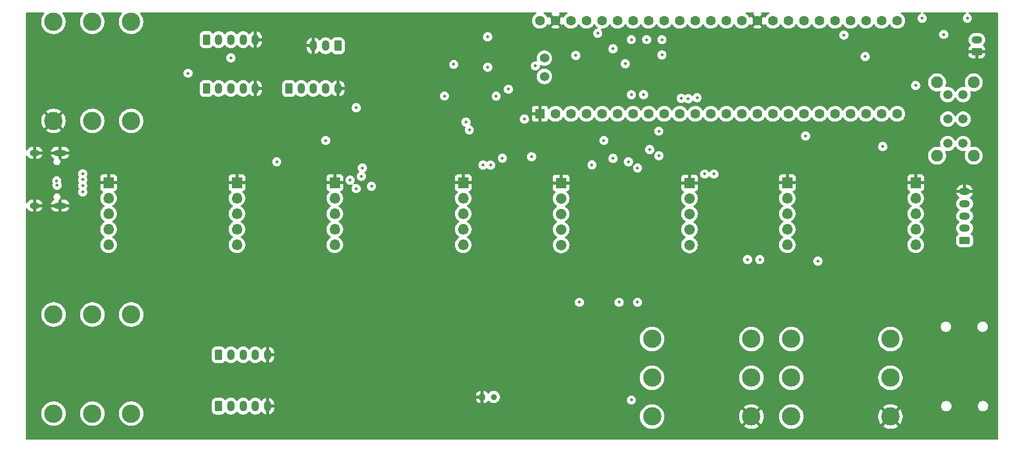
<source format=gbr>
%TF.GenerationSoftware,KiCad,Pcbnew,9.0.5*%
%TF.CreationDate,2026-01-16T18:46:35+01:00*%
%TF.ProjectId,toern_revE,746f6572-6e5f-4726-9576-452e6b696361,rev?*%
%TF.SameCoordinates,Original*%
%TF.FileFunction,Copper,L3,Inr*%
%TF.FilePolarity,Positive*%
%FSLAX46Y46*%
G04 Gerber Fmt 4.6, Leading zero omitted, Abs format (unit mm)*
G04 Created by KiCad (PCBNEW 9.0.5) date 2026-01-16 18:46:35*
%MOMM*%
%LPD*%
G01*
G04 APERTURE LIST*
G04 Aperture macros list*
%AMRoundRect*
0 Rectangle with rounded corners*
0 $1 Rounding radius*
0 $2 $3 $4 $5 $6 $7 $8 $9 X,Y pos of 4 corners*
0 Add a 4 corners polygon primitive as box body*
4,1,4,$2,$3,$4,$5,$6,$7,$8,$9,$2,$3,0*
0 Add four circle primitives for the rounded corners*
1,1,$1+$1,$2,$3*
1,1,$1+$1,$4,$5*
1,1,$1+$1,$6,$7*
1,1,$1+$1,$8,$9*
0 Add four rect primitives between the rounded corners*
20,1,$1+$1,$2,$3,$4,$5,0*
20,1,$1+$1,$4,$5,$6,$7,0*
20,1,$1+$1,$6,$7,$8,$9,0*
20,1,$1+$1,$8,$9,$2,$3,0*%
G04 Aperture macros list end*
%TA.AperFunction,ComponentPad*%
%ADD10C,1.700000*%
%TD*%
%TA.AperFunction,ComponentPad*%
%ADD11R,1.700000X1.700000*%
%TD*%
%TA.AperFunction,ComponentPad*%
%ADD12O,2.100000X1.000000*%
%TD*%
%TA.AperFunction,ComponentPad*%
%ADD13O,1.600000X1.000000*%
%TD*%
%TA.AperFunction,ComponentPad*%
%ADD14C,1.500000*%
%TD*%
%TA.AperFunction,ComponentPad*%
%ADD15C,1.950000*%
%TD*%
%TA.AperFunction,ComponentPad*%
%ADD16C,3.000000*%
%TD*%
%TA.AperFunction,ComponentPad*%
%ADD17C,1.524000*%
%TD*%
%TA.AperFunction,ComponentPad*%
%ADD18C,1.600000*%
%TD*%
%TA.AperFunction,ComponentPad*%
%ADD19R,1.600000X1.600000*%
%TD*%
%TA.AperFunction,ComponentPad*%
%ADD20O,1.700000X1.700000*%
%TD*%
%TA.AperFunction,ComponentPad*%
%ADD21O,1.200000X1.750000*%
%TD*%
%TA.AperFunction,ComponentPad*%
%ADD22RoundRect,0.250000X-0.350000X-0.625000X0.350000X-0.625000X0.350000X0.625000X-0.350000X0.625000X0*%
%TD*%
%TA.AperFunction,ComponentPad*%
%ADD23O,1.750000X1.200000*%
%TD*%
%TA.AperFunction,ComponentPad*%
%ADD24RoundRect,0.250000X0.625000X-0.350000X0.625000X0.350000X-0.625000X0.350000X-0.625000X-0.350000X0*%
%TD*%
%TA.AperFunction,ComponentPad*%
%ADD25RoundRect,0.250000X0.350000X0.625000X-0.350000X0.625000X-0.350000X-0.625000X0.350000X-0.625000X0*%
%TD*%
%TA.AperFunction,ComponentPad*%
%ADD26C,1.000000*%
%TD*%
%TA.AperFunction,ComponentPad*%
%ADD27RoundRect,0.250000X-0.250000X-0.250000X0.250000X-0.250000X0.250000X0.250000X-0.250000X0.250000X0*%
%TD*%
%TA.AperFunction,ViaPad*%
%ADD28C,0.500000*%
%TD*%
%TA.AperFunction,ViaPad*%
%ADD29C,0.600000*%
%TD*%
G04 APERTURE END LIST*
D10*
%TO.N,N/C*%
%TO.C,U14-1*%
X156025000Y-63610000D03*
X156025000Y-61070000D03*
X156025000Y-58530000D03*
X156025000Y-55990000D03*
D11*
X156025000Y-53450000D03*
%TD*%
%TO.N,N/C*%
%TO.C,U13-2*%
X140025000Y-53450000D03*
D10*
X140025000Y-55990000D03*
X140025000Y-58530000D03*
X140025000Y-61070000D03*
X140025000Y-63610000D03*
%TD*%
D11*
%TO.N,N/C*%
%TO.C,U14-2*%
X177025000Y-53450000D03*
D10*
X177025000Y-55990000D03*
X177025000Y-58530000D03*
X177025000Y-61070000D03*
X177025000Y-63610000D03*
%TD*%
D11*
%TO.N,N/C*%
%TO.C,U13-1*%
X119025000Y-53450000D03*
D10*
X119025000Y-55990000D03*
X119025000Y-58530000D03*
X119025000Y-61070000D03*
X119025000Y-63610000D03*
%TD*%
D11*
%TO.N,N/C*%
%TO.C,U12-2*%
X103025000Y-53450000D03*
D10*
X103025000Y-55990000D03*
X103025000Y-58530000D03*
X103025000Y-61070000D03*
X103025000Y-63610000D03*
%TD*%
D11*
%TO.N,N/C*%
%TO.C,U12-1*%
X82025000Y-53450000D03*
D10*
X82025000Y-55990000D03*
X82025000Y-58530000D03*
X82025000Y-61070000D03*
X82025000Y-63610000D03*
%TD*%
D11*
%TO.N,N/C*%
%TO.C,U11-2*%
X66000000Y-53500000D03*
D10*
X66000000Y-56040000D03*
X66000000Y-58580000D03*
X66000000Y-61120000D03*
X66000000Y-63660000D03*
%TD*%
D11*
%TO.N,N/C*%
%TO.C,U11-1*%
X45000000Y-53500000D03*
D10*
X45000000Y-56040000D03*
X45000000Y-58580000D03*
X45000000Y-61120000D03*
X45000000Y-63660000D03*
%TD*%
D12*
%TO.N,GND*%
%TO.C,J4*%
X37080000Y-48540000D03*
D13*
X32900000Y-48540000D03*
D12*
X37080000Y-57180000D03*
D13*
X32900000Y-57180000D03*
%TD*%
D14*
%TO.N,unconnected-(SW1-A-Pad1)*%
%TO.C,SW1*%
X184750000Y-47000000D03*
%TO.N,+5V*%
X184750000Y-43000000D03*
%TO.N,Net-(D2-K)*%
X184750000Y-39000000D03*
X182250000Y-39000000D03*
%TO.N,+5V*%
X182250000Y-43000000D03*
%TO.N,unconnected-(SW1-C-Pad6)*%
X182250000Y-47000000D03*
D15*
%TO.N,N/C*%
X186500000Y-49000000D03*
X180500000Y-49000000D03*
X186500000Y-37000000D03*
X180500000Y-37000000D03*
%TD*%
D16*
%TO.N,unconnected-(J1-PadTN)*%
%TO.C,J1*%
X48700000Y-75000000D03*
%TO.N,Net-(U3-HP_L)*%
X48700000Y-91230000D03*
%TO.N,unconnected-(J1-PadSN)*%
X36000000Y-75000000D03*
%TO.N,Net-(U3-HP_VGND)*%
X36000000Y-91230000D03*
%TO.N,unconnected-(J1-PadRN)*%
X42350000Y-75000000D03*
%TO.N,Net-(U3-HP_R)*%
X42350000Y-91230000D03*
%TD*%
D17*
%TO.N,D+*%
%TO.C,U6*%
X116270000Y-36030000D03*
%TO.N,D-*%
X116270000Y-33030000D03*
D18*
%TO.N,+5V*%
X115560000Y-26910000D03*
%TO.N,GND*%
X118100000Y-26910000D03*
%TO.N,unconnected-(U6-3V3-Pad46)*%
X120640000Y-26910000D03*
%TO.N,23_A9_CRX1_MCLK1*%
X123180000Y-26910000D03*
%TO.N,22_A8_CTX1*%
X125720000Y-26910000D03*
%TO.N,21_A7_RX5_BCLK1*%
X128260000Y-26910000D03*
%TO.N,20_A6_TX5_LRCLK1*%
X130800000Y-26910000D03*
%TO.N,19_A5_SCL*%
X133340000Y-26910000D03*
%TO.N,18_A4_SDA*%
X135880000Y-26910000D03*
%TO.N,17_A3_TX4_SDA1*%
X138420000Y-26910000D03*
%TO.N,16_A2_RX4_SCL1*%
X140960000Y-26910000D03*
%TO.N,15_A1_RX3_SPDIF_IN*%
X143500000Y-26910000D03*
%TO.N,14_A0_TX3_SPDIF_OUT*%
X146040000Y-26910000D03*
%TO.N,13_SCK_LED*%
X148580000Y-26910000D03*
%TO.N,GND*%
X151120000Y-26910000D03*
%TO.N,41_A17*%
X153660000Y-26910000D03*
%TO.N,40_A16*%
X156200000Y-26910000D03*
%TO.N,39_MISO1_OUT1A*%
X158740000Y-26910000D03*
%TO.N,38_CS1_IN1*%
X161280000Y-26910000D03*
%TO.N,37_CS*%
X163820000Y-26910000D03*
%TO.N,36_CS*%
X166360000Y-26910000D03*
%TO.N,35_TX8*%
X168900000Y-26910000D03*
%TO.N,34_RX8*%
X171440000Y-26910000D03*
%TO.N,33_MCLK2*%
X173980000Y-26910000D03*
%TO.N,32_OUT1B*%
X173980000Y-42150000D03*
%TO.N,31_CTX3*%
X171440000Y-42150000D03*
%TO.N,30_CRX3*%
X168900000Y-42150000D03*
%TO.N,29_TX7*%
X166360000Y-42150000D03*
%TO.N,28_RX7*%
X163820000Y-42150000D03*
%TO.N,27_A13_SCK1*%
X161280000Y-42150000D03*
%TO.N,26_A12_MOSI1*%
X158740000Y-42150000D03*
%TO.N,25_A11_RX6_SDA2*%
X156200000Y-42150000D03*
%TO.N,24_A10_TX6_SCL2*%
X153660000Y-42150000D03*
%TO.N,unconnected-(U6-3V3-Pad15)*%
X151120000Y-42150000D03*
%TO.N,12_MISO_MQSL*%
X148580000Y-42150000D03*
%TO.N,11_MOSI_CTX1*%
X146040000Y-42150000D03*
%TO.N,10_CS_MQSR*%
X143500000Y-42150000D03*
%TO.N,9_OUT1C*%
X140960000Y-42150000D03*
%TO.N,8_TX2_IN1*%
X138420000Y-42150000D03*
%TO.N,7_RX2_OUT1A*%
X135880000Y-42150000D03*
%TO.N,6_OUT1D*%
X133340000Y-42150000D03*
%TO.N,5_IN2*%
X130800000Y-42150000D03*
%TO.N,4_BCLK2*%
X128260000Y-42150000D03*
%TO.N,3_LRCLK2*%
X125720000Y-42150000D03*
%TO.N,2_OUT2*%
X123180000Y-42150000D03*
%TO.N,1_TX1_CTX2_MISO1*%
X120640000Y-42150000D03*
%TO.N,0_RX1_CRX2_CS1*%
X118100000Y-42150000D03*
D19*
%TO.N,GND*%
X115560000Y-42150000D03*
%TD*%
D20*
%TO.N,27_A13_SCK1*%
%TO.C,U12*%
X177000000Y-63585051D03*
X156000000Y-63585000D03*
%TO.N,19_A5_SCL*%
X177000000Y-61045051D03*
X156000000Y-61045000D03*
%TO.N,18_A4_SDA*%
X177000000Y-58505051D03*
X156000000Y-58505000D03*
%TO.N,+5V*%
X177000000Y-55965051D03*
X156000000Y-55965000D03*
D11*
%TO.N,GND*%
X177000000Y-53425051D03*
X156000000Y-53425000D03*
%TD*%
D21*
%TO.N,GND*%
%TO.C,J14*%
X69000000Y-30000000D03*
%TO.N,+3.3V*%
X67000000Y-30000000D03*
%TO.N,16_A2_RX4_SCL1*%
X65000000Y-30000000D03*
%TO.N,9_OUT1C*%
X63000000Y-30000000D03*
D22*
%TO.N,14_A0_TX3_SPDIF_OUT*%
X61000000Y-30000000D03*
%TD*%
D16*
%TO.N,unconnected-(J6-PadTN)*%
%TO.C,J6*%
X156645000Y-79000000D03*
%TO.N,Net-(C19-Pad1)*%
X172875000Y-79000000D03*
%TO.N,unconnected-(J6-PadSN)*%
X156645000Y-91700000D03*
%TO.N,GND*%
X172875000Y-91700000D03*
%TO.N,unconnected-(J6-PadRN)*%
X156645000Y-85350000D03*
%TO.N,Net-(C18-Pad1)*%
X172875000Y-85350000D03*
%TD*%
D21*
%TO.N,GND*%
%TO.C,J13*%
X82500000Y-38000000D03*
%TO.N,+3.3V*%
X80500000Y-38000000D03*
%TO.N,3_LRCLK2*%
X78500000Y-38000000D03*
%TO.N,4_BCLK2*%
X76500000Y-38000000D03*
D22*
%TO.N,2_OUT2*%
X74500000Y-38000000D03*
%TD*%
D23*
%TO.N,VBAT*%
%TO.C,J16*%
X187000000Y-30000000D03*
D24*
%TO.N,GND*%
X187000000Y-32000000D03*
%TD*%
D16*
%TO.N,unconnected-(J5-PadTN)*%
%TO.C,J5*%
X48681020Y-27077339D03*
%TO.N,Net-(C17-Pad2)*%
X48681020Y-43307339D03*
%TO.N,unconnected-(J5-PadSN)*%
X35981020Y-27077339D03*
%TO.N,GND*%
X35981020Y-43307339D03*
%TO.N,unconnected-(J5-PadRN)*%
X42331020Y-27077339D03*
%TO.N,Net-(C16-Pad2)*%
X42331020Y-43307339D03*
%TD*%
D20*
%TO.N,27_A13_SCK1*%
%TO.C,U9*%
X140000000Y-63620051D03*
X119000000Y-63620000D03*
%TO.N,19_A5_SCL*%
X140000000Y-61080051D03*
X119000000Y-61080000D03*
%TO.N,18_A4_SDA*%
X140000000Y-58540051D03*
X119000000Y-58540000D03*
%TO.N,+5V*%
X140000000Y-56000051D03*
X119000000Y-56000000D03*
D11*
%TO.N,GND*%
X140000000Y-53460051D03*
X119000000Y-53460000D03*
%TD*%
D16*
%TO.N,Net-(MK1-+)*%
%TO.C,J7*%
X133890000Y-79000000D03*
%TO.N,Net-(C20-Pad1)*%
X150120000Y-79000000D03*
%TO.N,unconnected-(J7-PadSN)*%
X133890000Y-91700000D03*
%TO.N,GND*%
X150120000Y-91700000D03*
%TO.N,unconnected-(J7-PadRN)*%
X133890000Y-85350000D03*
%TO.N,unconnected-(J7-PadR)*%
X150120000Y-85350000D03*
%TD*%
D21*
%TO.N,GND*%
%TO.C,J9*%
X78500000Y-31000000D03*
%TO.N,+5V*%
X80500000Y-31000000D03*
D25*
%TO.N,Net-(J9-Pin_1)*%
X82500000Y-31000000D03*
%TD*%
D21*
%TO.N,GND*%
%TO.C,J12*%
X69000000Y-38000000D03*
%TO.N,+3.3V*%
X67000000Y-38000000D03*
%TO.N,15_A1_RX3_SPDIF_IN*%
X65000000Y-38000000D03*
%TO.N,5_IN2*%
X63000000Y-38000000D03*
D22*
%TO.N,22_A8_CTX1*%
X61000000Y-38000000D03*
%TD*%
D20*
%TO.N,27_A13_SCK1*%
%TO.C,U10*%
X103000000Y-63585051D03*
X82000000Y-63585000D03*
%TO.N,19_A5_SCL*%
X103000000Y-61045051D03*
X82000000Y-61045000D03*
%TO.N,18_A4_SDA*%
X103000000Y-58505051D03*
X82000000Y-58505000D03*
%TO.N,+5V*%
X103000000Y-55965051D03*
X82000000Y-55965000D03*
D11*
%TO.N,GND*%
X103000000Y-53425051D03*
X82000000Y-53425000D03*
%TD*%
D21*
%TO.N,GND*%
%TO.C,J11*%
X71000000Y-90000000D03*
%TO.N,+3.3V*%
X69000000Y-90000000D03*
%TO.N,31_CTX3*%
X67000000Y-90000000D03*
%TO.N,25_A11_RX6_SDA2*%
X65000000Y-90000000D03*
D22*
%TO.N,24_A10_TX6_SCL2*%
X63000000Y-90000000D03*
%TD*%
D21*
%TO.N,GND*%
%TO.C,J11.5*%
X71000000Y-81600000D03*
%TO.N,+5V*%
X69000000Y-81600000D03*
%TO.N,31_CTX3*%
X67000000Y-81600000D03*
%TO.N,25_A11_RX6_SDA2*%
X65000000Y-81600000D03*
D22*
%TO.N,24_A10_TX6_SCL2*%
X63000000Y-81600000D03*
%TD*%
D23*
%TO.N,GND*%
%TO.C,J15*%
X185000000Y-54865836D03*
%TO.N,+3.3V*%
X185000000Y-56865836D03*
%TO.N,41_A17*%
X185000000Y-58865836D03*
%TO.N,32_OUT1B*%
X185000000Y-60865836D03*
D24*
%TO.N,33_MCLK2*%
X185000000Y-62865836D03*
%TD*%
D26*
%TO.N,Net-(MK1-+)*%
%TO.C,MK1*%
X108000000Y-88500000D03*
D27*
%TO.N,GND*%
X106100000Y-88500000D03*
%TD*%
D20*
%TO.N,27_A13_SCK1*%
%TO.C,U11*%
X66000000Y-63585051D03*
X45000000Y-63585000D03*
%TO.N,19_A5_SCL*%
X66000000Y-61045051D03*
X45000000Y-61045000D03*
%TO.N,18_A4_SDA*%
X66000000Y-58505051D03*
X45000000Y-58505000D03*
%TO.N,+5V*%
X66000000Y-55965051D03*
X45000000Y-55965000D03*
D11*
%TO.N,GND*%
X66000000Y-53425051D03*
X45000000Y-53425000D03*
%TD*%
D28*
%TO.N,VBUS*%
X178060000Y-26500000D03*
X40770000Y-53920000D03*
X181590000Y-29150000D03*
X177000000Y-37500000D03*
X185450000Y-26490000D03*
X40770000Y-51970000D03*
X40770000Y-52930000D03*
X40770000Y-54940000D03*
%TO.N,31_CTX3*%
X171605741Y-47500000D03*
X130500000Y-89000000D03*
%TO.N,8_TX2_IN1*%
X139800000Y-39680000D03*
%TO.N,21_A7_RX5_BCLK1*%
X110380000Y-38110000D03*
X127500000Y-31500000D03*
X107000000Y-34500000D03*
%TO.N,20_A6_TX5_LRCLK1*%
X130500000Y-30000000D03*
%TO.N,MICBIAS*%
X114170000Y-49170000D03*
X113000000Y-43000000D03*
%TO.N,13_SCK_LED*%
X135000000Y-49000000D03*
X130000000Y-50000000D03*
%TO.N,23_A9_CRX1_MCLK1*%
X121421752Y-32578248D03*
%TO.N,11_MOSI_CTX1*%
X126000000Y-46500000D03*
X124050000Y-50500000D03*
X134990000Y-44980000D03*
%TO.N,41_A17*%
X165260000Y-29240000D03*
X168735000Y-32765000D03*
%TO.N,16_A2_RX4_SCL1*%
X141250000Y-39500000D03*
X58000000Y-35500000D03*
%TO.N,9_OUT1C*%
X85500000Y-41140000D03*
%TO.N,22_A8_CTX1*%
X101450000Y-34050000D03*
%TO.N,15_A1_RX3_SPDIF_IN*%
X65000000Y-32975000D03*
%TO.N,25_A11_RX6_SDA2*%
X151500000Y-66000000D03*
%TO.N,24_A10_TX6_SCL2*%
X149500000Y-66000000D03*
%TO.N,18_A4_SDA*%
X135500000Y-30000000D03*
X86500000Y-51000000D03*
X132500000Y-39000000D03*
X103450000Y-43500000D03*
%TO.N,19_A5_SCL*%
X133000000Y-30000000D03*
X104000000Y-44780000D03*
X130500000Y-39010000D03*
X84500000Y-53000000D03*
%TO.N,Net-(J9-Pin_1)*%
X107000000Y-29550000D03*
%TO.N,7_RX2_OUT1A*%
X125000000Y-28950000D03*
X135500000Y-32500000D03*
X138670000Y-39610000D03*
%TO.N,10_CS_MQSR*%
X133500000Y-48000000D03*
X127500000Y-49450000D03*
%TO.N,12_MISO_MQSL*%
X131500000Y-51000000D03*
X142500000Y-52000000D03*
%TO.N,D-*%
X114790000Y-34305000D03*
X36510000Y-53130000D03*
%TO.N,D+*%
X36571169Y-53827325D03*
%TO.N,VBAT*%
X129500000Y-33940000D03*
%TO.N,Net-(U3-HP_VGND)*%
X107480000Y-50545000D03*
X85497388Y-54375051D03*
%TO.N,Net-(U3-HP_R)*%
X106240000Y-50530000D03*
X86361091Y-52361091D03*
%TO.N,Net-(U3-HP_L)*%
X109401409Y-49401409D03*
X88000000Y-54000000D03*
%TO.N,+3.3V*%
X122000000Y-73000000D03*
X159000000Y-45760000D03*
X131500000Y-73000000D03*
X99930000Y-39220000D03*
X72500000Y-50000000D03*
X161000000Y-66250000D03*
X108390000Y-39240000D03*
X80500000Y-46500000D03*
X128500000Y-73000000D03*
%TO.N,+5V*%
X144000000Y-52000000D03*
%TO.N,GND*%
X176000000Y-89000000D03*
X156240000Y-46490000D03*
X96392500Y-51440000D03*
X109000000Y-53000000D03*
X182880000Y-29910000D03*
X182000000Y-56500000D03*
X130500000Y-59500000D03*
X105500000Y-28500000D03*
X122920000Y-77000000D03*
X158700000Y-49850000D03*
X183000000Y-71500000D03*
X51000000Y-62500000D03*
X96940000Y-39240000D03*
X110500000Y-48500000D03*
X166000000Y-54500000D03*
X178160000Y-29130000D03*
X104000000Y-92500000D03*
X175940000Y-35910000D03*
X188000000Y-69000000D03*
X104847429Y-47050000D03*
X110170000Y-50550000D03*
X110180000Y-51690000D03*
D29*
X112500000Y-40000000D03*
D28*
X136650000Y-48690000D03*
X105318578Y-52030712D03*
X96532500Y-46940000D03*
X82500000Y-49000000D03*
X156370000Y-31000000D03*
X42500000Y-60000000D03*
X150080000Y-44720000D03*
X42500000Y-61500000D03*
X154760000Y-38680000D03*
X123780000Y-75520000D03*
X146220000Y-38420000D03*
X159500000Y-70500000D03*
D29*
X112115735Y-40615735D03*
D28*
X104500000Y-48000000D03*
X105500000Y-34050000D03*
X141590000Y-50440000D03*
X40500000Y-69500000D03*
X74400000Y-85600000D03*
X105500000Y-47500000D03*
X126775000Y-77950000D03*
X51000000Y-53000000D03*
X123626208Y-77950000D03*
X97940000Y-34050000D03*
X107420000Y-49190000D03*
X111920000Y-49020000D03*
X111600000Y-35910000D03*
X95570000Y-35680000D03*
X90000000Y-45000000D03*
X90000000Y-35500000D03*
X76000000Y-29990000D03*
%TD*%
%TA.AperFunction,Conductor*%
%TO.N,GND*%
G36*
X34456402Y-25560185D02*
G01*
X34502157Y-25612989D01*
X34512101Y-25682147D01*
X34483076Y-25745703D01*
X34477044Y-25752181D01*
X34473738Y-25755487D01*
X34314095Y-25963535D01*
X34182978Y-26190638D01*
X34182973Y-26190648D01*
X34082625Y-26432910D01*
X34082622Y-26432920D01*
X34033813Y-26615081D01*
X34014750Y-26686224D01*
X33980520Y-26946211D01*
X33980520Y-27208466D01*
X33987773Y-27263553D01*
X34014750Y-27468455D01*
X34082622Y-27721757D01*
X34082625Y-27721767D01*
X34182973Y-27964029D01*
X34182978Y-27964039D01*
X34314095Y-28191142D01*
X34473738Y-28399190D01*
X34473746Y-28399199D01*
X34659160Y-28584613D01*
X34659168Y-28584620D01*
X34867216Y-28744263D01*
X35094319Y-28875380D01*
X35094329Y-28875385D01*
X35336591Y-28975733D01*
X35336601Y-28975737D01*
X35589904Y-29043609D01*
X35849900Y-29077839D01*
X35849907Y-29077839D01*
X36112133Y-29077839D01*
X36112140Y-29077839D01*
X36372136Y-29043609D01*
X36625439Y-28975737D01*
X36843078Y-28885588D01*
X36867710Y-28875385D01*
X36867711Y-28875384D01*
X36867717Y-28875382D01*
X37094823Y-28744263D01*
X37302871Y-28584621D01*
X37302875Y-28584616D01*
X37302880Y-28584613D01*
X37488294Y-28399199D01*
X37488297Y-28399194D01*
X37488302Y-28399190D01*
X37647944Y-28191142D01*
X37779063Y-27964036D01*
X37879418Y-27721758D01*
X37947290Y-27468455D01*
X37981520Y-27208459D01*
X37981520Y-26946219D01*
X37947290Y-26686223D01*
X37879418Y-26432920D01*
X37876586Y-26426082D01*
X37779066Y-26190648D01*
X37779061Y-26190638D01*
X37647944Y-25963535D01*
X37506390Y-25779061D01*
X37488302Y-25755488D01*
X37488301Y-25755487D01*
X37488294Y-25755479D01*
X37484996Y-25752181D01*
X37451511Y-25690858D01*
X37456495Y-25621166D01*
X37498367Y-25565233D01*
X37563831Y-25540816D01*
X37572677Y-25540500D01*
X40739363Y-25540500D01*
X40806402Y-25560185D01*
X40852157Y-25612989D01*
X40862101Y-25682147D01*
X40833076Y-25745703D01*
X40827044Y-25752181D01*
X40823738Y-25755487D01*
X40664095Y-25963535D01*
X40532978Y-26190638D01*
X40532973Y-26190648D01*
X40432625Y-26432910D01*
X40432622Y-26432920D01*
X40383813Y-26615081D01*
X40364750Y-26686224D01*
X40330520Y-26946211D01*
X40330520Y-27208466D01*
X40337773Y-27263553D01*
X40364750Y-27468455D01*
X40432622Y-27721757D01*
X40432625Y-27721767D01*
X40532973Y-27964029D01*
X40532978Y-27964039D01*
X40664095Y-28191142D01*
X40823738Y-28399190D01*
X40823746Y-28399199D01*
X41009160Y-28584613D01*
X41009168Y-28584620D01*
X41217216Y-28744263D01*
X41444319Y-28875380D01*
X41444329Y-28875385D01*
X41686591Y-28975733D01*
X41686601Y-28975737D01*
X41939904Y-29043609D01*
X42199900Y-29077839D01*
X42199907Y-29077839D01*
X42462133Y-29077839D01*
X42462140Y-29077839D01*
X42722136Y-29043609D01*
X42975439Y-28975737D01*
X43193078Y-28885588D01*
X43217710Y-28875385D01*
X43217711Y-28875384D01*
X43217717Y-28875382D01*
X43444823Y-28744263D01*
X43652871Y-28584621D01*
X43652875Y-28584616D01*
X43652880Y-28584613D01*
X43838294Y-28399199D01*
X43838297Y-28399194D01*
X43838302Y-28399190D01*
X43997944Y-28191142D01*
X44129063Y-27964036D01*
X44229418Y-27721758D01*
X44297290Y-27468455D01*
X44331520Y-27208459D01*
X44331520Y-26946219D01*
X44297290Y-26686223D01*
X44229418Y-26432920D01*
X44226586Y-26426082D01*
X44129066Y-26190648D01*
X44129061Y-26190638D01*
X43997944Y-25963535D01*
X43856390Y-25779061D01*
X43838302Y-25755488D01*
X43838301Y-25755487D01*
X43838294Y-25755479D01*
X43834996Y-25752181D01*
X43801511Y-25690858D01*
X43806495Y-25621166D01*
X43848367Y-25565233D01*
X43913831Y-25540816D01*
X43922677Y-25540500D01*
X47089363Y-25540500D01*
X47156402Y-25560185D01*
X47202157Y-25612989D01*
X47212101Y-25682147D01*
X47183076Y-25745703D01*
X47177044Y-25752181D01*
X47173738Y-25755487D01*
X47014095Y-25963535D01*
X46882978Y-26190638D01*
X46882973Y-26190648D01*
X46782625Y-26432910D01*
X46782622Y-26432920D01*
X46733813Y-26615081D01*
X46714750Y-26686224D01*
X46680520Y-26946211D01*
X46680520Y-27208466D01*
X46687773Y-27263553D01*
X46714750Y-27468455D01*
X46782622Y-27721757D01*
X46782625Y-27721767D01*
X46882973Y-27964029D01*
X46882978Y-27964039D01*
X47014095Y-28191142D01*
X47173738Y-28399190D01*
X47173746Y-28399199D01*
X47359160Y-28584613D01*
X47359168Y-28584620D01*
X47567216Y-28744263D01*
X47794319Y-28875380D01*
X47794329Y-28875385D01*
X48036591Y-28975733D01*
X48036601Y-28975737D01*
X48289904Y-29043609D01*
X48549900Y-29077839D01*
X48549907Y-29077839D01*
X48812133Y-29077839D01*
X48812140Y-29077839D01*
X49072136Y-29043609D01*
X49325439Y-28975737D01*
X49543078Y-28885588D01*
X49567710Y-28875385D01*
X49567711Y-28875384D01*
X49567717Y-28875382D01*
X49794823Y-28744263D01*
X50002871Y-28584621D01*
X50002875Y-28584616D01*
X50002880Y-28584613D01*
X50188294Y-28399199D01*
X50188297Y-28399194D01*
X50188302Y-28399190D01*
X50347944Y-28191142D01*
X50479063Y-27964036D01*
X50579418Y-27721758D01*
X50647290Y-27468455D01*
X50681520Y-27208459D01*
X50681520Y-26946219D01*
X50647290Y-26686223D01*
X50579418Y-26432920D01*
X50576586Y-26426082D01*
X50479066Y-26190648D01*
X50479061Y-26190638D01*
X50347944Y-25963535D01*
X50206390Y-25779061D01*
X50188302Y-25755488D01*
X50188301Y-25755487D01*
X50188294Y-25755479D01*
X50184996Y-25752181D01*
X50151511Y-25690858D01*
X50156495Y-25621166D01*
X50198367Y-25565233D01*
X50263831Y-25540816D01*
X50272677Y-25540500D01*
X114866701Y-25540500D01*
X114933740Y-25560185D01*
X114979495Y-25612989D01*
X114989439Y-25682147D01*
X114960414Y-25745703D01*
X114922996Y-25774985D01*
X114878386Y-25797715D01*
X114712786Y-25918028D01*
X114568028Y-26062786D01*
X114447715Y-26228386D01*
X114354781Y-26410776D01*
X114291522Y-26605465D01*
X114259500Y-26807648D01*
X114259500Y-27012351D01*
X114291522Y-27214534D01*
X114354781Y-27409223D01*
X114418691Y-27534653D01*
X114447585Y-27591359D01*
X114447715Y-27591613D01*
X114568028Y-27757213D01*
X114712786Y-27901971D01*
X114833226Y-27989474D01*
X114878390Y-28022287D01*
X114994607Y-28081503D01*
X115060776Y-28115218D01*
X115060778Y-28115218D01*
X115060781Y-28115220D01*
X115165137Y-28149127D01*
X115255465Y-28178477D01*
X115335428Y-28191142D01*
X115457648Y-28210500D01*
X115457649Y-28210500D01*
X115662351Y-28210500D01*
X115662352Y-28210500D01*
X115864534Y-28178477D01*
X116059219Y-28115220D01*
X116241610Y-28022287D01*
X116334590Y-27954732D01*
X116407213Y-27901971D01*
X116407215Y-27901968D01*
X116407219Y-27901966D01*
X116551966Y-27757219D01*
X116551968Y-27757215D01*
X116551971Y-27757213D01*
X116672286Y-27591611D01*
X116672415Y-27591359D01*
X116719795Y-27498369D01*
X116767769Y-27447573D01*
X116835590Y-27430778D01*
X116901725Y-27453315D01*
X116940765Y-27498369D01*
X116988141Y-27591350D01*
X116988147Y-27591359D01*
X117020523Y-27635921D01*
X117020524Y-27635922D01*
X117576212Y-27080234D01*
X117587482Y-27122292D01*
X117659890Y-27247708D01*
X117762292Y-27350110D01*
X117887708Y-27422518D01*
X117929765Y-27433787D01*
X117374076Y-27989474D01*
X117418650Y-28021859D01*
X117600968Y-28114755D01*
X117795582Y-28177990D01*
X117997683Y-28210000D01*
X118202317Y-28210000D01*
X118404417Y-28177990D01*
X118599031Y-28114755D01*
X118781349Y-28021859D01*
X118825921Y-27989474D01*
X118270234Y-27433787D01*
X118312292Y-27422518D01*
X118437708Y-27350110D01*
X118540110Y-27247708D01*
X118612518Y-27122292D01*
X118623787Y-27080234D01*
X119179474Y-27635921D01*
X119211861Y-27591347D01*
X119211861Y-27591346D01*
X119259234Y-27498371D01*
X119307208Y-27447575D01*
X119375028Y-27430779D01*
X119441164Y-27453316D01*
X119480203Y-27498369D01*
X119527713Y-27591611D01*
X119648028Y-27757213D01*
X119792786Y-27901971D01*
X119913226Y-27989474D01*
X119958390Y-28022287D01*
X120074607Y-28081503D01*
X120140776Y-28115218D01*
X120140778Y-28115218D01*
X120140781Y-28115220D01*
X120245137Y-28149127D01*
X120335465Y-28178477D01*
X120415428Y-28191142D01*
X120537648Y-28210500D01*
X120537649Y-28210500D01*
X120742351Y-28210500D01*
X120742352Y-28210500D01*
X120944534Y-28178477D01*
X121139219Y-28115220D01*
X121321610Y-28022287D01*
X121414590Y-27954732D01*
X121487213Y-27901971D01*
X121487215Y-27901968D01*
X121487219Y-27901966D01*
X121631966Y-27757219D01*
X121631968Y-27757215D01*
X121631971Y-27757213D01*
X121752284Y-27591614D01*
X121752286Y-27591611D01*
X121752287Y-27591610D01*
X121799516Y-27498917D01*
X121847489Y-27448123D01*
X121915310Y-27431328D01*
X121981445Y-27453865D01*
X122020485Y-27498919D01*
X122067715Y-27591614D01*
X122188028Y-27757213D01*
X122332786Y-27901971D01*
X122453226Y-27989474D01*
X122498390Y-28022287D01*
X122614607Y-28081503D01*
X122680776Y-28115218D01*
X122680778Y-28115218D01*
X122680781Y-28115220D01*
X122785137Y-28149127D01*
X122875465Y-28178477D01*
X122955428Y-28191142D01*
X123077648Y-28210500D01*
X123077649Y-28210500D01*
X123282351Y-28210500D01*
X123282352Y-28210500D01*
X123484534Y-28178477D01*
X123679219Y-28115220D01*
X123861610Y-28022287D01*
X123954590Y-27954732D01*
X124027213Y-27901971D01*
X124027215Y-27901968D01*
X124027219Y-27901966D01*
X124171966Y-27757219D01*
X124171968Y-27757215D01*
X124171971Y-27757213D01*
X124292284Y-27591614D01*
X124292286Y-27591611D01*
X124292287Y-27591610D01*
X124339516Y-27498917D01*
X124387489Y-27448123D01*
X124455310Y-27431328D01*
X124521445Y-27453865D01*
X124560485Y-27498919D01*
X124607715Y-27591614D01*
X124728028Y-27757213D01*
X124872782Y-27901967D01*
X124872787Y-27901971D01*
X124976390Y-27977243D01*
X125019056Y-28032573D01*
X125025035Y-28102186D01*
X124992430Y-28163981D01*
X124931591Y-28198338D01*
X124927697Y-28199178D01*
X124781092Y-28228340D01*
X124781082Y-28228343D01*
X124644511Y-28284912D01*
X124644498Y-28284919D01*
X124521584Y-28367048D01*
X124521580Y-28367051D01*
X124417051Y-28471580D01*
X124417048Y-28471584D01*
X124334919Y-28594498D01*
X124334912Y-28594511D01*
X124278343Y-28731082D01*
X124278340Y-28731092D01*
X124249500Y-28876079D01*
X124249500Y-28876082D01*
X124249500Y-29023918D01*
X124249500Y-29023920D01*
X124249499Y-29023920D01*
X124278340Y-29168907D01*
X124278343Y-29168917D01*
X124334912Y-29305488D01*
X124334919Y-29305501D01*
X124417048Y-29428415D01*
X124417051Y-29428419D01*
X124521580Y-29532948D01*
X124521584Y-29532951D01*
X124644498Y-29615080D01*
X124644511Y-29615087D01*
X124733838Y-29652087D01*
X124781087Y-29671658D01*
X124781091Y-29671658D01*
X124781092Y-29671659D01*
X124926079Y-29700500D01*
X124926082Y-29700500D01*
X125073920Y-29700500D01*
X125171462Y-29681096D01*
X125218913Y-29671658D01*
X125355495Y-29615084D01*
X125478416Y-29532951D01*
X125582951Y-29428416D01*
X125665084Y-29305495D01*
X125721658Y-29168913D01*
X125731096Y-29121462D01*
X125750500Y-29023920D01*
X125750500Y-28876079D01*
X125721659Y-28731092D01*
X125721658Y-28731091D01*
X125721658Y-28731087D01*
X125711097Y-28705591D01*
X125665087Y-28594511D01*
X125665080Y-28594498D01*
X125582951Y-28471584D01*
X125582948Y-28471580D01*
X125533549Y-28422181D01*
X125500064Y-28360858D01*
X125505048Y-28291166D01*
X125546920Y-28235233D01*
X125612384Y-28210816D01*
X125621230Y-28210500D01*
X125822351Y-28210500D01*
X125822352Y-28210500D01*
X126024534Y-28178477D01*
X126219219Y-28115220D01*
X126401610Y-28022287D01*
X126494590Y-27954732D01*
X126567213Y-27901971D01*
X126567215Y-27901968D01*
X126567219Y-27901966D01*
X126711966Y-27757219D01*
X126711968Y-27757215D01*
X126711971Y-27757213D01*
X126832284Y-27591614D01*
X126832286Y-27591611D01*
X126832287Y-27591610D01*
X126879516Y-27498917D01*
X126927489Y-27448123D01*
X126995310Y-27431328D01*
X127061445Y-27453865D01*
X127100485Y-27498919D01*
X127147715Y-27591614D01*
X127268028Y-27757213D01*
X127412786Y-27901971D01*
X127533226Y-27989474D01*
X127578390Y-28022287D01*
X127694607Y-28081503D01*
X127760776Y-28115218D01*
X127760778Y-28115218D01*
X127760781Y-28115220D01*
X127865137Y-28149127D01*
X127955465Y-28178477D01*
X128035428Y-28191142D01*
X128157648Y-28210500D01*
X128157649Y-28210500D01*
X128362351Y-28210500D01*
X128362352Y-28210500D01*
X128564534Y-28178477D01*
X128759219Y-28115220D01*
X128941610Y-28022287D01*
X129034590Y-27954732D01*
X129107213Y-27901971D01*
X129107215Y-27901968D01*
X129107219Y-27901966D01*
X129251966Y-27757219D01*
X129251968Y-27757215D01*
X129251971Y-27757213D01*
X129372284Y-27591614D01*
X129372286Y-27591611D01*
X129372287Y-27591610D01*
X129419516Y-27498917D01*
X129467489Y-27448123D01*
X129535310Y-27431328D01*
X129601445Y-27453865D01*
X129640485Y-27498919D01*
X129687715Y-27591614D01*
X129808028Y-27757213D01*
X129952786Y-27901971D01*
X130073226Y-27989474D01*
X130118390Y-28022287D01*
X130234607Y-28081503D01*
X130300776Y-28115218D01*
X130300778Y-28115218D01*
X130300781Y-28115220D01*
X130405137Y-28149127D01*
X130495465Y-28178477D01*
X130575428Y-28191142D01*
X130697648Y-28210500D01*
X130697649Y-28210500D01*
X130902351Y-28210500D01*
X130902352Y-28210500D01*
X131104534Y-28178477D01*
X131299219Y-28115220D01*
X131481610Y-28022287D01*
X131574590Y-27954732D01*
X131647213Y-27901971D01*
X131647215Y-27901968D01*
X131647219Y-27901966D01*
X131791966Y-27757219D01*
X131791968Y-27757215D01*
X131791971Y-27757213D01*
X131912284Y-27591614D01*
X131912286Y-27591611D01*
X131912287Y-27591610D01*
X131959516Y-27498917D01*
X132007489Y-27448123D01*
X132075310Y-27431328D01*
X132141445Y-27453865D01*
X132180485Y-27498919D01*
X132227715Y-27591614D01*
X132348028Y-27757213D01*
X132492786Y-27901971D01*
X132613226Y-27989474D01*
X132658390Y-28022287D01*
X132774607Y-28081503D01*
X132840776Y-28115218D01*
X132840778Y-28115218D01*
X132840781Y-28115220D01*
X132945137Y-28149127D01*
X133035465Y-28178477D01*
X133115428Y-28191142D01*
X133237648Y-28210500D01*
X133237649Y-28210500D01*
X133442351Y-28210500D01*
X133442352Y-28210500D01*
X133644534Y-28178477D01*
X133839219Y-28115220D01*
X134021610Y-28022287D01*
X134114590Y-27954732D01*
X134187213Y-27901971D01*
X134187215Y-27901968D01*
X134187219Y-27901966D01*
X134331966Y-27757219D01*
X134331968Y-27757215D01*
X134331971Y-27757213D01*
X134452284Y-27591614D01*
X134452286Y-27591611D01*
X134452287Y-27591610D01*
X134499516Y-27498917D01*
X134547489Y-27448123D01*
X134615310Y-27431328D01*
X134681445Y-27453865D01*
X134720485Y-27498919D01*
X134767715Y-27591614D01*
X134888028Y-27757213D01*
X135032786Y-27901971D01*
X135153226Y-27989474D01*
X135198390Y-28022287D01*
X135314607Y-28081503D01*
X135380776Y-28115218D01*
X135380778Y-28115218D01*
X135380781Y-28115220D01*
X135485137Y-28149127D01*
X135575465Y-28178477D01*
X135655428Y-28191142D01*
X135777648Y-28210500D01*
X135777649Y-28210500D01*
X135982351Y-28210500D01*
X135982352Y-28210500D01*
X136184534Y-28178477D01*
X136379219Y-28115220D01*
X136561610Y-28022287D01*
X136654590Y-27954732D01*
X136727213Y-27901971D01*
X136727215Y-27901968D01*
X136727219Y-27901966D01*
X136871966Y-27757219D01*
X136871968Y-27757215D01*
X136871971Y-27757213D01*
X136992284Y-27591614D01*
X136992286Y-27591611D01*
X136992287Y-27591610D01*
X137039516Y-27498917D01*
X137087489Y-27448123D01*
X137155310Y-27431328D01*
X137221445Y-27453865D01*
X137260485Y-27498919D01*
X137307715Y-27591614D01*
X137428028Y-27757213D01*
X137572786Y-27901971D01*
X137693226Y-27989474D01*
X137738390Y-28022287D01*
X137854607Y-28081503D01*
X137920776Y-28115218D01*
X137920778Y-28115218D01*
X137920781Y-28115220D01*
X138025137Y-28149127D01*
X138115465Y-28178477D01*
X138195428Y-28191142D01*
X138317648Y-28210500D01*
X138317649Y-28210500D01*
X138522351Y-28210500D01*
X138522352Y-28210500D01*
X138724534Y-28178477D01*
X138919219Y-28115220D01*
X139101610Y-28022287D01*
X139194590Y-27954732D01*
X139267213Y-27901971D01*
X139267215Y-27901968D01*
X139267219Y-27901966D01*
X139411966Y-27757219D01*
X139411968Y-27757215D01*
X139411971Y-27757213D01*
X139532284Y-27591614D01*
X139532286Y-27591611D01*
X139532287Y-27591610D01*
X139579516Y-27498917D01*
X139627489Y-27448123D01*
X139695310Y-27431328D01*
X139761445Y-27453865D01*
X139800485Y-27498919D01*
X139847715Y-27591614D01*
X139968028Y-27757213D01*
X140112786Y-27901971D01*
X140233226Y-27989474D01*
X140278390Y-28022287D01*
X140394607Y-28081503D01*
X140460776Y-28115218D01*
X140460778Y-28115218D01*
X140460781Y-28115220D01*
X140565137Y-28149127D01*
X140655465Y-28178477D01*
X140735428Y-28191142D01*
X140857648Y-28210500D01*
X140857649Y-28210500D01*
X141062351Y-28210500D01*
X141062352Y-28210500D01*
X141264534Y-28178477D01*
X141459219Y-28115220D01*
X141641610Y-28022287D01*
X141734590Y-27954732D01*
X141807213Y-27901971D01*
X141807215Y-27901968D01*
X141807219Y-27901966D01*
X141951966Y-27757219D01*
X141951968Y-27757215D01*
X141951971Y-27757213D01*
X142072284Y-27591614D01*
X142072286Y-27591611D01*
X142072287Y-27591610D01*
X142119516Y-27498917D01*
X142167489Y-27448123D01*
X142235310Y-27431328D01*
X142301445Y-27453865D01*
X142340485Y-27498919D01*
X142387715Y-27591614D01*
X142508028Y-27757213D01*
X142652786Y-27901971D01*
X142773226Y-27989474D01*
X142818390Y-28022287D01*
X142934607Y-28081503D01*
X143000776Y-28115218D01*
X143000778Y-28115218D01*
X143000781Y-28115220D01*
X143105137Y-28149127D01*
X143195465Y-28178477D01*
X143275428Y-28191142D01*
X143397648Y-28210500D01*
X143397649Y-28210500D01*
X143602351Y-28210500D01*
X143602352Y-28210500D01*
X143804534Y-28178477D01*
X143999219Y-28115220D01*
X144181610Y-28022287D01*
X144274590Y-27954732D01*
X144347213Y-27901971D01*
X144347215Y-27901968D01*
X144347219Y-27901966D01*
X144491966Y-27757219D01*
X144491968Y-27757215D01*
X144491971Y-27757213D01*
X144612284Y-27591614D01*
X144612286Y-27591611D01*
X144612287Y-27591610D01*
X144659516Y-27498917D01*
X144707489Y-27448123D01*
X144775310Y-27431328D01*
X144841445Y-27453865D01*
X144880485Y-27498919D01*
X144927715Y-27591614D01*
X145048028Y-27757213D01*
X145192786Y-27901971D01*
X145313226Y-27989474D01*
X145358390Y-28022287D01*
X145474607Y-28081503D01*
X145540776Y-28115218D01*
X145540778Y-28115218D01*
X145540781Y-28115220D01*
X145645137Y-28149127D01*
X145735465Y-28178477D01*
X145815428Y-28191142D01*
X145937648Y-28210500D01*
X145937649Y-28210500D01*
X146142351Y-28210500D01*
X146142352Y-28210500D01*
X146344534Y-28178477D01*
X146539219Y-28115220D01*
X146721610Y-28022287D01*
X146814590Y-27954732D01*
X146887213Y-27901971D01*
X146887215Y-27901968D01*
X146887219Y-27901966D01*
X147031966Y-27757219D01*
X147031968Y-27757215D01*
X147031971Y-27757213D01*
X147152284Y-27591614D01*
X147152286Y-27591611D01*
X147152287Y-27591610D01*
X147199516Y-27498917D01*
X147247489Y-27448123D01*
X147315310Y-27431328D01*
X147381445Y-27453865D01*
X147420485Y-27498919D01*
X147467715Y-27591614D01*
X147588028Y-27757213D01*
X147732786Y-27901971D01*
X147853226Y-27989474D01*
X147898390Y-28022287D01*
X148014607Y-28081503D01*
X148080776Y-28115218D01*
X148080778Y-28115218D01*
X148080781Y-28115220D01*
X148185137Y-28149127D01*
X148275465Y-28178477D01*
X148355428Y-28191142D01*
X148477648Y-28210500D01*
X148477649Y-28210500D01*
X148682351Y-28210500D01*
X148682352Y-28210500D01*
X148884534Y-28178477D01*
X149079219Y-28115220D01*
X149261610Y-28022287D01*
X149354590Y-27954732D01*
X149427213Y-27901971D01*
X149427215Y-27901968D01*
X149427219Y-27901966D01*
X149571966Y-27757219D01*
X149571968Y-27757215D01*
X149571971Y-27757213D01*
X149692286Y-27591611D01*
X149692415Y-27591359D01*
X149739795Y-27498369D01*
X149787769Y-27447573D01*
X149855590Y-27430778D01*
X149921725Y-27453315D01*
X149960765Y-27498369D01*
X150008141Y-27591350D01*
X150008147Y-27591359D01*
X150040523Y-27635921D01*
X150040524Y-27635922D01*
X150596212Y-27080234D01*
X150607482Y-27122292D01*
X150679890Y-27247708D01*
X150782292Y-27350110D01*
X150907708Y-27422518D01*
X150949765Y-27433787D01*
X150394076Y-27989474D01*
X150438650Y-28021859D01*
X150620968Y-28114755D01*
X150815582Y-28177990D01*
X151017683Y-28210000D01*
X151222317Y-28210000D01*
X151424417Y-28177990D01*
X151619031Y-28114755D01*
X151801349Y-28021859D01*
X151845921Y-27989474D01*
X151290234Y-27433787D01*
X151332292Y-27422518D01*
X151457708Y-27350110D01*
X151560110Y-27247708D01*
X151632518Y-27122292D01*
X151643787Y-27080234D01*
X152199474Y-27635921D01*
X152231861Y-27591347D01*
X152231861Y-27591346D01*
X152279234Y-27498371D01*
X152327208Y-27447575D01*
X152395028Y-27430779D01*
X152461164Y-27453316D01*
X152500203Y-27498369D01*
X152547713Y-27591611D01*
X152668028Y-27757213D01*
X152812786Y-27901971D01*
X152933226Y-27989474D01*
X152978390Y-28022287D01*
X153094607Y-28081503D01*
X153160776Y-28115218D01*
X153160778Y-28115218D01*
X153160781Y-28115220D01*
X153265137Y-28149127D01*
X153355465Y-28178477D01*
X153435428Y-28191142D01*
X153557648Y-28210500D01*
X153557649Y-28210500D01*
X153762351Y-28210500D01*
X153762352Y-28210500D01*
X153964534Y-28178477D01*
X154159219Y-28115220D01*
X154341610Y-28022287D01*
X154434590Y-27954732D01*
X154507213Y-27901971D01*
X154507215Y-27901968D01*
X154507219Y-27901966D01*
X154651966Y-27757219D01*
X154651968Y-27757215D01*
X154651971Y-27757213D01*
X154772284Y-27591614D01*
X154772286Y-27591611D01*
X154772287Y-27591610D01*
X154819516Y-27498917D01*
X154867489Y-27448123D01*
X154935310Y-27431328D01*
X155001445Y-27453865D01*
X155040485Y-27498919D01*
X155087715Y-27591614D01*
X155208028Y-27757213D01*
X155352786Y-27901971D01*
X155473226Y-27989474D01*
X155518390Y-28022287D01*
X155634607Y-28081503D01*
X155700776Y-28115218D01*
X155700778Y-28115218D01*
X155700781Y-28115220D01*
X155805137Y-28149127D01*
X155895465Y-28178477D01*
X155975428Y-28191142D01*
X156097648Y-28210500D01*
X156097649Y-28210500D01*
X156302351Y-28210500D01*
X156302352Y-28210500D01*
X156504534Y-28178477D01*
X156699219Y-28115220D01*
X156881610Y-28022287D01*
X156974590Y-27954732D01*
X157047213Y-27901971D01*
X157047215Y-27901968D01*
X157047219Y-27901966D01*
X157191966Y-27757219D01*
X157191968Y-27757215D01*
X157191971Y-27757213D01*
X157312284Y-27591614D01*
X157312286Y-27591611D01*
X157312287Y-27591610D01*
X157359516Y-27498917D01*
X157407489Y-27448123D01*
X157475310Y-27431328D01*
X157541445Y-27453865D01*
X157580485Y-27498919D01*
X157627715Y-27591614D01*
X157748028Y-27757213D01*
X157892786Y-27901971D01*
X158013226Y-27989474D01*
X158058390Y-28022287D01*
X158174607Y-28081503D01*
X158240776Y-28115218D01*
X158240778Y-28115218D01*
X158240781Y-28115220D01*
X158345137Y-28149127D01*
X158435465Y-28178477D01*
X158515428Y-28191142D01*
X158637648Y-28210500D01*
X158637649Y-28210500D01*
X158842351Y-28210500D01*
X158842352Y-28210500D01*
X159044534Y-28178477D01*
X159239219Y-28115220D01*
X159421610Y-28022287D01*
X159514590Y-27954732D01*
X159587213Y-27901971D01*
X159587215Y-27901968D01*
X159587219Y-27901966D01*
X159731966Y-27757219D01*
X159731968Y-27757215D01*
X159731971Y-27757213D01*
X159852284Y-27591614D01*
X159852286Y-27591611D01*
X159852287Y-27591610D01*
X159899516Y-27498917D01*
X159947489Y-27448123D01*
X160015310Y-27431328D01*
X160081445Y-27453865D01*
X160120485Y-27498919D01*
X160167715Y-27591614D01*
X160288028Y-27757213D01*
X160432786Y-27901971D01*
X160553226Y-27989474D01*
X160598390Y-28022287D01*
X160714607Y-28081503D01*
X160780776Y-28115218D01*
X160780778Y-28115218D01*
X160780781Y-28115220D01*
X160885137Y-28149127D01*
X160975465Y-28178477D01*
X161055428Y-28191142D01*
X161177648Y-28210500D01*
X161177649Y-28210500D01*
X161382351Y-28210500D01*
X161382352Y-28210500D01*
X161584534Y-28178477D01*
X161779219Y-28115220D01*
X161961610Y-28022287D01*
X162054590Y-27954732D01*
X162127213Y-27901971D01*
X162127215Y-27901968D01*
X162127219Y-27901966D01*
X162271966Y-27757219D01*
X162271968Y-27757215D01*
X162271971Y-27757213D01*
X162392284Y-27591614D01*
X162392286Y-27591611D01*
X162392287Y-27591610D01*
X162439516Y-27498917D01*
X162487489Y-27448123D01*
X162555310Y-27431328D01*
X162621445Y-27453865D01*
X162660485Y-27498919D01*
X162707715Y-27591614D01*
X162828028Y-27757213D01*
X162972786Y-27901971D01*
X163093226Y-27989474D01*
X163138390Y-28022287D01*
X163254607Y-28081503D01*
X163320776Y-28115218D01*
X163320778Y-28115218D01*
X163320781Y-28115220D01*
X163425137Y-28149127D01*
X163515465Y-28178477D01*
X163595428Y-28191142D01*
X163717648Y-28210500D01*
X163717649Y-28210500D01*
X163922351Y-28210500D01*
X163922352Y-28210500D01*
X164124534Y-28178477D01*
X164319219Y-28115220D01*
X164501610Y-28022287D01*
X164594590Y-27954732D01*
X164667213Y-27901971D01*
X164667215Y-27901968D01*
X164667219Y-27901966D01*
X164811966Y-27757219D01*
X164811968Y-27757215D01*
X164811971Y-27757213D01*
X164932284Y-27591614D01*
X164932286Y-27591611D01*
X164932287Y-27591610D01*
X164979516Y-27498917D01*
X165027489Y-27448123D01*
X165095310Y-27431328D01*
X165161445Y-27453865D01*
X165200485Y-27498919D01*
X165247715Y-27591614D01*
X165368028Y-27757213D01*
X165512786Y-27901971D01*
X165633226Y-27989474D01*
X165678390Y-28022287D01*
X165794607Y-28081503D01*
X165860776Y-28115218D01*
X165860778Y-28115218D01*
X165860781Y-28115220D01*
X165965137Y-28149127D01*
X166055465Y-28178477D01*
X166135428Y-28191142D01*
X166257648Y-28210500D01*
X166257649Y-28210500D01*
X166462351Y-28210500D01*
X166462352Y-28210500D01*
X166664534Y-28178477D01*
X166859219Y-28115220D01*
X167041610Y-28022287D01*
X167134590Y-27954732D01*
X167207213Y-27901971D01*
X167207215Y-27901968D01*
X167207219Y-27901966D01*
X167351966Y-27757219D01*
X167351968Y-27757215D01*
X167351971Y-27757213D01*
X167472284Y-27591614D01*
X167472286Y-27591611D01*
X167472287Y-27591610D01*
X167519516Y-27498917D01*
X167567489Y-27448123D01*
X167635310Y-27431328D01*
X167701445Y-27453865D01*
X167740485Y-27498919D01*
X167787715Y-27591614D01*
X167908028Y-27757213D01*
X168052786Y-27901971D01*
X168173226Y-27989474D01*
X168218390Y-28022287D01*
X168334607Y-28081503D01*
X168400776Y-28115218D01*
X168400778Y-28115218D01*
X168400781Y-28115220D01*
X168505137Y-28149127D01*
X168595465Y-28178477D01*
X168675428Y-28191142D01*
X168797648Y-28210500D01*
X168797649Y-28210500D01*
X169002351Y-28210500D01*
X169002352Y-28210500D01*
X169204534Y-28178477D01*
X169399219Y-28115220D01*
X169581610Y-28022287D01*
X169674590Y-27954732D01*
X169747213Y-27901971D01*
X169747215Y-27901968D01*
X169747219Y-27901966D01*
X169891966Y-27757219D01*
X169891968Y-27757215D01*
X169891971Y-27757213D01*
X170012284Y-27591614D01*
X170012286Y-27591611D01*
X170012287Y-27591610D01*
X170059516Y-27498917D01*
X170107489Y-27448123D01*
X170175310Y-27431328D01*
X170241445Y-27453865D01*
X170280485Y-27498919D01*
X170327715Y-27591614D01*
X170448028Y-27757213D01*
X170592786Y-27901971D01*
X170713226Y-27989474D01*
X170758390Y-28022287D01*
X170874607Y-28081503D01*
X170940776Y-28115218D01*
X170940778Y-28115218D01*
X170940781Y-28115220D01*
X171045137Y-28149127D01*
X171135465Y-28178477D01*
X171215428Y-28191142D01*
X171337648Y-28210500D01*
X171337649Y-28210500D01*
X171542351Y-28210500D01*
X171542352Y-28210500D01*
X171744534Y-28178477D01*
X171939219Y-28115220D01*
X172121610Y-28022287D01*
X172214590Y-27954732D01*
X172287213Y-27901971D01*
X172287215Y-27901968D01*
X172287219Y-27901966D01*
X172431966Y-27757219D01*
X172431968Y-27757215D01*
X172431971Y-27757213D01*
X172552284Y-27591614D01*
X172552286Y-27591611D01*
X172552287Y-27591610D01*
X172599516Y-27498917D01*
X172647489Y-27448123D01*
X172715310Y-27431328D01*
X172781445Y-27453865D01*
X172820485Y-27498919D01*
X172867715Y-27591614D01*
X172988028Y-27757213D01*
X173132786Y-27901971D01*
X173253226Y-27989474D01*
X173298390Y-28022287D01*
X173414607Y-28081503D01*
X173480776Y-28115218D01*
X173480778Y-28115218D01*
X173480781Y-28115220D01*
X173585137Y-28149127D01*
X173675465Y-28178477D01*
X173755428Y-28191142D01*
X173877648Y-28210500D01*
X173877649Y-28210500D01*
X174082351Y-28210500D01*
X174082352Y-28210500D01*
X174284534Y-28178477D01*
X174479219Y-28115220D01*
X174661610Y-28022287D01*
X174754590Y-27954732D01*
X174827213Y-27901971D01*
X174827215Y-27901968D01*
X174827219Y-27901966D01*
X174971966Y-27757219D01*
X174971968Y-27757215D01*
X174971971Y-27757213D01*
X175024732Y-27684590D01*
X175092287Y-27591610D01*
X175185220Y-27409219D01*
X175248477Y-27214534D01*
X175280500Y-27012352D01*
X175280500Y-26807648D01*
X175248477Y-26605466D01*
X175238226Y-26573918D01*
X175192410Y-26432910D01*
X175185220Y-26410781D01*
X175185218Y-26410778D01*
X175185218Y-26410776D01*
X175119140Y-26281092D01*
X175092287Y-26228390D01*
X175060092Y-26184077D01*
X174971971Y-26062786D01*
X174827213Y-25918028D01*
X174661613Y-25797715D01*
X174661612Y-25797714D01*
X174661610Y-25797713D01*
X174617004Y-25774985D01*
X174566208Y-25727010D01*
X174549413Y-25659189D01*
X174571951Y-25593054D01*
X174626666Y-25549603D01*
X174673299Y-25540500D01*
X177791899Y-25540500D01*
X177858938Y-25560185D01*
X177904693Y-25612989D01*
X177914637Y-25682147D01*
X177885612Y-25745703D01*
X177839351Y-25779061D01*
X177704511Y-25834912D01*
X177704498Y-25834919D01*
X177581584Y-25917048D01*
X177581580Y-25917051D01*
X177477051Y-26021580D01*
X177477048Y-26021584D01*
X177394919Y-26144498D01*
X177394912Y-26144511D01*
X177338343Y-26281082D01*
X177338340Y-26281092D01*
X177309500Y-26426079D01*
X177309500Y-26426082D01*
X177309500Y-26573918D01*
X177309500Y-26573920D01*
X177309499Y-26573920D01*
X177338340Y-26718907D01*
X177338343Y-26718917D01*
X177394912Y-26855488D01*
X177394919Y-26855501D01*
X177477048Y-26978415D01*
X177477051Y-26978419D01*
X177581580Y-27082948D01*
X177581584Y-27082951D01*
X177704498Y-27165080D01*
X177704511Y-27165087D01*
X177816947Y-27211659D01*
X177841087Y-27221658D01*
X177841091Y-27221658D01*
X177841092Y-27221659D01*
X177986079Y-27250500D01*
X177986082Y-27250500D01*
X178133920Y-27250500D01*
X178231462Y-27231096D01*
X178278913Y-27221658D01*
X178415495Y-27165084D01*
X178538416Y-27082951D01*
X178642951Y-26978416D01*
X178725084Y-26855495D01*
X178781658Y-26718913D01*
X178810500Y-26573918D01*
X178810500Y-26426082D01*
X178810500Y-26426079D01*
X178781659Y-26281092D01*
X178781658Y-26281091D01*
X178781658Y-26281087D01*
X178759939Y-26228652D01*
X178725087Y-26144511D01*
X178725080Y-26144498D01*
X178642951Y-26021584D01*
X178642948Y-26021580D01*
X178538419Y-25917051D01*
X178538415Y-25917048D01*
X178415501Y-25834919D01*
X178415488Y-25834912D01*
X178280649Y-25779061D01*
X178226245Y-25735220D01*
X178204180Y-25668926D01*
X178221459Y-25601227D01*
X178272596Y-25553616D01*
X178328101Y-25540500D01*
X185157756Y-25540500D01*
X185224795Y-25560185D01*
X185270550Y-25612989D01*
X185280494Y-25682147D01*
X185251469Y-25745703D01*
X185205209Y-25779061D01*
X185094507Y-25824914D01*
X185094498Y-25824919D01*
X184971584Y-25907048D01*
X184971580Y-25907051D01*
X184867051Y-26011580D01*
X184867048Y-26011584D01*
X184784919Y-26134498D01*
X184784912Y-26134511D01*
X184728343Y-26271082D01*
X184728340Y-26271092D01*
X184699500Y-26416079D01*
X184699500Y-26416082D01*
X184699500Y-26563918D01*
X184699500Y-26563920D01*
X184699499Y-26563920D01*
X184728340Y-26708907D01*
X184728343Y-26708917D01*
X184784912Y-26845488D01*
X184784919Y-26845501D01*
X184867048Y-26968415D01*
X184867051Y-26968419D01*
X184971580Y-27072948D01*
X184971584Y-27072951D01*
X185094498Y-27155080D01*
X185094511Y-27155087D01*
X185214815Y-27204918D01*
X185231087Y-27211658D01*
X185231091Y-27211658D01*
X185231092Y-27211659D01*
X185376079Y-27240500D01*
X185376082Y-27240500D01*
X185523920Y-27240500D01*
X185621462Y-27221096D01*
X185668913Y-27211658D01*
X185781353Y-27165084D01*
X185805488Y-27155087D01*
X185805488Y-27155086D01*
X185805495Y-27155084D01*
X185928416Y-27072951D01*
X186032951Y-26968416D01*
X186115084Y-26845495D01*
X186171658Y-26708913D01*
X186190323Y-26615081D01*
X186200500Y-26563920D01*
X186200500Y-26416079D01*
X186171659Y-26271092D01*
X186171658Y-26271091D01*
X186171658Y-26271087D01*
X186154078Y-26228644D01*
X186115087Y-26134511D01*
X186115080Y-26134498D01*
X186032951Y-26011584D01*
X186032948Y-26011580D01*
X185928419Y-25907051D01*
X185928415Y-25907048D01*
X185805501Y-25824919D01*
X185805492Y-25824914D01*
X185694791Y-25779061D01*
X185640388Y-25735220D01*
X185618323Y-25668926D01*
X185635602Y-25601227D01*
X185686739Y-25553616D01*
X185742244Y-25540500D01*
X190355500Y-25540500D01*
X190422539Y-25560185D01*
X190468294Y-25612989D01*
X190479500Y-25664500D01*
X190479500Y-95375500D01*
X190459815Y-95442539D01*
X190407011Y-95488294D01*
X190355500Y-95499500D01*
X31604500Y-95499500D01*
X31537461Y-95479815D01*
X31491706Y-95427011D01*
X31480500Y-95375500D01*
X31480500Y-91098872D01*
X33999500Y-91098872D01*
X33999500Y-91361127D01*
X34024187Y-91548635D01*
X34033730Y-91621116D01*
X34090000Y-91831120D01*
X34101602Y-91874418D01*
X34101605Y-91874428D01*
X34201953Y-92116690D01*
X34201958Y-92116700D01*
X34333075Y-92343803D01*
X34492718Y-92551851D01*
X34492726Y-92551860D01*
X34678140Y-92737274D01*
X34678148Y-92737281D01*
X34886196Y-92896924D01*
X35113299Y-93028041D01*
X35113309Y-93028046D01*
X35355571Y-93128394D01*
X35355581Y-93128398D01*
X35608884Y-93196270D01*
X35868880Y-93230500D01*
X35868887Y-93230500D01*
X36131113Y-93230500D01*
X36131120Y-93230500D01*
X36391116Y-93196270D01*
X36644419Y-93128398D01*
X36886697Y-93028043D01*
X37113803Y-92896924D01*
X37321851Y-92737282D01*
X37321855Y-92737277D01*
X37321860Y-92737274D01*
X37507274Y-92551860D01*
X37507277Y-92551855D01*
X37507282Y-92551851D01*
X37666924Y-92343803D01*
X37798043Y-92116697D01*
X37898398Y-91874419D01*
X37966270Y-91621116D01*
X38000500Y-91361120D01*
X38000500Y-91098880D01*
X38000499Y-91098872D01*
X40349500Y-91098872D01*
X40349500Y-91361127D01*
X40374187Y-91548635D01*
X40383730Y-91621116D01*
X40440000Y-91831120D01*
X40451602Y-91874418D01*
X40451605Y-91874428D01*
X40551953Y-92116690D01*
X40551958Y-92116700D01*
X40683075Y-92343803D01*
X40842718Y-92551851D01*
X40842726Y-92551860D01*
X41028140Y-92737274D01*
X41028148Y-92737281D01*
X41236196Y-92896924D01*
X41463299Y-93028041D01*
X41463309Y-93028046D01*
X41705571Y-93128394D01*
X41705581Y-93128398D01*
X41958884Y-93196270D01*
X42218880Y-93230500D01*
X42218887Y-93230500D01*
X42481113Y-93230500D01*
X42481120Y-93230500D01*
X42741116Y-93196270D01*
X42994419Y-93128398D01*
X43236697Y-93028043D01*
X43463803Y-92896924D01*
X43671851Y-92737282D01*
X43671855Y-92737277D01*
X43671860Y-92737274D01*
X43857274Y-92551860D01*
X43857277Y-92551855D01*
X43857282Y-92551851D01*
X44016924Y-92343803D01*
X44148043Y-92116697D01*
X44248398Y-91874419D01*
X44316270Y-91621116D01*
X44350500Y-91361120D01*
X44350500Y-91098880D01*
X44350499Y-91098872D01*
X46699500Y-91098872D01*
X46699500Y-91361127D01*
X46724187Y-91548635D01*
X46733730Y-91621116D01*
X46790000Y-91831120D01*
X46801602Y-91874418D01*
X46801605Y-91874428D01*
X46901953Y-92116690D01*
X46901958Y-92116700D01*
X47033075Y-92343803D01*
X47192718Y-92551851D01*
X47192726Y-92551860D01*
X47378140Y-92737274D01*
X47378148Y-92737281D01*
X47586196Y-92896924D01*
X47813299Y-93028041D01*
X47813309Y-93028046D01*
X48055571Y-93128394D01*
X48055581Y-93128398D01*
X48308884Y-93196270D01*
X48568880Y-93230500D01*
X48568887Y-93230500D01*
X48831113Y-93230500D01*
X48831120Y-93230500D01*
X49091116Y-93196270D01*
X49344419Y-93128398D01*
X49586697Y-93028043D01*
X49813803Y-92896924D01*
X50021851Y-92737282D01*
X50021855Y-92737277D01*
X50021860Y-92737274D01*
X50207274Y-92551860D01*
X50207277Y-92551855D01*
X50207282Y-92551851D01*
X50366924Y-92343803D01*
X50498043Y-92116697D01*
X50598398Y-91874419D01*
X50666270Y-91621116D01*
X50673148Y-91568872D01*
X131889500Y-91568872D01*
X131889500Y-91831127D01*
X131915891Y-92031574D01*
X131923730Y-92091116D01*
X131964622Y-92243726D01*
X131991602Y-92344418D01*
X131991605Y-92344428D01*
X132091953Y-92586690D01*
X132091958Y-92586700D01*
X132223075Y-92813803D01*
X132382718Y-93021851D01*
X132382726Y-93021860D01*
X132568140Y-93207274D01*
X132568148Y-93207281D01*
X132776196Y-93366924D01*
X133003299Y-93498041D01*
X133003309Y-93498046D01*
X133245571Y-93598394D01*
X133245581Y-93598398D01*
X133498884Y-93666270D01*
X133747188Y-93698960D01*
X133755074Y-93699999D01*
X133758880Y-93700500D01*
X133758887Y-93700500D01*
X134021113Y-93700500D01*
X134021120Y-93700500D01*
X134281116Y-93666270D01*
X134534419Y-93598398D01*
X134776697Y-93498043D01*
X135003803Y-93366924D01*
X135211851Y-93207282D01*
X135211855Y-93207277D01*
X135211860Y-93207274D01*
X135397274Y-93021860D01*
X135397277Y-93021855D01*
X135397282Y-93021851D01*
X135556924Y-92813803D01*
X135688043Y-92586697D01*
X135788398Y-92344419D01*
X135856270Y-92091116D01*
X135890500Y-91831120D01*
X135890500Y-91568905D01*
X148120000Y-91568905D01*
X148120000Y-91831094D01*
X148154220Y-92091009D01*
X148154222Y-92091020D01*
X148222075Y-92344255D01*
X148322404Y-92586471D01*
X148322409Y-92586482D01*
X148453488Y-92813516D01*
X148453494Y-92813524D01*
X148540080Y-92926365D01*
X149480689Y-91985756D01*
X149499668Y-92031574D01*
X149576274Y-92146224D01*
X149673776Y-92243726D01*
X149788426Y-92320332D01*
X149834242Y-92339309D01*
X148893633Y-93279917D01*
X148893633Y-93279918D01*
X149006475Y-93366505D01*
X149006483Y-93366511D01*
X149233517Y-93497590D01*
X149233528Y-93497595D01*
X149475744Y-93597924D01*
X149728979Y-93665777D01*
X149728990Y-93665779D01*
X149988905Y-93699999D01*
X149988920Y-93700000D01*
X150251080Y-93700000D01*
X150251094Y-93699999D01*
X150511009Y-93665779D01*
X150511020Y-93665777D01*
X150764255Y-93597924D01*
X151006471Y-93497595D01*
X151006482Y-93497590D01*
X151233516Y-93366511D01*
X151233534Y-93366499D01*
X151346365Y-93279919D01*
X151346365Y-93279917D01*
X150405757Y-92339309D01*
X150451574Y-92320332D01*
X150566224Y-92243726D01*
X150663726Y-92146224D01*
X150740332Y-92031574D01*
X150759309Y-91985757D01*
X151699917Y-92926365D01*
X151699919Y-92926365D01*
X151786499Y-92813534D01*
X151786511Y-92813516D01*
X151917590Y-92586482D01*
X151917595Y-92586471D01*
X152017924Y-92344255D01*
X152085777Y-92091020D01*
X152085779Y-92091009D01*
X152119999Y-91831094D01*
X152120000Y-91831080D01*
X152120000Y-91568912D01*
X152119995Y-91568872D01*
X154644500Y-91568872D01*
X154644500Y-91831127D01*
X154670891Y-92031574D01*
X154678730Y-92091116D01*
X154719622Y-92243726D01*
X154746602Y-92344418D01*
X154746605Y-92344428D01*
X154846953Y-92586690D01*
X154846958Y-92586700D01*
X154978075Y-92813803D01*
X155137718Y-93021851D01*
X155137726Y-93021860D01*
X155323140Y-93207274D01*
X155323148Y-93207281D01*
X155531196Y-93366924D01*
X155758299Y-93498041D01*
X155758309Y-93498046D01*
X156000571Y-93598394D01*
X156000581Y-93598398D01*
X156253884Y-93666270D01*
X156502188Y-93698960D01*
X156510074Y-93699999D01*
X156513880Y-93700500D01*
X156513887Y-93700500D01*
X156776113Y-93700500D01*
X156776120Y-93700500D01*
X157036116Y-93666270D01*
X157289419Y-93598398D01*
X157531697Y-93498043D01*
X157758803Y-93366924D01*
X157966851Y-93207282D01*
X157966855Y-93207277D01*
X157966860Y-93207274D01*
X158152274Y-93021860D01*
X158152277Y-93021855D01*
X158152282Y-93021851D01*
X158311924Y-92813803D01*
X158443043Y-92586697D01*
X158543398Y-92344419D01*
X158611270Y-92091116D01*
X158645500Y-91831120D01*
X158645500Y-91568905D01*
X170875000Y-91568905D01*
X170875000Y-91831094D01*
X170909220Y-92091009D01*
X170909222Y-92091020D01*
X170977075Y-92344255D01*
X171077404Y-92586471D01*
X171077409Y-92586482D01*
X171208488Y-92813516D01*
X171208494Y-92813524D01*
X171295080Y-92926365D01*
X172235689Y-91985756D01*
X172254668Y-92031574D01*
X172331274Y-92146224D01*
X172428776Y-92243726D01*
X172543426Y-92320332D01*
X172589242Y-92339309D01*
X171648633Y-93279917D01*
X171648633Y-93279918D01*
X171761475Y-93366505D01*
X171761483Y-93366511D01*
X171988517Y-93497590D01*
X171988528Y-93497595D01*
X172230744Y-93597924D01*
X172483979Y-93665777D01*
X172483990Y-93665779D01*
X172743905Y-93699999D01*
X172743920Y-93700000D01*
X173006080Y-93700000D01*
X173006094Y-93699999D01*
X173266009Y-93665779D01*
X173266020Y-93665777D01*
X173519255Y-93597924D01*
X173761471Y-93497595D01*
X173761482Y-93497590D01*
X173988516Y-93366511D01*
X173988534Y-93366499D01*
X174101365Y-93279919D01*
X174101365Y-93279917D01*
X173160757Y-92339309D01*
X173206574Y-92320332D01*
X173321224Y-92243726D01*
X173418726Y-92146224D01*
X173495332Y-92031574D01*
X173514309Y-91985757D01*
X174454917Y-92926365D01*
X174454919Y-92926365D01*
X174541499Y-92813534D01*
X174541511Y-92813516D01*
X174672590Y-92586482D01*
X174672595Y-92586471D01*
X174772924Y-92344255D01*
X174840777Y-92091020D01*
X174840779Y-92091009D01*
X174874999Y-91831094D01*
X174875000Y-91831080D01*
X174875000Y-91568919D01*
X174874999Y-91568905D01*
X174840779Y-91308990D01*
X174840777Y-91308979D01*
X174772924Y-91055744D01*
X174672595Y-90813528D01*
X174672590Y-90813517D01*
X174541511Y-90586483D01*
X174541505Y-90586475D01*
X174454918Y-90473633D01*
X174454917Y-90473633D01*
X173514309Y-91414242D01*
X173495332Y-91368426D01*
X173418726Y-91253776D01*
X173321224Y-91156274D01*
X173206574Y-91079668D01*
X173160755Y-91060689D01*
X174101365Y-90120080D01*
X173988524Y-90033494D01*
X173988516Y-90033488D01*
X173960872Y-90017528D01*
X173785417Y-89916228D01*
X181149500Y-89916228D01*
X181149500Y-90083771D01*
X181182182Y-90248074D01*
X181182184Y-90248082D01*
X181246295Y-90402860D01*
X181339373Y-90542162D01*
X181457837Y-90660626D01*
X181512660Y-90697257D01*
X181597137Y-90753703D01*
X181751918Y-90817816D01*
X181916228Y-90850499D01*
X181916232Y-90850500D01*
X181916233Y-90850500D01*
X182083768Y-90850500D01*
X182083769Y-90850499D01*
X182248082Y-90817816D01*
X182402863Y-90753703D01*
X182542162Y-90660626D01*
X182660626Y-90542162D01*
X182753703Y-90402863D01*
X182817816Y-90248082D01*
X182850500Y-90083767D01*
X182850500Y-89916233D01*
X182850499Y-89916228D01*
X187149500Y-89916228D01*
X187149500Y-90083771D01*
X187182182Y-90248074D01*
X187182184Y-90248082D01*
X187246295Y-90402860D01*
X187339373Y-90542162D01*
X187457837Y-90660626D01*
X187512660Y-90697257D01*
X187597137Y-90753703D01*
X187751918Y-90817816D01*
X187916228Y-90850499D01*
X187916232Y-90850500D01*
X187916233Y-90850500D01*
X188083768Y-90850500D01*
X188083769Y-90850499D01*
X188248082Y-90817816D01*
X188402863Y-90753703D01*
X188542162Y-90660626D01*
X188660626Y-90542162D01*
X188753703Y-90402863D01*
X188817816Y-90248082D01*
X188850500Y-90083767D01*
X188850500Y-89916233D01*
X188817816Y-89751918D01*
X188753703Y-89597137D01*
X188689132Y-89500500D01*
X188660626Y-89457837D01*
X188542162Y-89339373D01*
X188402860Y-89246295D01*
X188248082Y-89182184D01*
X188248074Y-89182182D01*
X188083771Y-89149500D01*
X188083767Y-89149500D01*
X187916233Y-89149500D01*
X187916228Y-89149500D01*
X187751925Y-89182182D01*
X187751917Y-89182184D01*
X187597139Y-89246295D01*
X187457837Y-89339373D01*
X187339373Y-89457837D01*
X187246295Y-89597139D01*
X187182184Y-89751917D01*
X187182182Y-89751925D01*
X187149500Y-89916228D01*
X182850499Y-89916228D01*
X182817816Y-89751918D01*
X182753703Y-89597137D01*
X182689132Y-89500500D01*
X182660626Y-89457837D01*
X182542162Y-89339373D01*
X182402860Y-89246295D01*
X182248082Y-89182184D01*
X182248074Y-89182182D01*
X182083771Y-89149500D01*
X182083767Y-89149500D01*
X181916233Y-89149500D01*
X181916228Y-89149500D01*
X181751925Y-89182182D01*
X181751917Y-89182184D01*
X181597139Y-89246295D01*
X181457837Y-89339373D01*
X181339373Y-89457837D01*
X181246295Y-89597139D01*
X181182184Y-89751917D01*
X181182182Y-89751925D01*
X181149500Y-89916228D01*
X173785417Y-89916228D01*
X173761482Y-89902409D01*
X173761471Y-89902404D01*
X173519255Y-89802075D01*
X173266020Y-89734222D01*
X173266009Y-89734220D01*
X173006094Y-89700000D01*
X172743905Y-89700000D01*
X172483990Y-89734220D01*
X172483979Y-89734222D01*
X172230744Y-89802075D01*
X171988528Y-89902404D01*
X171988517Y-89902409D01*
X171761471Y-90033496D01*
X171648633Y-90120079D01*
X171648633Y-90120080D01*
X172589243Y-91060690D01*
X172543426Y-91079668D01*
X172428776Y-91156274D01*
X172331274Y-91253776D01*
X172254668Y-91368426D01*
X172235690Y-91414243D01*
X171295080Y-90473633D01*
X171295079Y-90473633D01*
X171208496Y-90586471D01*
X171077409Y-90813517D01*
X171077404Y-90813528D01*
X170977075Y-91055744D01*
X170909222Y-91308979D01*
X170909220Y-91308990D01*
X170875000Y-91568905D01*
X158645500Y-91568905D01*
X158645500Y-91568880D01*
X158611270Y-91308884D01*
X158543398Y-91055581D01*
X158532577Y-91029457D01*
X158443046Y-90813309D01*
X158443041Y-90813299D01*
X158311924Y-90586196D01*
X158171246Y-90402863D01*
X158152282Y-90378149D01*
X158152281Y-90378148D01*
X158152274Y-90378140D01*
X157966860Y-90192726D01*
X157966851Y-90192718D01*
X157758803Y-90033075D01*
X157531700Y-89901958D01*
X157531690Y-89901953D01*
X157289428Y-89801605D01*
X157289421Y-89801603D01*
X157289419Y-89801602D01*
X157036116Y-89733730D01*
X156978339Y-89726123D01*
X156776127Y-89699500D01*
X156776120Y-89699500D01*
X156513880Y-89699500D01*
X156513872Y-89699500D01*
X156282772Y-89729926D01*
X156253884Y-89733730D01*
X156119474Y-89769745D01*
X156000581Y-89801602D01*
X156000571Y-89801605D01*
X155758309Y-89901953D01*
X155758299Y-89901958D01*
X155531196Y-90033075D01*
X155323148Y-90192718D01*
X155137718Y-90378148D01*
X154978075Y-90586196D01*
X154846958Y-90813299D01*
X154846953Y-90813309D01*
X154746605Y-91055571D01*
X154746602Y-91055581D01*
X154678730Y-91308884D01*
X154678716Y-91308990D01*
X154644500Y-91568872D01*
X152119995Y-91568872D01*
X152085779Y-91308990D01*
X152085777Y-91308979D01*
X152017924Y-91055744D01*
X151917595Y-90813528D01*
X151917590Y-90813517D01*
X151786511Y-90586483D01*
X151786505Y-90586475D01*
X151699918Y-90473633D01*
X151699917Y-90473633D01*
X150759309Y-91414241D01*
X150740332Y-91368426D01*
X150663726Y-91253776D01*
X150566224Y-91156274D01*
X150451574Y-91079668D01*
X150405755Y-91060689D01*
X151346365Y-90120080D01*
X151233524Y-90033494D01*
X151233516Y-90033488D01*
X151006482Y-89902409D01*
X151006471Y-89902404D01*
X150764255Y-89802075D01*
X150511020Y-89734222D01*
X150511009Y-89734220D01*
X150251094Y-89700000D01*
X149988905Y-89700000D01*
X149728990Y-89734220D01*
X149728979Y-89734222D01*
X149475744Y-89802075D01*
X149233528Y-89902404D01*
X149233517Y-89902409D01*
X149006471Y-90033496D01*
X148893633Y-90120079D01*
X148893633Y-90120080D01*
X149834243Y-91060690D01*
X149788426Y-91079668D01*
X149673776Y-91156274D01*
X149576274Y-91253776D01*
X149499668Y-91368426D01*
X149480690Y-91414243D01*
X148540080Y-90473633D01*
X148540079Y-90473633D01*
X148453496Y-90586471D01*
X148322409Y-90813517D01*
X148322404Y-90813528D01*
X148222075Y-91055744D01*
X148154222Y-91308979D01*
X148154220Y-91308990D01*
X148120000Y-91568905D01*
X135890500Y-91568905D01*
X135890500Y-91568880D01*
X135856270Y-91308884D01*
X135788398Y-91055581D01*
X135777577Y-91029457D01*
X135688046Y-90813309D01*
X135688041Y-90813299D01*
X135556924Y-90586196D01*
X135416246Y-90402863D01*
X135397282Y-90378149D01*
X135397281Y-90378148D01*
X135397274Y-90378140D01*
X135211860Y-90192726D01*
X135211851Y-90192718D01*
X135003803Y-90033075D01*
X134776700Y-89901958D01*
X134776690Y-89901953D01*
X134534428Y-89801605D01*
X134534421Y-89801603D01*
X134534419Y-89801602D01*
X134281116Y-89733730D01*
X134223339Y-89726123D01*
X134021127Y-89699500D01*
X134021120Y-89699500D01*
X133758880Y-89699500D01*
X133758872Y-89699500D01*
X133527772Y-89729926D01*
X133498884Y-89733730D01*
X133364474Y-89769745D01*
X133245581Y-89801602D01*
X133245571Y-89801605D01*
X133003309Y-89901953D01*
X133003299Y-89901958D01*
X132776196Y-90033075D01*
X132568148Y-90192718D01*
X132382718Y-90378148D01*
X132223075Y-90586196D01*
X132091958Y-90813299D01*
X132091953Y-90813309D01*
X131991605Y-91055571D01*
X131991602Y-91055581D01*
X131923730Y-91308884D01*
X131923716Y-91308990D01*
X131889500Y-91568872D01*
X50673148Y-91568872D01*
X50700500Y-91361120D01*
X50700500Y-91098880D01*
X50666270Y-90838884D01*
X50598398Y-90585581D01*
X50580413Y-90542162D01*
X50498046Y-90343309D01*
X50498041Y-90343299D01*
X50366924Y-90116196D01*
X50207281Y-89908148D01*
X50207274Y-89908140D01*
X50021860Y-89722726D01*
X50021851Y-89722718D01*
X49813803Y-89563075D01*
X49617120Y-89449522D01*
X49586697Y-89431957D01*
X49586695Y-89431956D01*
X49344428Y-89331605D01*
X49344421Y-89331603D01*
X49344419Y-89331602D01*
X49319716Y-89324983D01*
X61899500Y-89324983D01*
X61899500Y-90675001D01*
X61899501Y-90675018D01*
X61910000Y-90777796D01*
X61910001Y-90777799D01*
X61965185Y-90944331D01*
X61965187Y-90944336D01*
X61988870Y-90982732D01*
X62057288Y-91093656D01*
X62181344Y-91217712D01*
X62330666Y-91309814D01*
X62497203Y-91364999D01*
X62599991Y-91375500D01*
X63400008Y-91375499D01*
X63400016Y-91375498D01*
X63400019Y-91375498D01*
X63456302Y-91369748D01*
X63502797Y-91364999D01*
X63669334Y-91309814D01*
X63818656Y-91217712D01*
X63942712Y-91093656D01*
X63982310Y-91029456D01*
X64034258Y-90982732D01*
X64103220Y-90971509D01*
X64167303Y-90999352D01*
X64175530Y-91006872D01*
X64283072Y-91114414D01*
X64423212Y-91216232D01*
X64577555Y-91294873D01*
X64742299Y-91348402D01*
X64913389Y-91375500D01*
X64913390Y-91375500D01*
X65086610Y-91375500D01*
X65086611Y-91375500D01*
X65257701Y-91348402D01*
X65422445Y-91294873D01*
X65576788Y-91216232D01*
X65716928Y-91114414D01*
X65839414Y-90991928D01*
X65899682Y-90908975D01*
X65955012Y-90866311D01*
X66024626Y-90860332D01*
X66086421Y-90892938D01*
X66100315Y-90908973D01*
X66160586Y-90991928D01*
X66283072Y-91114414D01*
X66423212Y-91216232D01*
X66577555Y-91294873D01*
X66742299Y-91348402D01*
X66913389Y-91375500D01*
X66913390Y-91375500D01*
X67086610Y-91375500D01*
X67086611Y-91375500D01*
X67257701Y-91348402D01*
X67422445Y-91294873D01*
X67576788Y-91216232D01*
X67716928Y-91114414D01*
X67839414Y-90991928D01*
X67899682Y-90908975D01*
X67955012Y-90866311D01*
X68024626Y-90860332D01*
X68086421Y-90892938D01*
X68100315Y-90908973D01*
X68160586Y-90991928D01*
X68283072Y-91114414D01*
X68423212Y-91216232D01*
X68577555Y-91294873D01*
X68742299Y-91348402D01*
X68913389Y-91375500D01*
X68913390Y-91375500D01*
X69086610Y-91375500D01*
X69086611Y-91375500D01*
X69257701Y-91348402D01*
X69422445Y-91294873D01*
X69576788Y-91216232D01*
X69716928Y-91114414D01*
X69839414Y-90991928D01*
X69899991Y-90908550D01*
X69955321Y-90865885D01*
X70024934Y-90859906D01*
X70086729Y-90892512D01*
X70100628Y-90908551D01*
X70160967Y-90991602D01*
X70283397Y-91114032D01*
X70423475Y-91215804D01*
X70577744Y-91294408D01*
X70742415Y-91347914D01*
X70742414Y-91347914D01*
X70749999Y-91349115D01*
X70750000Y-91349114D01*
X70750000Y-90280330D01*
X70769745Y-90300075D01*
X70855255Y-90349444D01*
X70950630Y-90375000D01*
X71049370Y-90375000D01*
X71144745Y-90349444D01*
X71230255Y-90300075D01*
X71250000Y-90280330D01*
X71250000Y-91349115D01*
X71257584Y-91347914D01*
X71422255Y-91294408D01*
X71576524Y-91215804D01*
X71716602Y-91114032D01*
X71839032Y-90991602D01*
X71940804Y-90851524D01*
X72019408Y-90697257D01*
X72072914Y-90532584D01*
X72100000Y-90361571D01*
X72100000Y-90250000D01*
X71280330Y-90250000D01*
X71300075Y-90230255D01*
X71349444Y-90144745D01*
X71375000Y-90049370D01*
X71375000Y-89950630D01*
X71349444Y-89855255D01*
X71300075Y-89769745D01*
X71280330Y-89750000D01*
X72100000Y-89750000D01*
X72100000Y-89638428D01*
X72072914Y-89467415D01*
X72019408Y-89302742D01*
X71940804Y-89148475D01*
X71839032Y-89008397D01*
X71716600Y-88885965D01*
X71716595Y-88885961D01*
X71598260Y-88799986D01*
X105100001Y-88799986D01*
X105110494Y-88902697D01*
X105165641Y-89069119D01*
X105165643Y-89069124D01*
X105257684Y-89218345D01*
X105381654Y-89342315D01*
X105530875Y-89434356D01*
X105530880Y-89434358D01*
X105697302Y-89489505D01*
X105697309Y-89489506D01*
X105800019Y-89499999D01*
X105849999Y-89499998D01*
X105850000Y-89499998D01*
X105850000Y-88750000D01*
X105100001Y-88750000D01*
X105100001Y-88799986D01*
X71598260Y-88799986D01*
X71596842Y-88798956D01*
X71576527Y-88784197D01*
X71422257Y-88705591D01*
X71257589Y-88652087D01*
X71257581Y-88652085D01*
X71250000Y-88650884D01*
X71250000Y-89719670D01*
X71230255Y-89699925D01*
X71144745Y-89650556D01*
X71049370Y-89625000D01*
X70950630Y-89625000D01*
X70855255Y-89650556D01*
X70769745Y-89699925D01*
X70750000Y-89719670D01*
X70750000Y-88650884D01*
X70749999Y-88650884D01*
X70742418Y-88652085D01*
X70742410Y-88652087D01*
X70577742Y-88705591D01*
X70423475Y-88784195D01*
X70283397Y-88885967D01*
X70160965Y-89008399D01*
X70160961Y-89008404D01*
X70100627Y-89091448D01*
X70045297Y-89134114D01*
X69975684Y-89140093D01*
X69913889Y-89107488D01*
X69899991Y-89091449D01*
X69899990Y-89091448D01*
X69839414Y-89008072D01*
X69716928Y-88885586D01*
X69576788Y-88783768D01*
X69422445Y-88705127D01*
X69257701Y-88651598D01*
X69257699Y-88651597D01*
X69257698Y-88651597D01*
X69092577Y-88625445D01*
X69086611Y-88624500D01*
X68913389Y-88624500D01*
X68907423Y-88625445D01*
X68742302Y-88651597D01*
X68577552Y-88705128D01*
X68423211Y-88783768D01*
X68366461Y-88825000D01*
X68283072Y-88885586D01*
X68283070Y-88885588D01*
X68283069Y-88885588D01*
X68160588Y-89008069D01*
X68160581Y-89008078D01*
X68100317Y-89091023D01*
X68044987Y-89133689D01*
X67975374Y-89139667D01*
X67913579Y-89107061D01*
X67899683Y-89091023D01*
X67839655Y-89008404D01*
X67839414Y-89008072D01*
X67716928Y-88885586D01*
X67576788Y-88783768D01*
X67422445Y-88705127D01*
X67257701Y-88651598D01*
X67257699Y-88651597D01*
X67257698Y-88651597D01*
X67092577Y-88625445D01*
X67086611Y-88624500D01*
X66913389Y-88624500D01*
X66907423Y-88625445D01*
X66742302Y-88651597D01*
X66577552Y-88705128D01*
X66423211Y-88783768D01*
X66366461Y-88825000D01*
X66283072Y-88885586D01*
X66283070Y-88885588D01*
X66283069Y-88885588D01*
X66160588Y-89008069D01*
X66160581Y-89008078D01*
X66100317Y-89091023D01*
X66044987Y-89133689D01*
X65975374Y-89139667D01*
X65913579Y-89107061D01*
X65899683Y-89091023D01*
X65839655Y-89008404D01*
X65839414Y-89008072D01*
X65716928Y-88885586D01*
X65576788Y-88783768D01*
X65422445Y-88705127D01*
X65257701Y-88651598D01*
X65257699Y-88651597D01*
X65257698Y-88651597D01*
X65092577Y-88625445D01*
X65086611Y-88624500D01*
X64913389Y-88624500D01*
X64907423Y-88625445D01*
X64742302Y-88651597D01*
X64577552Y-88705128D01*
X64423211Y-88783768D01*
X64283073Y-88885585D01*
X64175530Y-88993128D01*
X64114207Y-89026612D01*
X64044515Y-89021628D01*
X63988582Y-88979756D01*
X63982310Y-88970543D01*
X63954886Y-88926082D01*
X63942712Y-88906344D01*
X63818656Y-88782288D01*
X63693559Y-88705128D01*
X63669336Y-88690187D01*
X63669331Y-88690185D01*
X63667862Y-88689698D01*
X63502797Y-88635001D01*
X63502795Y-88635000D01*
X63400010Y-88624500D01*
X62599998Y-88624500D01*
X62599980Y-88624501D01*
X62497203Y-88635000D01*
X62497200Y-88635001D01*
X62330668Y-88690185D01*
X62330663Y-88690187D01*
X62181342Y-88782289D01*
X62057289Y-88906342D01*
X61965187Y-89055663D01*
X61965185Y-89055668D01*
X61943049Y-89122470D01*
X61910001Y-89222203D01*
X61910001Y-89222204D01*
X61910000Y-89222204D01*
X61899500Y-89324983D01*
X49319716Y-89324983D01*
X49091116Y-89263730D01*
X49033339Y-89256123D01*
X48831127Y-89229500D01*
X48831120Y-89229500D01*
X48568880Y-89229500D01*
X48568872Y-89229500D01*
X48337772Y-89259926D01*
X48308884Y-89263730D01*
X48163289Y-89302742D01*
X48055581Y-89331602D01*
X48055571Y-89331605D01*
X47813309Y-89431953D01*
X47813299Y-89431958D01*
X47586196Y-89563075D01*
X47378148Y-89722718D01*
X47192718Y-89908148D01*
X47033075Y-90116196D01*
X46901958Y-90343299D01*
X46901953Y-90343309D01*
X46801605Y-90585571D01*
X46801602Y-90585581D01*
X46739376Y-90817815D01*
X46733730Y-90838885D01*
X46699500Y-91098872D01*
X44350499Y-91098872D01*
X44316270Y-90838884D01*
X44248398Y-90585581D01*
X44230413Y-90542162D01*
X44148046Y-90343309D01*
X44148041Y-90343299D01*
X44016924Y-90116196D01*
X43857281Y-89908148D01*
X43857274Y-89908140D01*
X43671860Y-89722726D01*
X43671851Y-89722718D01*
X43463803Y-89563075D01*
X43236700Y-89431958D01*
X43236690Y-89431953D01*
X42994428Y-89331605D01*
X42994421Y-89331603D01*
X42994419Y-89331602D01*
X42741116Y-89263730D01*
X42683339Y-89256123D01*
X42481127Y-89229500D01*
X42481120Y-89229500D01*
X42218880Y-89229500D01*
X42218872Y-89229500D01*
X41987772Y-89259926D01*
X41958884Y-89263730D01*
X41813289Y-89302742D01*
X41705581Y-89331602D01*
X41705571Y-89331605D01*
X41463309Y-89431953D01*
X41463299Y-89431958D01*
X41236196Y-89563075D01*
X41028148Y-89722718D01*
X40842718Y-89908148D01*
X40683075Y-90116196D01*
X40551958Y-90343299D01*
X40551953Y-90343309D01*
X40451605Y-90585571D01*
X40451602Y-90585581D01*
X40389376Y-90817815D01*
X40383730Y-90838885D01*
X40349500Y-91098872D01*
X38000499Y-91098872D01*
X37966270Y-90838884D01*
X37898398Y-90585581D01*
X37880413Y-90542162D01*
X37798046Y-90343309D01*
X37798041Y-90343299D01*
X37666924Y-90116196D01*
X37507281Y-89908148D01*
X37507274Y-89908140D01*
X37321860Y-89722726D01*
X37321851Y-89722718D01*
X37113803Y-89563075D01*
X36886700Y-89431958D01*
X36886690Y-89431953D01*
X36644428Y-89331605D01*
X36644421Y-89331603D01*
X36644419Y-89331602D01*
X36391116Y-89263730D01*
X36333339Y-89256123D01*
X36131127Y-89229500D01*
X36131120Y-89229500D01*
X35868880Y-89229500D01*
X35868872Y-89229500D01*
X35637772Y-89259926D01*
X35608884Y-89263730D01*
X35463289Y-89302742D01*
X35355581Y-89331602D01*
X35355571Y-89331605D01*
X35113309Y-89431953D01*
X35113299Y-89431958D01*
X34886196Y-89563075D01*
X34678148Y-89722718D01*
X34492718Y-89908148D01*
X34333075Y-90116196D01*
X34201958Y-90343299D01*
X34201953Y-90343309D01*
X34101605Y-90585571D01*
X34101602Y-90585581D01*
X34039376Y-90817815D01*
X34033730Y-90838885D01*
X33999500Y-91098872D01*
X31480500Y-91098872D01*
X31480500Y-88457213D01*
X105775000Y-88457213D01*
X105775000Y-88542787D01*
X105797149Y-88625445D01*
X105839936Y-88699554D01*
X105900446Y-88760064D01*
X105974555Y-88802851D01*
X106057213Y-88825000D01*
X106142787Y-88825000D01*
X106225445Y-88802851D01*
X106299554Y-88760064D01*
X106350000Y-88709618D01*
X106350000Y-89499999D01*
X106399972Y-89499999D01*
X106399986Y-89499998D01*
X106502697Y-89489505D01*
X106669119Y-89434358D01*
X106669124Y-89434356D01*
X106818345Y-89342315D01*
X106942317Y-89218343D01*
X107001452Y-89122470D01*
X107053400Y-89075745D01*
X107122362Y-89064522D01*
X107186444Y-89092365D01*
X107210092Y-89118673D01*
X107222861Y-89137783D01*
X107362214Y-89277136D01*
X107362218Y-89277139D01*
X107526079Y-89386628D01*
X107526092Y-89386635D01*
X107697991Y-89457837D01*
X107708165Y-89462051D01*
X107708169Y-89462051D01*
X107708170Y-89462052D01*
X107901456Y-89500500D01*
X107901459Y-89500500D01*
X108098543Y-89500500D01*
X108228582Y-89474632D01*
X108291835Y-89462051D01*
X108473914Y-89386632D01*
X108637782Y-89277139D01*
X108777139Y-89137782D01*
X108819810Y-89073920D01*
X129749499Y-89073920D01*
X129778340Y-89218907D01*
X129778343Y-89218917D01*
X129834912Y-89355488D01*
X129834919Y-89355501D01*
X129917048Y-89478415D01*
X129917051Y-89478419D01*
X130021580Y-89582948D01*
X130021584Y-89582951D01*
X130144498Y-89665080D01*
X130144511Y-89665087D01*
X130281082Y-89721656D01*
X130281087Y-89721658D01*
X130281091Y-89721658D01*
X130281092Y-89721659D01*
X130426079Y-89750500D01*
X130426082Y-89750500D01*
X130573920Y-89750500D01*
X130671462Y-89731096D01*
X130718913Y-89721658D01*
X130855495Y-89665084D01*
X130978416Y-89582951D01*
X131082951Y-89478416D01*
X131165084Y-89355495D01*
X131221658Y-89218913D01*
X131231096Y-89171462D01*
X131250500Y-89073920D01*
X131250500Y-88926079D01*
X131221659Y-88781092D01*
X131221658Y-88781091D01*
X131221658Y-88781087D01*
X131212950Y-88760064D01*
X131165087Y-88644511D01*
X131165080Y-88644498D01*
X131082951Y-88521584D01*
X131082948Y-88521580D01*
X130978419Y-88417051D01*
X130978415Y-88417048D01*
X130855501Y-88334919D01*
X130855488Y-88334912D01*
X130718917Y-88278343D01*
X130718907Y-88278340D01*
X130573920Y-88249500D01*
X130573918Y-88249500D01*
X130426082Y-88249500D01*
X130426080Y-88249500D01*
X130281092Y-88278340D01*
X130281082Y-88278343D01*
X130144511Y-88334912D01*
X130144498Y-88334919D01*
X130021584Y-88417048D01*
X130021580Y-88417051D01*
X129917051Y-88521580D01*
X129917048Y-88521584D01*
X129834919Y-88644498D01*
X129834912Y-88644511D01*
X129778343Y-88781082D01*
X129778340Y-88781092D01*
X129749500Y-88926079D01*
X129749500Y-88926082D01*
X129749500Y-89073918D01*
X129749500Y-89073920D01*
X129749499Y-89073920D01*
X108819810Y-89073920D01*
X108886632Y-88973914D01*
X108962051Y-88791835D01*
X108979298Y-88705128D01*
X109000500Y-88598543D01*
X109000500Y-88401456D01*
X108962052Y-88208170D01*
X108962051Y-88208169D01*
X108962051Y-88208165D01*
X108948314Y-88175000D01*
X108886635Y-88026092D01*
X108886628Y-88026079D01*
X108777139Y-87862218D01*
X108777136Y-87862214D01*
X108637785Y-87722863D01*
X108637781Y-87722860D01*
X108473920Y-87613371D01*
X108473907Y-87613364D01*
X108291839Y-87537950D01*
X108291829Y-87537947D01*
X108098543Y-87499500D01*
X108098541Y-87499500D01*
X107901459Y-87499500D01*
X107901457Y-87499500D01*
X107708170Y-87537947D01*
X107708160Y-87537950D01*
X107526092Y-87613364D01*
X107526079Y-87613371D01*
X107362218Y-87722860D01*
X107362214Y-87722863D01*
X107222863Y-87862214D01*
X107222857Y-87862222D01*
X107210090Y-87881328D01*
X107156476Y-87926131D01*
X107087151Y-87934835D01*
X107024125Y-87904678D01*
X107001452Y-87877530D01*
X106942315Y-87781654D01*
X106818345Y-87657684D01*
X106669124Y-87565643D01*
X106669119Y-87565641D01*
X106502697Y-87510494D01*
X106502690Y-87510493D01*
X106399986Y-87500000D01*
X106350000Y-87500000D01*
X106350000Y-88290382D01*
X106299554Y-88239936D01*
X106225445Y-88197149D01*
X106142787Y-88175000D01*
X106057213Y-88175000D01*
X105974555Y-88197149D01*
X105900446Y-88239936D01*
X105839936Y-88300446D01*
X105797149Y-88374555D01*
X105775000Y-88457213D01*
X31480500Y-88457213D01*
X31480500Y-88200013D01*
X105100000Y-88200013D01*
X105100000Y-88250000D01*
X105850000Y-88250000D01*
X105850000Y-87500000D01*
X105849999Y-87499999D01*
X105800029Y-87500000D01*
X105800011Y-87500001D01*
X105697302Y-87510494D01*
X105530880Y-87565641D01*
X105530875Y-87565643D01*
X105381654Y-87657684D01*
X105257684Y-87781654D01*
X105165643Y-87930875D01*
X105165641Y-87930880D01*
X105110494Y-88097302D01*
X105110493Y-88097309D01*
X105100000Y-88200013D01*
X31480500Y-88200013D01*
X31480500Y-85218872D01*
X131889500Y-85218872D01*
X131889500Y-85481127D01*
X131916123Y-85683339D01*
X131923730Y-85741116D01*
X131991602Y-85994418D01*
X131991605Y-85994428D01*
X132091953Y-86236690D01*
X132091958Y-86236700D01*
X132223075Y-86463803D01*
X132382718Y-86671851D01*
X132382726Y-86671860D01*
X132568140Y-86857274D01*
X132568148Y-86857281D01*
X132776196Y-87016924D01*
X133003299Y-87148041D01*
X133003309Y-87148046D01*
X133245571Y-87248394D01*
X133245581Y-87248398D01*
X133498884Y-87316270D01*
X133758880Y-87350500D01*
X133758887Y-87350500D01*
X134021113Y-87350500D01*
X134021120Y-87350500D01*
X134281116Y-87316270D01*
X134534419Y-87248398D01*
X134776697Y-87148043D01*
X135003803Y-87016924D01*
X135211851Y-86857282D01*
X135211855Y-86857277D01*
X135211860Y-86857274D01*
X135397274Y-86671860D01*
X135397277Y-86671855D01*
X135397282Y-86671851D01*
X135556924Y-86463803D01*
X135688043Y-86236697D01*
X135788398Y-85994419D01*
X135856270Y-85741116D01*
X135890500Y-85481120D01*
X135890500Y-85218880D01*
X135890499Y-85218872D01*
X148119500Y-85218872D01*
X148119500Y-85481127D01*
X148146123Y-85683339D01*
X148153730Y-85741116D01*
X148221602Y-85994418D01*
X148221605Y-85994428D01*
X148321953Y-86236690D01*
X148321958Y-86236700D01*
X148453075Y-86463803D01*
X148612718Y-86671851D01*
X148612726Y-86671860D01*
X148798140Y-86857274D01*
X148798148Y-86857281D01*
X149006196Y-87016924D01*
X149233299Y-87148041D01*
X149233309Y-87148046D01*
X149475571Y-87248394D01*
X149475581Y-87248398D01*
X149728884Y-87316270D01*
X149988880Y-87350500D01*
X149988887Y-87350500D01*
X150251113Y-87350500D01*
X150251120Y-87350500D01*
X150511116Y-87316270D01*
X150764419Y-87248398D01*
X151006697Y-87148043D01*
X151233803Y-87016924D01*
X151441851Y-86857282D01*
X151441855Y-86857277D01*
X151441860Y-86857274D01*
X151627274Y-86671860D01*
X151627277Y-86671855D01*
X151627282Y-86671851D01*
X151786924Y-86463803D01*
X151918043Y-86236697D01*
X152018398Y-85994419D01*
X152086270Y-85741116D01*
X152120500Y-85481120D01*
X152120500Y-85218880D01*
X152120499Y-85218872D01*
X154644500Y-85218872D01*
X154644500Y-85481127D01*
X154671123Y-85683339D01*
X154678730Y-85741116D01*
X154746602Y-85994418D01*
X154746605Y-85994428D01*
X154846953Y-86236690D01*
X154846958Y-86236700D01*
X154978075Y-86463803D01*
X155137718Y-86671851D01*
X155137726Y-86671860D01*
X155323140Y-86857274D01*
X155323148Y-86857281D01*
X155531196Y-87016924D01*
X155758299Y-87148041D01*
X155758309Y-87148046D01*
X156000571Y-87248394D01*
X156000581Y-87248398D01*
X156253884Y-87316270D01*
X156513880Y-87350500D01*
X156513887Y-87350500D01*
X156776113Y-87350500D01*
X156776120Y-87350500D01*
X157036116Y-87316270D01*
X157289419Y-87248398D01*
X157531697Y-87148043D01*
X157758803Y-87016924D01*
X157966851Y-86857282D01*
X157966855Y-86857277D01*
X157966860Y-86857274D01*
X158152274Y-86671860D01*
X158152277Y-86671855D01*
X158152282Y-86671851D01*
X158311924Y-86463803D01*
X158443043Y-86236697D01*
X158543398Y-85994419D01*
X158611270Y-85741116D01*
X158645500Y-85481120D01*
X158645500Y-85218880D01*
X158645499Y-85218872D01*
X170874500Y-85218872D01*
X170874500Y-85481127D01*
X170901123Y-85683339D01*
X170908730Y-85741116D01*
X170976602Y-85994418D01*
X170976605Y-85994428D01*
X171076953Y-86236690D01*
X171076958Y-86236700D01*
X171208075Y-86463803D01*
X171367718Y-86671851D01*
X171367726Y-86671860D01*
X171553140Y-86857274D01*
X171553148Y-86857281D01*
X171761196Y-87016924D01*
X171988299Y-87148041D01*
X171988309Y-87148046D01*
X172230571Y-87248394D01*
X172230581Y-87248398D01*
X172483884Y-87316270D01*
X172743880Y-87350500D01*
X172743887Y-87350500D01*
X173006113Y-87350500D01*
X173006120Y-87350500D01*
X173266116Y-87316270D01*
X173519419Y-87248398D01*
X173761697Y-87148043D01*
X173988803Y-87016924D01*
X174196851Y-86857282D01*
X174196855Y-86857277D01*
X174196860Y-86857274D01*
X174382274Y-86671860D01*
X174382277Y-86671855D01*
X174382282Y-86671851D01*
X174541924Y-86463803D01*
X174673043Y-86236697D01*
X174773398Y-85994419D01*
X174841270Y-85741116D01*
X174875500Y-85481120D01*
X174875500Y-85218880D01*
X174841270Y-84958884D01*
X174773398Y-84705581D01*
X174773394Y-84705571D01*
X174673046Y-84463309D01*
X174673041Y-84463299D01*
X174541924Y-84236196D01*
X174382281Y-84028148D01*
X174382274Y-84028140D01*
X174196860Y-83842726D01*
X174196851Y-83842718D01*
X173988803Y-83683075D01*
X173761700Y-83551958D01*
X173761690Y-83551953D01*
X173519428Y-83451605D01*
X173519421Y-83451603D01*
X173519419Y-83451602D01*
X173266116Y-83383730D01*
X173208339Y-83376123D01*
X173006127Y-83349500D01*
X173006120Y-83349500D01*
X172743880Y-83349500D01*
X172743872Y-83349500D01*
X172512772Y-83379926D01*
X172483884Y-83383730D01*
X172230581Y-83451602D01*
X172230571Y-83451605D01*
X171988309Y-83551953D01*
X171988299Y-83551958D01*
X171761196Y-83683075D01*
X171553148Y-83842718D01*
X171367718Y-84028148D01*
X171208075Y-84236196D01*
X171076958Y-84463299D01*
X171076953Y-84463309D01*
X170976605Y-84705571D01*
X170976602Y-84705581D01*
X170908730Y-84958885D01*
X170874500Y-85218872D01*
X158645499Y-85218872D01*
X158611270Y-84958884D01*
X158543398Y-84705581D01*
X158543394Y-84705571D01*
X158443046Y-84463309D01*
X158443041Y-84463299D01*
X158311924Y-84236196D01*
X158152281Y-84028148D01*
X158152274Y-84028140D01*
X157966860Y-83842726D01*
X157966851Y-83842718D01*
X157758803Y-83683075D01*
X157531700Y-83551958D01*
X157531690Y-83551953D01*
X157289428Y-83451605D01*
X157289421Y-83451603D01*
X157289419Y-83451602D01*
X157036116Y-83383730D01*
X156978339Y-83376123D01*
X156776127Y-83349500D01*
X156776120Y-83349500D01*
X156513880Y-83349500D01*
X156513872Y-83349500D01*
X156282772Y-83379926D01*
X156253884Y-83383730D01*
X156000581Y-83451602D01*
X156000571Y-83451605D01*
X155758309Y-83551953D01*
X155758299Y-83551958D01*
X155531196Y-83683075D01*
X155323148Y-83842718D01*
X155137718Y-84028148D01*
X154978075Y-84236196D01*
X154846958Y-84463299D01*
X154846953Y-84463309D01*
X154746605Y-84705571D01*
X154746602Y-84705581D01*
X154678730Y-84958885D01*
X154644500Y-85218872D01*
X152120499Y-85218872D01*
X152086270Y-84958884D01*
X152018398Y-84705581D01*
X152018394Y-84705571D01*
X151918046Y-84463309D01*
X151918041Y-84463299D01*
X151786924Y-84236196D01*
X151627281Y-84028148D01*
X151627274Y-84028140D01*
X151441860Y-83842726D01*
X151441851Y-83842718D01*
X151233803Y-83683075D01*
X151006700Y-83551958D01*
X151006690Y-83551953D01*
X150764428Y-83451605D01*
X150764421Y-83451603D01*
X150764419Y-83451602D01*
X150511116Y-83383730D01*
X150453339Y-83376123D01*
X150251127Y-83349500D01*
X150251120Y-83349500D01*
X149988880Y-83349500D01*
X149988872Y-83349500D01*
X149757772Y-83379926D01*
X149728884Y-83383730D01*
X149475581Y-83451602D01*
X149475571Y-83451605D01*
X149233309Y-83551953D01*
X149233299Y-83551958D01*
X149006196Y-83683075D01*
X148798148Y-83842718D01*
X148612718Y-84028148D01*
X148453075Y-84236196D01*
X148321958Y-84463299D01*
X148321953Y-84463309D01*
X148221605Y-84705571D01*
X148221602Y-84705581D01*
X148153730Y-84958885D01*
X148119500Y-85218872D01*
X135890499Y-85218872D01*
X135856270Y-84958884D01*
X135788398Y-84705581D01*
X135788394Y-84705571D01*
X135688046Y-84463309D01*
X135688041Y-84463299D01*
X135556924Y-84236196D01*
X135397281Y-84028148D01*
X135397274Y-84028140D01*
X135211860Y-83842726D01*
X135211851Y-83842718D01*
X135003803Y-83683075D01*
X134776700Y-83551958D01*
X134776690Y-83551953D01*
X134534428Y-83451605D01*
X134534421Y-83451603D01*
X134534419Y-83451602D01*
X134281116Y-83383730D01*
X134223339Y-83376123D01*
X134021127Y-83349500D01*
X134021120Y-83349500D01*
X133758880Y-83349500D01*
X133758872Y-83349500D01*
X133527772Y-83379926D01*
X133498884Y-83383730D01*
X133245581Y-83451602D01*
X133245571Y-83451605D01*
X133003309Y-83551953D01*
X133003299Y-83551958D01*
X132776196Y-83683075D01*
X132568148Y-83842718D01*
X132382718Y-84028148D01*
X132223075Y-84236196D01*
X132091958Y-84463299D01*
X132091953Y-84463309D01*
X131991605Y-84705571D01*
X131991602Y-84705581D01*
X131923730Y-84958885D01*
X131889500Y-85218872D01*
X31480500Y-85218872D01*
X31480500Y-80924983D01*
X61899500Y-80924983D01*
X61899500Y-82275001D01*
X61899501Y-82275018D01*
X61910000Y-82377796D01*
X61910001Y-82377799D01*
X61965185Y-82544331D01*
X61965187Y-82544336D01*
X61988870Y-82582732D01*
X62057288Y-82693656D01*
X62181344Y-82817712D01*
X62330666Y-82909814D01*
X62497203Y-82964999D01*
X62599991Y-82975500D01*
X63400008Y-82975499D01*
X63400016Y-82975498D01*
X63400019Y-82975498D01*
X63456302Y-82969748D01*
X63502797Y-82964999D01*
X63669334Y-82909814D01*
X63818656Y-82817712D01*
X63942712Y-82693656D01*
X63982310Y-82629456D01*
X64034258Y-82582732D01*
X64103220Y-82571509D01*
X64167303Y-82599352D01*
X64175530Y-82606872D01*
X64283072Y-82714414D01*
X64423212Y-82816232D01*
X64577555Y-82894873D01*
X64742299Y-82948402D01*
X64913389Y-82975500D01*
X64913390Y-82975500D01*
X65086610Y-82975500D01*
X65086611Y-82975500D01*
X65257701Y-82948402D01*
X65422445Y-82894873D01*
X65576788Y-82816232D01*
X65716928Y-82714414D01*
X65839414Y-82591928D01*
X65899682Y-82508975D01*
X65955012Y-82466311D01*
X66024626Y-82460332D01*
X66086421Y-82492938D01*
X66100315Y-82508973D01*
X66160586Y-82591928D01*
X66283072Y-82714414D01*
X66423212Y-82816232D01*
X66577555Y-82894873D01*
X66742299Y-82948402D01*
X66913389Y-82975500D01*
X66913390Y-82975500D01*
X67086610Y-82975500D01*
X67086611Y-82975500D01*
X67257701Y-82948402D01*
X67422445Y-82894873D01*
X67576788Y-82816232D01*
X67716928Y-82714414D01*
X67839414Y-82591928D01*
X67899682Y-82508975D01*
X67955012Y-82466311D01*
X68024626Y-82460332D01*
X68086421Y-82492938D01*
X68100315Y-82508973D01*
X68160586Y-82591928D01*
X68283072Y-82714414D01*
X68423212Y-82816232D01*
X68577555Y-82894873D01*
X68742299Y-82948402D01*
X68913389Y-82975500D01*
X68913390Y-82975500D01*
X69086610Y-82975500D01*
X69086611Y-82975500D01*
X69257701Y-82948402D01*
X69422445Y-82894873D01*
X69576788Y-82816232D01*
X69716928Y-82714414D01*
X69839414Y-82591928D01*
X69899991Y-82508550D01*
X69955321Y-82465885D01*
X70024934Y-82459906D01*
X70086729Y-82492512D01*
X70100628Y-82508551D01*
X70160967Y-82591602D01*
X70283397Y-82714032D01*
X70423475Y-82815804D01*
X70577744Y-82894408D01*
X70742415Y-82947914D01*
X70742414Y-82947914D01*
X70749999Y-82949115D01*
X70750000Y-82949114D01*
X70750000Y-81880330D01*
X70769745Y-81900075D01*
X70855255Y-81949444D01*
X70950630Y-81975000D01*
X71049370Y-81975000D01*
X71144745Y-81949444D01*
X71230255Y-81900075D01*
X71250000Y-81880330D01*
X71250000Y-82949115D01*
X71257584Y-82947914D01*
X71422255Y-82894408D01*
X71576524Y-82815804D01*
X71716602Y-82714032D01*
X71839032Y-82591602D01*
X71940804Y-82451524D01*
X72019408Y-82297257D01*
X72072914Y-82132584D01*
X72100000Y-81961571D01*
X72100000Y-81850000D01*
X71280330Y-81850000D01*
X71300075Y-81830255D01*
X71349444Y-81744745D01*
X71375000Y-81649370D01*
X71375000Y-81550630D01*
X71349444Y-81455255D01*
X71300075Y-81369745D01*
X71280330Y-81350000D01*
X72100000Y-81350000D01*
X72100000Y-81238428D01*
X72072914Y-81067415D01*
X72019408Y-80902742D01*
X71940804Y-80748475D01*
X71839032Y-80608397D01*
X71716602Y-80485967D01*
X71576524Y-80384195D01*
X71422257Y-80305591D01*
X71257589Y-80252087D01*
X71257581Y-80252085D01*
X71250000Y-80250884D01*
X71250000Y-81319670D01*
X71230255Y-81299925D01*
X71144745Y-81250556D01*
X71049370Y-81225000D01*
X70950630Y-81225000D01*
X70855255Y-81250556D01*
X70769745Y-81299925D01*
X70750000Y-81319670D01*
X70750000Y-80250884D01*
X70749999Y-80250884D01*
X70742418Y-80252085D01*
X70742410Y-80252087D01*
X70577742Y-80305591D01*
X70423475Y-80384195D01*
X70283397Y-80485967D01*
X70160965Y-80608399D01*
X70160961Y-80608404D01*
X70100627Y-80691448D01*
X70045297Y-80734114D01*
X69975684Y-80740093D01*
X69913889Y-80707488D01*
X69899991Y-80691449D01*
X69899990Y-80691448D01*
X69839414Y-80608072D01*
X69716928Y-80485586D01*
X69576788Y-80383768D01*
X69422445Y-80305127D01*
X69257701Y-80251598D01*
X69257699Y-80251597D01*
X69257698Y-80251597D01*
X69126271Y-80230781D01*
X69086611Y-80224500D01*
X68913389Y-80224500D01*
X68873728Y-80230781D01*
X68742302Y-80251597D01*
X68577552Y-80305128D01*
X68423211Y-80383768D01*
X68343256Y-80441859D01*
X68283072Y-80485586D01*
X68283070Y-80485588D01*
X68283069Y-80485588D01*
X68160588Y-80608069D01*
X68160581Y-80608078D01*
X68100317Y-80691023D01*
X68044987Y-80733689D01*
X67975374Y-80739667D01*
X67913579Y-80707061D01*
X67899683Y-80691023D01*
X67839655Y-80608404D01*
X67839414Y-80608072D01*
X67716928Y-80485586D01*
X67576788Y-80383768D01*
X67422445Y-80305127D01*
X67257701Y-80251598D01*
X67257699Y-80251597D01*
X67257698Y-80251597D01*
X67126271Y-80230781D01*
X67086611Y-80224500D01*
X66913389Y-80224500D01*
X66873728Y-80230781D01*
X66742302Y-80251597D01*
X66577552Y-80305128D01*
X66423211Y-80383768D01*
X66343256Y-80441859D01*
X66283072Y-80485586D01*
X66283070Y-80485588D01*
X66283069Y-80485588D01*
X66160588Y-80608069D01*
X66160581Y-80608078D01*
X66100317Y-80691023D01*
X66044987Y-80733689D01*
X65975374Y-80739667D01*
X65913579Y-80707061D01*
X65899683Y-80691023D01*
X65839655Y-80608404D01*
X65839414Y-80608072D01*
X65716928Y-80485586D01*
X65576788Y-80383768D01*
X65422445Y-80305127D01*
X65257701Y-80251598D01*
X65257699Y-80251597D01*
X65257698Y-80251597D01*
X65126271Y-80230781D01*
X65086611Y-80224500D01*
X64913389Y-80224500D01*
X64873728Y-80230781D01*
X64742302Y-80251597D01*
X64577552Y-80305128D01*
X64423211Y-80383768D01*
X64283073Y-80485585D01*
X64175530Y-80593128D01*
X64114207Y-80626612D01*
X64044515Y-80621628D01*
X63988582Y-80579756D01*
X63982310Y-80570543D01*
X63942712Y-80506344D01*
X63818656Y-80382288D01*
X63693559Y-80305128D01*
X63669336Y-80290187D01*
X63669331Y-80290185D01*
X63667862Y-80289698D01*
X63502797Y-80235001D01*
X63502795Y-80235000D01*
X63400010Y-80224500D01*
X62599998Y-80224500D01*
X62599980Y-80224501D01*
X62497203Y-80235000D01*
X62497200Y-80235001D01*
X62330668Y-80290185D01*
X62330663Y-80290187D01*
X62181342Y-80382289D01*
X62057289Y-80506342D01*
X61965187Y-80655663D01*
X61965185Y-80655668D01*
X61948155Y-80707061D01*
X61910001Y-80822203D01*
X61910001Y-80822204D01*
X61910000Y-80822204D01*
X61899500Y-80924983D01*
X31480500Y-80924983D01*
X31480500Y-78868872D01*
X131889500Y-78868872D01*
X131889500Y-79131127D01*
X131916123Y-79333339D01*
X131923730Y-79391116D01*
X131991602Y-79644418D01*
X131991605Y-79644428D01*
X132091953Y-79886690D01*
X132091958Y-79886700D01*
X132223075Y-80113803D01*
X132382718Y-80321851D01*
X132382726Y-80321860D01*
X132568140Y-80507274D01*
X132568148Y-80507281D01*
X132776196Y-80666924D01*
X133003299Y-80798041D01*
X133003309Y-80798046D01*
X133245571Y-80898394D01*
X133245581Y-80898398D01*
X133498884Y-80966270D01*
X133758880Y-81000500D01*
X133758887Y-81000500D01*
X134021113Y-81000500D01*
X134021120Y-81000500D01*
X134281116Y-80966270D01*
X134534419Y-80898398D01*
X134776697Y-80798043D01*
X135003803Y-80666924D01*
X135211851Y-80507282D01*
X135211855Y-80507277D01*
X135211860Y-80507274D01*
X135397274Y-80321860D01*
X135397277Y-80321855D01*
X135397282Y-80321851D01*
X135556924Y-80113803D01*
X135688043Y-79886697D01*
X135788398Y-79644419D01*
X135856270Y-79391116D01*
X135890500Y-79131120D01*
X135890500Y-78868880D01*
X135890499Y-78868872D01*
X148119500Y-78868872D01*
X148119500Y-79131127D01*
X148146123Y-79333339D01*
X148153730Y-79391116D01*
X148221602Y-79644418D01*
X148221605Y-79644428D01*
X148321953Y-79886690D01*
X148321958Y-79886700D01*
X148453075Y-80113803D01*
X148612718Y-80321851D01*
X148612726Y-80321860D01*
X148798140Y-80507274D01*
X148798148Y-80507281D01*
X149006196Y-80666924D01*
X149233299Y-80798041D01*
X149233309Y-80798046D01*
X149475571Y-80898394D01*
X149475581Y-80898398D01*
X149728884Y-80966270D01*
X149988880Y-81000500D01*
X149988887Y-81000500D01*
X150251113Y-81000500D01*
X150251120Y-81000500D01*
X150511116Y-80966270D01*
X150764419Y-80898398D01*
X151006697Y-80798043D01*
X151233803Y-80666924D01*
X151441851Y-80507282D01*
X151441855Y-80507277D01*
X151441860Y-80507274D01*
X151627274Y-80321860D01*
X151627277Y-80321855D01*
X151627282Y-80321851D01*
X151786924Y-80113803D01*
X151918043Y-79886697D01*
X152018398Y-79644419D01*
X152086270Y-79391116D01*
X152120500Y-79131120D01*
X152120500Y-78868880D01*
X152120499Y-78868872D01*
X154644500Y-78868872D01*
X154644500Y-79131127D01*
X154671123Y-79333339D01*
X154678730Y-79391116D01*
X154746602Y-79644418D01*
X154746605Y-79644428D01*
X154846953Y-79886690D01*
X154846958Y-79886700D01*
X154978075Y-80113803D01*
X155137718Y-80321851D01*
X155137726Y-80321860D01*
X155323140Y-80507274D01*
X155323148Y-80507281D01*
X155531196Y-80666924D01*
X155758299Y-80798041D01*
X155758309Y-80798046D01*
X156000571Y-80898394D01*
X156000581Y-80898398D01*
X156253884Y-80966270D01*
X156513880Y-81000500D01*
X156513887Y-81000500D01*
X156776113Y-81000500D01*
X156776120Y-81000500D01*
X157036116Y-80966270D01*
X157289419Y-80898398D01*
X157531697Y-80798043D01*
X157758803Y-80666924D01*
X157966851Y-80507282D01*
X157966855Y-80507277D01*
X157966860Y-80507274D01*
X158152274Y-80321860D01*
X158152277Y-80321855D01*
X158152282Y-80321851D01*
X158311924Y-80113803D01*
X158443043Y-79886697D01*
X158543398Y-79644419D01*
X158611270Y-79391116D01*
X158645500Y-79131120D01*
X158645500Y-78868880D01*
X158645499Y-78868872D01*
X170874500Y-78868872D01*
X170874500Y-79131127D01*
X170901123Y-79333339D01*
X170908730Y-79391116D01*
X170976602Y-79644418D01*
X170976605Y-79644428D01*
X171076953Y-79886690D01*
X171076958Y-79886700D01*
X171208075Y-80113803D01*
X171367718Y-80321851D01*
X171367726Y-80321860D01*
X171553140Y-80507274D01*
X171553148Y-80507281D01*
X171761196Y-80666924D01*
X171988299Y-80798041D01*
X171988309Y-80798046D01*
X172230571Y-80898394D01*
X172230581Y-80898398D01*
X172483884Y-80966270D01*
X172743880Y-81000500D01*
X172743887Y-81000500D01*
X173006113Y-81000500D01*
X173006120Y-81000500D01*
X173266116Y-80966270D01*
X173519419Y-80898398D01*
X173761697Y-80798043D01*
X173988803Y-80666924D01*
X174196851Y-80507282D01*
X174196855Y-80507277D01*
X174196860Y-80507274D01*
X174382274Y-80321860D01*
X174382277Y-80321855D01*
X174382282Y-80321851D01*
X174541924Y-80113803D01*
X174673043Y-79886697D01*
X174773398Y-79644419D01*
X174841270Y-79391116D01*
X174875500Y-79131120D01*
X174875500Y-78868880D01*
X174841270Y-78608884D01*
X174773398Y-78355581D01*
X174773394Y-78355571D01*
X174673046Y-78113309D01*
X174673041Y-78113299D01*
X174541924Y-77886196D01*
X174382281Y-77678148D01*
X174382274Y-77678140D01*
X174196860Y-77492726D01*
X174196851Y-77492718D01*
X173988803Y-77333075D01*
X173761700Y-77201958D01*
X173761690Y-77201953D01*
X173519428Y-77101605D01*
X173519421Y-77101603D01*
X173519419Y-77101602D01*
X173426702Y-77076758D01*
X173266114Y-77033729D01*
X173261852Y-77033168D01*
X173207036Y-77025951D01*
X173006127Y-76999500D01*
X173006120Y-76999500D01*
X172743880Y-76999500D01*
X172743872Y-76999500D01*
X172512772Y-77029926D01*
X172483884Y-77033730D01*
X172297139Y-77083768D01*
X172230581Y-77101602D01*
X172230571Y-77101605D01*
X171988309Y-77201953D01*
X171988299Y-77201958D01*
X171761196Y-77333075D01*
X171553148Y-77492718D01*
X171367718Y-77678148D01*
X171208075Y-77886196D01*
X171076958Y-78113299D01*
X171076953Y-78113309D01*
X170976605Y-78355571D01*
X170976602Y-78355581D01*
X170908730Y-78608885D01*
X170874500Y-78868872D01*
X158645499Y-78868872D01*
X158611270Y-78608884D01*
X158543398Y-78355581D01*
X158543394Y-78355571D01*
X158443046Y-78113309D01*
X158443041Y-78113299D01*
X158311924Y-77886196D01*
X158152281Y-77678148D01*
X158152274Y-77678140D01*
X157966860Y-77492726D01*
X157966851Y-77492718D01*
X157758803Y-77333075D01*
X157531700Y-77201958D01*
X157531690Y-77201953D01*
X157289428Y-77101605D01*
X157289421Y-77101603D01*
X157289419Y-77101602D01*
X157036116Y-77033730D01*
X156978339Y-77026123D01*
X156776127Y-76999500D01*
X156776120Y-76999500D01*
X156513880Y-76999500D01*
X156513872Y-76999500D01*
X156282772Y-77029926D01*
X156253884Y-77033730D01*
X156067139Y-77083768D01*
X156000581Y-77101602D01*
X156000571Y-77101605D01*
X155758309Y-77201953D01*
X155758299Y-77201958D01*
X155531196Y-77333075D01*
X155323148Y-77492718D01*
X155137718Y-77678148D01*
X154978075Y-77886196D01*
X154846958Y-78113299D01*
X154846953Y-78113309D01*
X154746605Y-78355571D01*
X154746602Y-78355581D01*
X154678730Y-78608885D01*
X154644500Y-78868872D01*
X152120499Y-78868872D01*
X152086270Y-78608884D01*
X152018398Y-78355581D01*
X152018394Y-78355571D01*
X151918046Y-78113309D01*
X151918041Y-78113299D01*
X151786924Y-77886196D01*
X151627281Y-77678148D01*
X151627274Y-77678140D01*
X151441860Y-77492726D01*
X151441851Y-77492718D01*
X151233803Y-77333075D01*
X151006700Y-77201958D01*
X151006690Y-77201953D01*
X150764428Y-77101605D01*
X150764421Y-77101603D01*
X150764419Y-77101602D01*
X150511116Y-77033730D01*
X150453339Y-77026123D01*
X150251127Y-76999500D01*
X150251120Y-76999500D01*
X149988880Y-76999500D01*
X149988872Y-76999500D01*
X149757772Y-77029926D01*
X149728884Y-77033730D01*
X149542139Y-77083768D01*
X149475581Y-77101602D01*
X149475571Y-77101605D01*
X149233309Y-77201953D01*
X149233299Y-77201958D01*
X149006196Y-77333075D01*
X148798148Y-77492718D01*
X148612718Y-77678148D01*
X148453075Y-77886196D01*
X148321958Y-78113299D01*
X148321953Y-78113309D01*
X148221605Y-78355571D01*
X148221602Y-78355581D01*
X148153730Y-78608885D01*
X148119500Y-78868872D01*
X135890499Y-78868872D01*
X135856270Y-78608884D01*
X135788398Y-78355581D01*
X135788394Y-78355571D01*
X135688046Y-78113309D01*
X135688041Y-78113299D01*
X135556924Y-77886196D01*
X135397281Y-77678148D01*
X135397274Y-77678140D01*
X135211860Y-77492726D01*
X135211851Y-77492718D01*
X135003803Y-77333075D01*
X134776700Y-77201958D01*
X134776690Y-77201953D01*
X134534428Y-77101605D01*
X134534421Y-77101603D01*
X134534419Y-77101602D01*
X134281116Y-77033730D01*
X134223339Y-77026123D01*
X134021127Y-76999500D01*
X134021120Y-76999500D01*
X133758880Y-76999500D01*
X133758872Y-76999500D01*
X133527772Y-77029926D01*
X133498884Y-77033730D01*
X133312139Y-77083768D01*
X133245581Y-77101602D01*
X133245571Y-77101605D01*
X133003309Y-77201953D01*
X133003299Y-77201958D01*
X132776196Y-77333075D01*
X132568148Y-77492718D01*
X132382718Y-77678148D01*
X132223075Y-77886196D01*
X132091958Y-78113299D01*
X132091953Y-78113309D01*
X131991605Y-78355571D01*
X131991602Y-78355581D01*
X131923730Y-78608885D01*
X131889500Y-78868872D01*
X31480500Y-78868872D01*
X31480500Y-74868872D01*
X33999500Y-74868872D01*
X33999500Y-75131127D01*
X34026123Y-75333339D01*
X34033730Y-75391116D01*
X34101602Y-75644418D01*
X34101605Y-75644428D01*
X34201953Y-75886690D01*
X34201958Y-75886700D01*
X34333075Y-76113803D01*
X34492718Y-76321851D01*
X34492726Y-76321860D01*
X34678140Y-76507274D01*
X34678148Y-76507281D01*
X34886196Y-76666924D01*
X35113299Y-76798041D01*
X35113309Y-76798046D01*
X35355571Y-76898394D01*
X35355581Y-76898398D01*
X35608884Y-76966270D01*
X35868880Y-77000500D01*
X35868887Y-77000500D01*
X36131113Y-77000500D01*
X36131120Y-77000500D01*
X36391116Y-76966270D01*
X36644419Y-76898398D01*
X36886697Y-76798043D01*
X37113803Y-76666924D01*
X37321851Y-76507282D01*
X37321855Y-76507277D01*
X37321860Y-76507274D01*
X37507274Y-76321860D01*
X37507277Y-76321855D01*
X37507282Y-76321851D01*
X37666924Y-76113803D01*
X37798043Y-75886697D01*
X37898398Y-75644419D01*
X37966270Y-75391116D01*
X38000500Y-75131120D01*
X38000500Y-74868880D01*
X38000499Y-74868872D01*
X40349500Y-74868872D01*
X40349500Y-75131127D01*
X40376123Y-75333339D01*
X40383730Y-75391116D01*
X40451602Y-75644418D01*
X40451605Y-75644428D01*
X40551953Y-75886690D01*
X40551958Y-75886700D01*
X40683075Y-76113803D01*
X40842718Y-76321851D01*
X40842726Y-76321860D01*
X41028140Y-76507274D01*
X41028148Y-76507281D01*
X41236196Y-76666924D01*
X41463299Y-76798041D01*
X41463309Y-76798046D01*
X41705571Y-76898394D01*
X41705581Y-76898398D01*
X41958884Y-76966270D01*
X42218880Y-77000500D01*
X42218887Y-77000500D01*
X42481113Y-77000500D01*
X42481120Y-77000500D01*
X42741116Y-76966270D01*
X42994419Y-76898398D01*
X43236697Y-76798043D01*
X43463803Y-76666924D01*
X43671851Y-76507282D01*
X43671855Y-76507277D01*
X43671860Y-76507274D01*
X43857274Y-76321860D01*
X43857277Y-76321855D01*
X43857282Y-76321851D01*
X44016924Y-76113803D01*
X44148043Y-75886697D01*
X44248398Y-75644419D01*
X44316270Y-75391116D01*
X44350500Y-75131120D01*
X44350500Y-74868880D01*
X44350499Y-74868872D01*
X46699500Y-74868872D01*
X46699500Y-75131127D01*
X46726123Y-75333339D01*
X46733730Y-75391116D01*
X46801602Y-75644418D01*
X46801605Y-75644428D01*
X46901953Y-75886690D01*
X46901958Y-75886700D01*
X47033075Y-76113803D01*
X47192718Y-76321851D01*
X47192726Y-76321860D01*
X47378140Y-76507274D01*
X47378148Y-76507281D01*
X47586196Y-76666924D01*
X47813299Y-76798041D01*
X47813309Y-76798046D01*
X48055571Y-76898394D01*
X48055581Y-76898398D01*
X48308884Y-76966270D01*
X48568880Y-77000500D01*
X48568887Y-77000500D01*
X48831113Y-77000500D01*
X48831120Y-77000500D01*
X49091116Y-76966270D01*
X49277876Y-76916228D01*
X181099500Y-76916228D01*
X181099500Y-77083771D01*
X181132182Y-77248074D01*
X181132184Y-77248082D01*
X181196295Y-77402860D01*
X181289373Y-77542162D01*
X181407837Y-77660626D01*
X181500494Y-77722537D01*
X181547137Y-77753703D01*
X181701918Y-77817816D01*
X181866228Y-77850499D01*
X181866232Y-77850500D01*
X181866233Y-77850500D01*
X182033768Y-77850500D01*
X182033769Y-77850499D01*
X182198082Y-77817816D01*
X182352863Y-77753703D01*
X182492162Y-77660626D01*
X182610626Y-77542162D01*
X182703703Y-77402863D01*
X182767816Y-77248082D01*
X182800500Y-77083767D01*
X182800500Y-76916233D01*
X182800499Y-76916228D01*
X187099500Y-76916228D01*
X187099500Y-77083771D01*
X187132182Y-77248074D01*
X187132184Y-77248082D01*
X187196295Y-77402860D01*
X187289373Y-77542162D01*
X187407837Y-77660626D01*
X187500494Y-77722537D01*
X187547137Y-77753703D01*
X187701918Y-77817816D01*
X187866228Y-77850499D01*
X187866232Y-77850500D01*
X187866233Y-77850500D01*
X188033768Y-77850500D01*
X188033769Y-77850499D01*
X188198082Y-77817816D01*
X188352863Y-77753703D01*
X188492162Y-77660626D01*
X188610626Y-77542162D01*
X188703703Y-77402863D01*
X188767816Y-77248082D01*
X188800500Y-77083767D01*
X188800500Y-76916233D01*
X188767816Y-76751918D01*
X188703703Y-76597137D01*
X188643663Y-76507281D01*
X188610626Y-76457837D01*
X188492162Y-76339373D01*
X188352860Y-76246295D01*
X188198082Y-76182184D01*
X188198074Y-76182182D01*
X188033771Y-76149500D01*
X188033767Y-76149500D01*
X187866233Y-76149500D01*
X187866228Y-76149500D01*
X187701925Y-76182182D01*
X187701917Y-76182184D01*
X187547139Y-76246295D01*
X187407837Y-76339373D01*
X187289373Y-76457837D01*
X187196295Y-76597139D01*
X187132184Y-76751917D01*
X187132182Y-76751925D01*
X187099500Y-76916228D01*
X182800499Y-76916228D01*
X182767816Y-76751918D01*
X182703703Y-76597137D01*
X182643663Y-76507281D01*
X182610626Y-76457837D01*
X182492162Y-76339373D01*
X182352860Y-76246295D01*
X182198082Y-76182184D01*
X182198074Y-76182182D01*
X182033771Y-76149500D01*
X182033767Y-76149500D01*
X181866233Y-76149500D01*
X181866228Y-76149500D01*
X181701925Y-76182182D01*
X181701917Y-76182184D01*
X181547139Y-76246295D01*
X181407837Y-76339373D01*
X181289373Y-76457837D01*
X181196295Y-76597139D01*
X181132184Y-76751917D01*
X181132182Y-76751925D01*
X181099500Y-76916228D01*
X49277876Y-76916228D01*
X49344419Y-76898398D01*
X49586697Y-76798043D01*
X49813803Y-76666924D01*
X50021851Y-76507282D01*
X50021855Y-76507277D01*
X50021860Y-76507274D01*
X50207274Y-76321860D01*
X50207277Y-76321855D01*
X50207282Y-76321851D01*
X50366924Y-76113803D01*
X50498043Y-75886697D01*
X50598398Y-75644419D01*
X50666270Y-75391116D01*
X50700500Y-75131120D01*
X50700500Y-74868880D01*
X50666270Y-74608884D01*
X50598398Y-74355581D01*
X50598394Y-74355571D01*
X50498046Y-74113309D01*
X50498041Y-74113299D01*
X50366924Y-73886196D01*
X50207281Y-73678148D01*
X50207274Y-73678140D01*
X50021860Y-73492726D01*
X50021851Y-73492718D01*
X49813803Y-73333075D01*
X49586700Y-73201958D01*
X49586690Y-73201953D01*
X49344428Y-73101605D01*
X49344421Y-73101603D01*
X49344419Y-73101602D01*
X49241108Y-73073920D01*
X121249499Y-73073920D01*
X121278340Y-73218907D01*
X121278343Y-73218917D01*
X121334912Y-73355488D01*
X121334919Y-73355501D01*
X121417048Y-73478415D01*
X121417051Y-73478419D01*
X121521580Y-73582948D01*
X121521584Y-73582951D01*
X121644498Y-73665080D01*
X121644511Y-73665087D01*
X121781082Y-73721656D01*
X121781087Y-73721658D01*
X121781091Y-73721658D01*
X121781092Y-73721659D01*
X121926079Y-73750500D01*
X121926082Y-73750500D01*
X122073920Y-73750500D01*
X122171462Y-73731096D01*
X122218913Y-73721658D01*
X122355495Y-73665084D01*
X122478416Y-73582951D01*
X122582951Y-73478416D01*
X122665084Y-73355495D01*
X122721658Y-73218913D01*
X122750500Y-73073920D01*
X127749499Y-73073920D01*
X127778340Y-73218907D01*
X127778343Y-73218917D01*
X127834912Y-73355488D01*
X127834919Y-73355501D01*
X127917048Y-73478415D01*
X127917051Y-73478419D01*
X128021580Y-73582948D01*
X128021584Y-73582951D01*
X128144498Y-73665080D01*
X128144511Y-73665087D01*
X128281082Y-73721656D01*
X128281087Y-73721658D01*
X128281091Y-73721658D01*
X128281092Y-73721659D01*
X128426079Y-73750500D01*
X128426082Y-73750500D01*
X128573920Y-73750500D01*
X128671462Y-73731096D01*
X128718913Y-73721658D01*
X128855495Y-73665084D01*
X128978416Y-73582951D01*
X129082951Y-73478416D01*
X129165084Y-73355495D01*
X129221658Y-73218913D01*
X129250500Y-73073920D01*
X130749499Y-73073920D01*
X130778340Y-73218907D01*
X130778343Y-73218917D01*
X130834912Y-73355488D01*
X130834919Y-73355501D01*
X130917048Y-73478415D01*
X130917051Y-73478419D01*
X131021580Y-73582948D01*
X131021584Y-73582951D01*
X131144498Y-73665080D01*
X131144511Y-73665087D01*
X131281082Y-73721656D01*
X131281087Y-73721658D01*
X131281091Y-73721658D01*
X131281092Y-73721659D01*
X131426079Y-73750500D01*
X131426082Y-73750500D01*
X131573920Y-73750500D01*
X131671462Y-73731096D01*
X131718913Y-73721658D01*
X131855495Y-73665084D01*
X131978416Y-73582951D01*
X132082951Y-73478416D01*
X132165084Y-73355495D01*
X132221658Y-73218913D01*
X132250500Y-73073918D01*
X132250500Y-72926082D01*
X132250500Y-72926079D01*
X132221659Y-72781092D01*
X132221658Y-72781091D01*
X132221658Y-72781087D01*
X132221656Y-72781082D01*
X132165087Y-72644511D01*
X132165080Y-72644498D01*
X132082951Y-72521584D01*
X132082948Y-72521580D01*
X131978419Y-72417051D01*
X131978415Y-72417048D01*
X131855501Y-72334919D01*
X131855488Y-72334912D01*
X131718917Y-72278343D01*
X131718907Y-72278340D01*
X131573920Y-72249500D01*
X131573918Y-72249500D01*
X131426082Y-72249500D01*
X131426080Y-72249500D01*
X131281092Y-72278340D01*
X131281082Y-72278343D01*
X131144511Y-72334912D01*
X131144498Y-72334919D01*
X131021584Y-72417048D01*
X131021580Y-72417051D01*
X130917051Y-72521580D01*
X130917048Y-72521584D01*
X130834919Y-72644498D01*
X130834912Y-72644511D01*
X130778343Y-72781082D01*
X130778340Y-72781092D01*
X130749500Y-72926079D01*
X130749500Y-72926082D01*
X130749500Y-73073918D01*
X130749500Y-73073920D01*
X130749499Y-73073920D01*
X129250500Y-73073920D01*
X129250500Y-73073918D01*
X129250500Y-72926082D01*
X129250500Y-72926079D01*
X129221659Y-72781092D01*
X129221658Y-72781091D01*
X129221658Y-72781087D01*
X129221656Y-72781082D01*
X129165087Y-72644511D01*
X129165080Y-72644498D01*
X129082951Y-72521584D01*
X129082948Y-72521580D01*
X128978419Y-72417051D01*
X128978415Y-72417048D01*
X128855501Y-72334919D01*
X128855488Y-72334912D01*
X128718917Y-72278343D01*
X128718907Y-72278340D01*
X128573920Y-72249500D01*
X128573918Y-72249500D01*
X128426082Y-72249500D01*
X128426080Y-72249500D01*
X128281092Y-72278340D01*
X128281082Y-72278343D01*
X128144511Y-72334912D01*
X128144498Y-72334919D01*
X128021584Y-72417048D01*
X128021580Y-72417051D01*
X127917051Y-72521580D01*
X127917048Y-72521584D01*
X127834919Y-72644498D01*
X127834912Y-72644511D01*
X127778343Y-72781082D01*
X127778340Y-72781092D01*
X127749500Y-72926079D01*
X127749500Y-72926082D01*
X127749500Y-73073918D01*
X127749500Y-73073920D01*
X127749499Y-73073920D01*
X122750500Y-73073920D01*
X122750500Y-73073918D01*
X122750500Y-72926082D01*
X122750500Y-72926079D01*
X122721659Y-72781092D01*
X122721658Y-72781091D01*
X122721658Y-72781087D01*
X122721656Y-72781082D01*
X122665087Y-72644511D01*
X122665080Y-72644498D01*
X122582951Y-72521584D01*
X122582948Y-72521580D01*
X122478419Y-72417051D01*
X122478415Y-72417048D01*
X122355501Y-72334919D01*
X122355488Y-72334912D01*
X122218917Y-72278343D01*
X122218907Y-72278340D01*
X122073920Y-72249500D01*
X122073918Y-72249500D01*
X121926082Y-72249500D01*
X121926080Y-72249500D01*
X121781092Y-72278340D01*
X121781082Y-72278343D01*
X121644511Y-72334912D01*
X121644498Y-72334919D01*
X121521584Y-72417048D01*
X121521580Y-72417051D01*
X121417051Y-72521580D01*
X121417048Y-72521584D01*
X121334919Y-72644498D01*
X121334912Y-72644511D01*
X121278343Y-72781082D01*
X121278340Y-72781092D01*
X121249500Y-72926079D01*
X121249500Y-72926082D01*
X121249500Y-73073918D01*
X121249500Y-73073920D01*
X121249499Y-73073920D01*
X49241108Y-73073920D01*
X49091116Y-73033730D01*
X49058616Y-73029451D01*
X48831127Y-72999500D01*
X48831120Y-72999500D01*
X48568880Y-72999500D01*
X48568872Y-72999500D01*
X48337772Y-73029926D01*
X48308884Y-73033730D01*
X48055581Y-73101602D01*
X48055571Y-73101605D01*
X47813309Y-73201953D01*
X47813299Y-73201958D01*
X47586196Y-73333075D01*
X47378148Y-73492718D01*
X47192718Y-73678148D01*
X47033075Y-73886196D01*
X46901958Y-74113299D01*
X46901953Y-74113309D01*
X46801605Y-74355571D01*
X46801602Y-74355581D01*
X46733730Y-74608885D01*
X46699500Y-74868872D01*
X44350499Y-74868872D01*
X44316270Y-74608884D01*
X44248398Y-74355581D01*
X44248394Y-74355571D01*
X44148046Y-74113309D01*
X44148041Y-74113299D01*
X44016924Y-73886196D01*
X43857281Y-73678148D01*
X43857274Y-73678140D01*
X43671860Y-73492726D01*
X43671851Y-73492718D01*
X43463803Y-73333075D01*
X43236700Y-73201958D01*
X43236690Y-73201953D01*
X42994428Y-73101605D01*
X42994421Y-73101603D01*
X42994419Y-73101602D01*
X42741116Y-73033730D01*
X42683339Y-73026123D01*
X42481127Y-72999500D01*
X42481120Y-72999500D01*
X42218880Y-72999500D01*
X42218872Y-72999500D01*
X41987772Y-73029926D01*
X41958884Y-73033730D01*
X41705581Y-73101602D01*
X41705571Y-73101605D01*
X41463309Y-73201953D01*
X41463299Y-73201958D01*
X41236196Y-73333075D01*
X41028148Y-73492718D01*
X40842718Y-73678148D01*
X40683075Y-73886196D01*
X40551958Y-74113299D01*
X40551953Y-74113309D01*
X40451605Y-74355571D01*
X40451602Y-74355581D01*
X40383730Y-74608885D01*
X40349500Y-74868872D01*
X38000499Y-74868872D01*
X37966270Y-74608884D01*
X37898398Y-74355581D01*
X37898394Y-74355571D01*
X37798046Y-74113309D01*
X37798041Y-74113299D01*
X37666924Y-73886196D01*
X37507281Y-73678148D01*
X37507274Y-73678140D01*
X37321860Y-73492726D01*
X37321851Y-73492718D01*
X37113803Y-73333075D01*
X36886700Y-73201958D01*
X36886690Y-73201953D01*
X36644428Y-73101605D01*
X36644421Y-73101603D01*
X36644419Y-73101602D01*
X36391116Y-73033730D01*
X36333339Y-73026123D01*
X36131127Y-72999500D01*
X36131120Y-72999500D01*
X35868880Y-72999500D01*
X35868872Y-72999500D01*
X35637772Y-73029926D01*
X35608884Y-73033730D01*
X35355581Y-73101602D01*
X35355571Y-73101605D01*
X35113309Y-73201953D01*
X35113299Y-73201958D01*
X34886196Y-73333075D01*
X34678148Y-73492718D01*
X34492718Y-73678148D01*
X34333075Y-73886196D01*
X34201958Y-74113299D01*
X34201953Y-74113309D01*
X34101605Y-74355571D01*
X34101602Y-74355581D01*
X34033730Y-74608885D01*
X33999500Y-74868872D01*
X31480500Y-74868872D01*
X31480500Y-66073920D01*
X148749499Y-66073920D01*
X148778340Y-66218907D01*
X148778343Y-66218917D01*
X148834912Y-66355488D01*
X148834919Y-66355501D01*
X148917048Y-66478415D01*
X148917051Y-66478419D01*
X149021580Y-66582948D01*
X149021584Y-66582951D01*
X149144498Y-66665080D01*
X149144511Y-66665087D01*
X149281082Y-66721656D01*
X149281087Y-66721658D01*
X149281091Y-66721658D01*
X149281092Y-66721659D01*
X149426079Y-66750500D01*
X149426082Y-66750500D01*
X149573920Y-66750500D01*
X149684944Y-66728415D01*
X149718913Y-66721658D01*
X149855495Y-66665084D01*
X149978416Y-66582951D01*
X150082951Y-66478416D01*
X150165084Y-66355495D01*
X150221658Y-66218913D01*
X150250500Y-66073920D01*
X150749499Y-66073920D01*
X150778340Y-66218907D01*
X150778343Y-66218917D01*
X150834912Y-66355488D01*
X150834919Y-66355501D01*
X150917048Y-66478415D01*
X150917051Y-66478419D01*
X151021580Y-66582948D01*
X151021584Y-66582951D01*
X151144498Y-66665080D01*
X151144511Y-66665087D01*
X151281082Y-66721656D01*
X151281087Y-66721658D01*
X151281091Y-66721658D01*
X151281092Y-66721659D01*
X151426079Y-66750500D01*
X151426082Y-66750500D01*
X151573920Y-66750500D01*
X151684944Y-66728415D01*
X151718913Y-66721658D01*
X151855495Y-66665084D01*
X151978416Y-66582951D01*
X152082951Y-66478416D01*
X152165084Y-66355495D01*
X152178163Y-66323920D01*
X160249499Y-66323920D01*
X160278340Y-66468907D01*
X160278343Y-66468917D01*
X160334912Y-66605488D01*
X160334919Y-66605501D01*
X160417048Y-66728415D01*
X160417051Y-66728419D01*
X160521580Y-66832948D01*
X160521584Y-66832951D01*
X160644498Y-66915080D01*
X160644511Y-66915087D01*
X160781082Y-66971656D01*
X160781087Y-66971658D01*
X160781091Y-66971658D01*
X160781092Y-66971659D01*
X160926079Y-67000500D01*
X160926082Y-67000500D01*
X161073920Y-67000500D01*
X161171462Y-66981096D01*
X161218913Y-66971658D01*
X161355495Y-66915084D01*
X161478416Y-66832951D01*
X161582951Y-66728416D01*
X161665084Y-66605495D01*
X161721658Y-66468913D01*
X161750500Y-66323918D01*
X161750500Y-66176082D01*
X161750500Y-66176079D01*
X161721659Y-66031092D01*
X161721658Y-66031091D01*
X161721658Y-66031087D01*
X161678164Y-65926082D01*
X161665087Y-65894511D01*
X161665080Y-65894498D01*
X161582951Y-65771584D01*
X161582948Y-65771580D01*
X161478419Y-65667051D01*
X161478415Y-65667048D01*
X161355501Y-65584919D01*
X161355488Y-65584912D01*
X161218917Y-65528343D01*
X161218907Y-65528340D01*
X161073920Y-65499500D01*
X161073918Y-65499500D01*
X160926082Y-65499500D01*
X160926080Y-65499500D01*
X160781092Y-65528340D01*
X160781082Y-65528343D01*
X160644511Y-65584912D01*
X160644498Y-65584919D01*
X160521584Y-65667048D01*
X160521580Y-65667051D01*
X160417051Y-65771580D01*
X160417048Y-65771584D01*
X160334919Y-65894498D01*
X160334912Y-65894511D01*
X160278343Y-66031082D01*
X160278340Y-66031092D01*
X160249500Y-66176079D01*
X160249500Y-66176082D01*
X160249500Y-66323918D01*
X160249500Y-66323920D01*
X160249499Y-66323920D01*
X152178163Y-66323920D01*
X152221658Y-66218913D01*
X152250500Y-66073918D01*
X152250500Y-65926082D01*
X152250500Y-65926079D01*
X152221659Y-65781092D01*
X152221658Y-65781091D01*
X152221658Y-65781087D01*
X152174422Y-65667048D01*
X152165087Y-65644511D01*
X152165080Y-65644498D01*
X152082951Y-65521584D01*
X152082948Y-65521580D01*
X151978419Y-65417051D01*
X151978415Y-65417048D01*
X151855501Y-65334919D01*
X151855488Y-65334912D01*
X151718917Y-65278343D01*
X151718907Y-65278340D01*
X151573920Y-65249500D01*
X151573918Y-65249500D01*
X151426082Y-65249500D01*
X151426080Y-65249500D01*
X151281092Y-65278340D01*
X151281082Y-65278343D01*
X151144511Y-65334912D01*
X151144498Y-65334919D01*
X151021584Y-65417048D01*
X151021580Y-65417051D01*
X150917051Y-65521580D01*
X150917048Y-65521584D01*
X150834919Y-65644498D01*
X150834912Y-65644511D01*
X150778343Y-65781082D01*
X150778340Y-65781092D01*
X150749500Y-65926079D01*
X150749500Y-65926082D01*
X150749500Y-66073918D01*
X150749500Y-66073920D01*
X150749499Y-66073920D01*
X150250500Y-66073920D01*
X150250500Y-66073918D01*
X150250500Y-65926082D01*
X150250500Y-65926079D01*
X150221659Y-65781092D01*
X150221658Y-65781091D01*
X150221658Y-65781087D01*
X150174422Y-65667048D01*
X150165087Y-65644511D01*
X150165080Y-65644498D01*
X150082951Y-65521584D01*
X150082948Y-65521580D01*
X149978419Y-65417051D01*
X149978415Y-65417048D01*
X149855501Y-65334919D01*
X149855488Y-65334912D01*
X149718917Y-65278343D01*
X149718907Y-65278340D01*
X149573920Y-65249500D01*
X149573918Y-65249500D01*
X149426082Y-65249500D01*
X149426080Y-65249500D01*
X149281092Y-65278340D01*
X149281082Y-65278343D01*
X149144511Y-65334912D01*
X149144498Y-65334919D01*
X149021584Y-65417048D01*
X149021580Y-65417051D01*
X148917051Y-65521580D01*
X148917048Y-65521584D01*
X148834919Y-65644498D01*
X148834912Y-65644511D01*
X148778343Y-65781082D01*
X148778340Y-65781092D01*
X148749500Y-65926079D01*
X148749500Y-65926082D01*
X148749500Y-66073918D01*
X148749500Y-66073920D01*
X148749499Y-66073920D01*
X31480500Y-66073920D01*
X31480500Y-57712220D01*
X31500185Y-57645181D01*
X31552989Y-57599426D01*
X31622147Y-57589482D01*
X31685703Y-57618507D01*
X31709979Y-57648911D01*
X31710426Y-57648613D01*
X31823248Y-57817462D01*
X31823251Y-57817466D01*
X31962533Y-57956748D01*
X31962537Y-57956751D01*
X32126315Y-58066185D01*
X32126328Y-58066192D01*
X32308306Y-58141569D01*
X32308318Y-58141572D01*
X32501504Y-58179999D01*
X32501508Y-58180000D01*
X32650000Y-58180000D01*
X32650000Y-57480000D01*
X33150000Y-57480000D01*
X33150000Y-58180000D01*
X33298492Y-58180000D01*
X33298495Y-58179999D01*
X33491681Y-58141572D01*
X33491693Y-58141569D01*
X33673671Y-58066192D01*
X33673684Y-58066185D01*
X33837462Y-57956751D01*
X33837466Y-57956748D01*
X33976748Y-57817466D01*
X33976751Y-57817462D01*
X34086185Y-57653684D01*
X34086192Y-57653671D01*
X34161569Y-57471692D01*
X34161569Y-57471690D01*
X34169862Y-57430000D01*
X33366988Y-57430000D01*
X33384205Y-57420060D01*
X33440060Y-57364205D01*
X33479556Y-57295796D01*
X33500000Y-57219496D01*
X33500000Y-57140504D01*
X33479556Y-57064204D01*
X33440060Y-56995795D01*
X33384205Y-56939940D01*
X33366988Y-56930000D01*
X34169862Y-56930000D01*
X35560138Y-56930000D01*
X36363012Y-56930000D01*
X36345795Y-56939940D01*
X36289940Y-56995795D01*
X36250444Y-57064204D01*
X36230000Y-57140504D01*
X36230000Y-57219496D01*
X36250444Y-57295796D01*
X36289940Y-57364205D01*
X36345795Y-57420060D01*
X36363012Y-57430000D01*
X35560138Y-57430000D01*
X35568430Y-57471690D01*
X35568430Y-57471692D01*
X35643807Y-57653671D01*
X35643814Y-57653684D01*
X35753248Y-57817462D01*
X35753251Y-57817466D01*
X35892533Y-57956748D01*
X35892537Y-57956751D01*
X36056315Y-58066185D01*
X36056328Y-58066192D01*
X36238306Y-58141569D01*
X36238318Y-58141572D01*
X36431504Y-58179999D01*
X36431508Y-58180000D01*
X36830000Y-58180000D01*
X36830000Y-57480000D01*
X37330000Y-57480000D01*
X37330000Y-58180000D01*
X37728492Y-58180000D01*
X37728495Y-58179999D01*
X37921681Y-58141572D01*
X37921693Y-58141569D01*
X38103671Y-58066192D01*
X38103684Y-58066185D01*
X38267462Y-57956751D01*
X38267466Y-57956748D01*
X38406748Y-57817466D01*
X38406751Y-57817462D01*
X38516185Y-57653684D01*
X38516192Y-57653671D01*
X38591569Y-57471692D01*
X38591569Y-57471690D01*
X38599862Y-57430000D01*
X37796988Y-57430000D01*
X37814205Y-57420060D01*
X37870060Y-57364205D01*
X37909556Y-57295796D01*
X37930000Y-57219496D01*
X37930000Y-57140504D01*
X37909556Y-57064204D01*
X37870060Y-56995795D01*
X37814205Y-56939940D01*
X37796988Y-56930000D01*
X38599862Y-56930000D01*
X38591569Y-56888309D01*
X38591569Y-56888307D01*
X38516192Y-56706328D01*
X38516185Y-56706315D01*
X38406751Y-56542537D01*
X38406748Y-56542533D01*
X38267466Y-56403251D01*
X38267462Y-56403248D01*
X38103684Y-56293814D01*
X38103671Y-56293807D01*
X37921693Y-56218430D01*
X37921681Y-56218427D01*
X37728495Y-56180000D01*
X37330000Y-56180000D01*
X37330000Y-56880000D01*
X36830000Y-56880000D01*
X36830000Y-56324463D01*
X36849685Y-56257424D01*
X36892000Y-56217076D01*
X36903365Y-56210515D01*
X37010515Y-56103365D01*
X37011372Y-56101879D01*
X37031721Y-56066637D01*
X37086279Y-55972138D01*
X37086281Y-55972135D01*
X37116672Y-55858713D01*
X43649500Y-55858713D01*
X43649500Y-56071287D01*
X43655051Y-56106337D01*
X43666718Y-56180000D01*
X43682754Y-56281243D01*
X43735439Y-56443391D01*
X43748444Y-56483414D01*
X43844951Y-56672820D01*
X43969890Y-56844786D01*
X44120213Y-56995109D01*
X44292182Y-57120050D01*
X44300946Y-57124516D01*
X44351742Y-57172491D01*
X44368536Y-57240312D01*
X44345998Y-57306447D01*
X44300946Y-57345484D01*
X44292182Y-57349949D01*
X44120213Y-57474890D01*
X43969890Y-57625213D01*
X43844951Y-57797179D01*
X43748444Y-57986585D01*
X43682753Y-58188760D01*
X43666869Y-58289048D01*
X43649500Y-58398713D01*
X43649500Y-58611287D01*
X43682754Y-58821243D01*
X43694126Y-58856243D01*
X43748444Y-59023414D01*
X43844951Y-59212820D01*
X43969890Y-59384786D01*
X44120213Y-59535109D01*
X44292182Y-59660050D01*
X44300946Y-59664516D01*
X44351742Y-59712491D01*
X44368536Y-59780312D01*
X44345998Y-59846447D01*
X44300946Y-59885484D01*
X44292182Y-59889949D01*
X44120213Y-60014890D01*
X43969890Y-60165213D01*
X43844951Y-60337179D01*
X43748444Y-60526585D01*
X43682753Y-60728760D01*
X43649500Y-60938713D01*
X43649500Y-61151287D01*
X43682754Y-61361243D01*
X43709196Y-61442624D01*
X43748444Y-61563414D01*
X43844951Y-61752820D01*
X43969890Y-61924786D01*
X44120213Y-62075109D01*
X44292182Y-62200050D01*
X44300946Y-62204516D01*
X44351742Y-62252491D01*
X44368536Y-62320312D01*
X44345998Y-62386447D01*
X44300946Y-62425484D01*
X44292182Y-62429949D01*
X44120213Y-62554890D01*
X43969890Y-62705213D01*
X43844951Y-62877179D01*
X43748444Y-63066585D01*
X43682753Y-63268760D01*
X43649500Y-63478713D01*
X43649500Y-63691287D01*
X43655051Y-63726337D01*
X43682659Y-63900648D01*
X43682754Y-63901243D01*
X43703903Y-63966334D01*
X43748444Y-64103414D01*
X43844951Y-64292820D01*
X43969890Y-64464786D01*
X44120213Y-64615109D01*
X44292179Y-64740048D01*
X44292181Y-64740049D01*
X44292184Y-64740051D01*
X44481588Y-64836557D01*
X44683757Y-64902246D01*
X44893713Y-64935500D01*
X44893714Y-64935500D01*
X45106286Y-64935500D01*
X45106287Y-64935500D01*
X45316243Y-64902246D01*
X45518412Y-64836557D01*
X45707816Y-64740051D01*
X45729789Y-64724086D01*
X45879786Y-64615109D01*
X45879788Y-64615106D01*
X45879792Y-64615104D01*
X46030104Y-64464792D01*
X46030106Y-64464788D01*
X46030109Y-64464786D01*
X46155048Y-64292820D01*
X46155047Y-64292820D01*
X46155051Y-64292816D01*
X46251557Y-64103412D01*
X46317246Y-63901243D01*
X46350500Y-63691287D01*
X46350500Y-63478713D01*
X46317246Y-63268757D01*
X46251557Y-63066588D01*
X46155051Y-62877184D01*
X46155049Y-62877181D01*
X46155048Y-62877179D01*
X46030109Y-62705213D01*
X45879786Y-62554890D01*
X45707820Y-62429951D01*
X45707115Y-62429591D01*
X45699054Y-62425485D01*
X45648259Y-62377512D01*
X45631463Y-62309692D01*
X45653999Y-62243556D01*
X45699054Y-62204515D01*
X45707816Y-62200051D01*
X45729789Y-62184086D01*
X45879786Y-62075109D01*
X45879788Y-62075106D01*
X45879792Y-62075104D01*
X46030104Y-61924792D01*
X46030106Y-61924788D01*
X46030109Y-61924786D01*
X46155048Y-61752820D01*
X46155047Y-61752820D01*
X46155051Y-61752816D01*
X46251557Y-61563412D01*
X46317246Y-61361243D01*
X46350500Y-61151287D01*
X46350500Y-60938713D01*
X46317246Y-60728757D01*
X46251557Y-60526588D01*
X46155051Y-60337184D01*
X46155049Y-60337181D01*
X46155048Y-60337179D01*
X46030109Y-60165213D01*
X45879786Y-60014890D01*
X45707820Y-59889951D01*
X45707115Y-59889591D01*
X45699054Y-59885485D01*
X45648259Y-59837512D01*
X45631463Y-59769692D01*
X45653999Y-59703556D01*
X45699054Y-59664515D01*
X45707816Y-59660051D01*
X45729789Y-59644086D01*
X45879786Y-59535109D01*
X45879788Y-59535106D01*
X45879792Y-59535104D01*
X46030104Y-59384792D01*
X46030106Y-59384788D01*
X46030109Y-59384786D01*
X46155048Y-59212820D01*
X46155047Y-59212820D01*
X46155051Y-59212816D01*
X46251557Y-59023412D01*
X46317246Y-58821243D01*
X46350500Y-58611287D01*
X46350500Y-58398713D01*
X46317246Y-58188757D01*
X46251557Y-57986588D01*
X46155051Y-57797184D01*
X46155049Y-57797181D01*
X46155048Y-57797179D01*
X46030109Y-57625213D01*
X45879786Y-57474890D01*
X45707820Y-57349951D01*
X45707115Y-57349591D01*
X45699054Y-57345485D01*
X45648259Y-57297512D01*
X45631463Y-57229692D01*
X45653999Y-57163556D01*
X45699054Y-57124515D01*
X45707816Y-57120051D01*
X45729789Y-57104086D01*
X45879786Y-56995109D01*
X45879788Y-56995106D01*
X45879792Y-56995104D01*
X46030104Y-56844792D01*
X46030106Y-56844788D01*
X46030109Y-56844786D01*
X46155048Y-56672820D01*
X46155047Y-56672820D01*
X46155051Y-56672816D01*
X46251557Y-56483412D01*
X46317246Y-56281243D01*
X46350500Y-56071287D01*
X46350500Y-55858764D01*
X64649500Y-55858764D01*
X64649500Y-56071338D01*
X64655594Y-56109811D01*
X64671543Y-56210515D01*
X64682754Y-56281294D01*
X64748426Y-56483412D01*
X64748444Y-56483465D01*
X64844951Y-56672871D01*
X64969890Y-56844837D01*
X65120213Y-56995160D01*
X65292182Y-57120101D01*
X65300946Y-57124567D01*
X65351742Y-57172542D01*
X65368536Y-57240363D01*
X65345998Y-57306498D01*
X65300946Y-57345535D01*
X65292182Y-57350000D01*
X65120213Y-57474941D01*
X64969890Y-57625264D01*
X64844951Y-57797230D01*
X64748444Y-57986636D01*
X64682753Y-58188811D01*
X64666877Y-58289048D01*
X64649500Y-58398764D01*
X64649500Y-58611338D01*
X64682754Y-58821294D01*
X64748426Y-59023412D01*
X64748444Y-59023465D01*
X64844951Y-59212871D01*
X64969890Y-59384837D01*
X65120213Y-59535160D01*
X65292182Y-59660101D01*
X65300946Y-59664567D01*
X65351742Y-59712542D01*
X65368536Y-59780363D01*
X65345998Y-59846498D01*
X65300946Y-59885535D01*
X65292182Y-59890000D01*
X65120213Y-60014941D01*
X64969890Y-60165264D01*
X64844951Y-60337230D01*
X64748444Y-60526636D01*
X64682753Y-60728811D01*
X64649508Y-60938713D01*
X64649500Y-60938764D01*
X64649500Y-61151338D01*
X64682754Y-61361294D01*
X64748426Y-61563412D01*
X64748444Y-61563465D01*
X64844951Y-61752871D01*
X64969890Y-61924837D01*
X65120213Y-62075160D01*
X65292182Y-62200101D01*
X65300946Y-62204567D01*
X65351742Y-62252542D01*
X65368536Y-62320363D01*
X65345998Y-62386498D01*
X65300946Y-62425535D01*
X65292182Y-62430000D01*
X65120213Y-62554941D01*
X64969890Y-62705264D01*
X64844951Y-62877230D01*
X64748444Y-63066636D01*
X64682753Y-63268811D01*
X64677210Y-63303811D01*
X64649500Y-63478764D01*
X64649500Y-63691338D01*
X64659534Y-63754695D01*
X64682651Y-63900648D01*
X64682754Y-63901294D01*
X64748426Y-64103412D01*
X64748444Y-64103465D01*
X64844951Y-64292871D01*
X64969890Y-64464837D01*
X65120213Y-64615160D01*
X65292179Y-64740099D01*
X65292181Y-64740100D01*
X65292184Y-64740102D01*
X65481588Y-64836608D01*
X65683757Y-64902297D01*
X65893713Y-64935551D01*
X65893714Y-64935551D01*
X66106286Y-64935551D01*
X66106287Y-64935551D01*
X66316243Y-64902297D01*
X66518412Y-64836608D01*
X66707816Y-64740102D01*
X66729789Y-64724137D01*
X66879786Y-64615160D01*
X66879788Y-64615157D01*
X66879792Y-64615155D01*
X67030104Y-64464843D01*
X67030106Y-64464839D01*
X67030109Y-64464837D01*
X67155048Y-64292871D01*
X67155047Y-64292871D01*
X67155051Y-64292867D01*
X67251557Y-64103463D01*
X67317246Y-63901294D01*
X67350500Y-63691338D01*
X67350500Y-63478764D01*
X67317246Y-63268808D01*
X67251557Y-63066639D01*
X67155051Y-62877235D01*
X67155049Y-62877232D01*
X67155048Y-62877230D01*
X67030109Y-62705264D01*
X66879786Y-62554941D01*
X66707820Y-62430002D01*
X66707115Y-62429642D01*
X66699054Y-62425536D01*
X66648259Y-62377563D01*
X66631463Y-62309743D01*
X66653999Y-62243607D01*
X66699054Y-62204566D01*
X66707816Y-62200102D01*
X66729789Y-62184137D01*
X66879786Y-62075160D01*
X66879788Y-62075157D01*
X66879792Y-62075155D01*
X67030104Y-61924843D01*
X67030106Y-61924839D01*
X67030109Y-61924837D01*
X67155048Y-61752871D01*
X67155047Y-61752871D01*
X67155051Y-61752867D01*
X67251557Y-61563463D01*
X67317246Y-61361294D01*
X67350500Y-61151338D01*
X67350500Y-60938764D01*
X67317246Y-60728808D01*
X67251557Y-60526639D01*
X67155051Y-60337235D01*
X67155049Y-60337232D01*
X67155048Y-60337230D01*
X67030109Y-60165264D01*
X66879786Y-60014941D01*
X66707820Y-59890002D01*
X66707115Y-59889642D01*
X66699054Y-59885536D01*
X66648259Y-59837563D01*
X66631463Y-59769743D01*
X66653999Y-59703607D01*
X66699054Y-59664566D01*
X66707816Y-59660102D01*
X66814262Y-59582765D01*
X66879786Y-59535160D01*
X66879788Y-59535157D01*
X66879792Y-59535155D01*
X67030104Y-59384843D01*
X67030106Y-59384839D01*
X67030109Y-59384837D01*
X67155048Y-59212871D01*
X67155047Y-59212871D01*
X67155051Y-59212867D01*
X67251557Y-59023463D01*
X67317246Y-58821294D01*
X67350500Y-58611338D01*
X67350500Y-58398764D01*
X67317246Y-58188808D01*
X67251557Y-57986639D01*
X67155051Y-57797235D01*
X67155049Y-57797232D01*
X67155048Y-57797230D01*
X67030109Y-57625264D01*
X66879786Y-57474941D01*
X66707820Y-57350002D01*
X66707115Y-57349642D01*
X66699054Y-57345536D01*
X66648259Y-57297563D01*
X66631463Y-57229743D01*
X66653999Y-57163607D01*
X66699054Y-57124566D01*
X66707816Y-57120102D01*
X66784754Y-57064204D01*
X66879786Y-56995160D01*
X66879788Y-56995157D01*
X66879792Y-56995155D01*
X67030104Y-56844843D01*
X67030106Y-56844839D01*
X67030109Y-56844837D01*
X67155048Y-56672871D01*
X67155049Y-56672870D01*
X67155051Y-56672867D01*
X67251557Y-56483463D01*
X67317246Y-56281294D01*
X67350500Y-56071338D01*
X67350500Y-55858764D01*
X67350492Y-55858713D01*
X80649500Y-55858713D01*
X80649500Y-56071287D01*
X80655051Y-56106337D01*
X80666718Y-56180000D01*
X80682754Y-56281243D01*
X80735439Y-56443391D01*
X80748444Y-56483414D01*
X80844951Y-56672820D01*
X80969890Y-56844786D01*
X81120213Y-56995109D01*
X81292182Y-57120050D01*
X81300946Y-57124516D01*
X81351742Y-57172491D01*
X81368536Y-57240312D01*
X81345998Y-57306447D01*
X81300946Y-57345484D01*
X81292182Y-57349949D01*
X81120213Y-57474890D01*
X80969890Y-57625213D01*
X80844951Y-57797179D01*
X80748444Y-57986585D01*
X80682753Y-58188760D01*
X80666869Y-58289048D01*
X80649500Y-58398713D01*
X80649500Y-58611287D01*
X80682754Y-58821243D01*
X80694126Y-58856243D01*
X80748444Y-59023414D01*
X80844951Y-59212820D01*
X80969890Y-59384786D01*
X81120213Y-59535109D01*
X81292182Y-59660050D01*
X81300946Y-59664516D01*
X81351742Y-59712491D01*
X81368536Y-59780312D01*
X81345998Y-59846447D01*
X81300946Y-59885484D01*
X81292182Y-59889949D01*
X81120213Y-60014890D01*
X80969890Y-60165213D01*
X80844951Y-60337179D01*
X80748444Y-60526585D01*
X80682753Y-60728760D01*
X80649500Y-60938713D01*
X80649500Y-61151287D01*
X80682754Y-61361243D01*
X80709196Y-61442624D01*
X80748444Y-61563414D01*
X80844951Y-61752820D01*
X80969890Y-61924786D01*
X81120213Y-62075109D01*
X81292182Y-62200050D01*
X81300946Y-62204516D01*
X81351742Y-62252491D01*
X81368536Y-62320312D01*
X81345998Y-62386447D01*
X81300946Y-62425484D01*
X81292182Y-62429949D01*
X81120213Y-62554890D01*
X80969890Y-62705213D01*
X80844951Y-62877179D01*
X80748444Y-63066585D01*
X80682753Y-63268760D01*
X80649500Y-63478713D01*
X80649500Y-63691287D01*
X80655051Y-63726337D01*
X80682659Y-63900648D01*
X80682754Y-63901243D01*
X80703903Y-63966334D01*
X80748444Y-64103414D01*
X80844951Y-64292820D01*
X80969890Y-64464786D01*
X81120213Y-64615109D01*
X81292179Y-64740048D01*
X81292181Y-64740049D01*
X81292184Y-64740051D01*
X81481588Y-64836557D01*
X81683757Y-64902246D01*
X81893713Y-64935500D01*
X81893714Y-64935500D01*
X82106286Y-64935500D01*
X82106287Y-64935500D01*
X82316243Y-64902246D01*
X82518412Y-64836557D01*
X82707816Y-64740051D01*
X82729789Y-64724086D01*
X82879786Y-64615109D01*
X82879788Y-64615106D01*
X82879792Y-64615104D01*
X83030104Y-64464792D01*
X83030106Y-64464788D01*
X83030109Y-64464786D01*
X83155048Y-64292820D01*
X83155047Y-64292820D01*
X83155051Y-64292816D01*
X83251557Y-64103412D01*
X83317246Y-63901243D01*
X83350500Y-63691287D01*
X83350500Y-63478713D01*
X83317246Y-63268757D01*
X83251557Y-63066588D01*
X83155051Y-62877184D01*
X83155049Y-62877181D01*
X83155048Y-62877179D01*
X83030109Y-62705213D01*
X82879786Y-62554890D01*
X82707820Y-62429951D01*
X82707115Y-62429591D01*
X82699054Y-62425485D01*
X82648259Y-62377512D01*
X82631463Y-62309692D01*
X82653999Y-62243556D01*
X82699054Y-62204515D01*
X82707816Y-62200051D01*
X82729789Y-62184086D01*
X82879786Y-62075109D01*
X82879788Y-62075106D01*
X82879792Y-62075104D01*
X83030104Y-61924792D01*
X83030106Y-61924788D01*
X83030109Y-61924786D01*
X83155048Y-61752820D01*
X83155047Y-61752820D01*
X83155051Y-61752816D01*
X83251557Y-61563412D01*
X83317246Y-61361243D01*
X83350500Y-61151287D01*
X83350500Y-60938713D01*
X83317246Y-60728757D01*
X83251557Y-60526588D01*
X83155051Y-60337184D01*
X83155049Y-60337181D01*
X83155048Y-60337179D01*
X83030109Y-60165213D01*
X82879786Y-60014890D01*
X82707820Y-59889951D01*
X82707115Y-59889591D01*
X82699054Y-59885485D01*
X82648259Y-59837512D01*
X82631463Y-59769692D01*
X82653999Y-59703556D01*
X82699054Y-59664515D01*
X82707816Y-59660051D01*
X82729789Y-59644086D01*
X82879786Y-59535109D01*
X82879788Y-59535106D01*
X82879792Y-59535104D01*
X83030104Y-59384792D01*
X83030106Y-59384788D01*
X83030109Y-59384786D01*
X83155048Y-59212820D01*
X83155047Y-59212820D01*
X83155051Y-59212816D01*
X83251557Y-59023412D01*
X83317246Y-58821243D01*
X83350500Y-58611287D01*
X83350500Y-58398713D01*
X83317246Y-58188757D01*
X83251557Y-57986588D01*
X83155051Y-57797184D01*
X83155049Y-57797181D01*
X83155048Y-57797179D01*
X83030109Y-57625213D01*
X82879786Y-57474890D01*
X82707820Y-57349951D01*
X82707115Y-57349591D01*
X82699054Y-57345485D01*
X82648259Y-57297512D01*
X82631463Y-57229692D01*
X82653999Y-57163556D01*
X82699054Y-57124515D01*
X82707816Y-57120051D01*
X82729789Y-57104086D01*
X82879786Y-56995109D01*
X82879788Y-56995106D01*
X82879792Y-56995104D01*
X83030104Y-56844792D01*
X83030106Y-56844788D01*
X83030109Y-56844786D01*
X83155048Y-56672820D01*
X83155047Y-56672820D01*
X83155051Y-56672816D01*
X83251557Y-56483412D01*
X83317246Y-56281243D01*
X83350500Y-56071287D01*
X83350500Y-55858764D01*
X101649500Y-55858764D01*
X101649500Y-56071338D01*
X101655594Y-56109811D01*
X101671543Y-56210515D01*
X101682754Y-56281294D01*
X101748426Y-56483412D01*
X101748444Y-56483465D01*
X101844951Y-56672871D01*
X101969890Y-56844837D01*
X102120213Y-56995160D01*
X102292182Y-57120101D01*
X102300946Y-57124567D01*
X102351742Y-57172542D01*
X102368536Y-57240363D01*
X102345998Y-57306498D01*
X102300946Y-57345535D01*
X102292182Y-57350000D01*
X102120213Y-57474941D01*
X101969890Y-57625264D01*
X101844951Y-57797230D01*
X101748444Y-57986636D01*
X101682753Y-58188811D01*
X101666877Y-58289048D01*
X101649500Y-58398764D01*
X101649500Y-58611338D01*
X101682754Y-58821294D01*
X101748426Y-59023412D01*
X101748444Y-59023465D01*
X101844951Y-59212871D01*
X101969890Y-59384837D01*
X102120213Y-59535160D01*
X102292182Y-59660101D01*
X102300946Y-59664567D01*
X102351742Y-59712542D01*
X102368536Y-59780363D01*
X102345998Y-59846498D01*
X102300946Y-59885535D01*
X102292182Y-59890000D01*
X102120213Y-60014941D01*
X101969890Y-60165264D01*
X101844951Y-60337230D01*
X101748444Y-60526636D01*
X101682753Y-60728811D01*
X101649508Y-60938713D01*
X101649500Y-60938764D01*
X101649500Y-61151338D01*
X101682754Y-61361294D01*
X101748426Y-61563412D01*
X101748444Y-61563465D01*
X101844951Y-61752871D01*
X101969890Y-61924837D01*
X102120213Y-62075160D01*
X102292182Y-62200101D01*
X102300946Y-62204567D01*
X102351742Y-62252542D01*
X102368536Y-62320363D01*
X102345998Y-62386498D01*
X102300946Y-62425535D01*
X102292182Y-62430000D01*
X102120213Y-62554941D01*
X101969890Y-62705264D01*
X101844951Y-62877230D01*
X101748444Y-63066636D01*
X101682753Y-63268811D01*
X101677210Y-63303811D01*
X101649500Y-63478764D01*
X101649500Y-63691338D01*
X101659534Y-63754695D01*
X101682651Y-63900648D01*
X101682754Y-63901294D01*
X101748426Y-64103412D01*
X101748444Y-64103465D01*
X101844951Y-64292871D01*
X101969890Y-64464837D01*
X102120213Y-64615160D01*
X102292179Y-64740099D01*
X102292181Y-64740100D01*
X102292184Y-64740102D01*
X102481588Y-64836608D01*
X102683757Y-64902297D01*
X102893713Y-64935551D01*
X102893714Y-64935551D01*
X103106286Y-64935551D01*
X103106287Y-64935551D01*
X103316243Y-64902297D01*
X103518412Y-64836608D01*
X103707816Y-64740102D01*
X103729789Y-64724137D01*
X103879786Y-64615160D01*
X103879788Y-64615157D01*
X103879792Y-64615155D01*
X104030104Y-64464843D01*
X104030106Y-64464839D01*
X104030109Y-64464837D01*
X104155048Y-64292871D01*
X104155047Y-64292871D01*
X104155051Y-64292867D01*
X104251557Y-64103463D01*
X104317246Y-63901294D01*
X104350500Y-63691338D01*
X104350500Y-63478764D01*
X104317246Y-63268808D01*
X104251557Y-63066639D01*
X104155051Y-62877235D01*
X104155049Y-62877232D01*
X104155048Y-62877230D01*
X104030109Y-62705264D01*
X103879786Y-62554941D01*
X103707820Y-62430002D01*
X103707115Y-62429642D01*
X103699054Y-62425536D01*
X103648259Y-62377563D01*
X103631463Y-62309743D01*
X103653999Y-62243607D01*
X103699054Y-62204566D01*
X103707816Y-62200102D01*
X103729789Y-62184137D01*
X103879786Y-62075160D01*
X103879788Y-62075157D01*
X103879792Y-62075155D01*
X104030104Y-61924843D01*
X104030106Y-61924839D01*
X104030109Y-61924837D01*
X104155048Y-61752871D01*
X104155047Y-61752871D01*
X104155051Y-61752867D01*
X104251557Y-61563463D01*
X104317246Y-61361294D01*
X104350500Y-61151338D01*
X104350500Y-60938764D01*
X104317246Y-60728808D01*
X104251557Y-60526639D01*
X104155051Y-60337235D01*
X104155049Y-60337232D01*
X104155048Y-60337230D01*
X104030109Y-60165264D01*
X103879786Y-60014941D01*
X103707820Y-59890002D01*
X103707115Y-59889642D01*
X103699054Y-59885536D01*
X103648259Y-59837563D01*
X103631463Y-59769743D01*
X103653999Y-59703607D01*
X103699054Y-59664566D01*
X103707816Y-59660102D01*
X103814262Y-59582765D01*
X103879786Y-59535160D01*
X103879788Y-59535157D01*
X103879792Y-59535155D01*
X104030104Y-59384843D01*
X104030106Y-59384839D01*
X104030109Y-59384837D01*
X104155048Y-59212871D01*
X104155047Y-59212871D01*
X104155051Y-59212867D01*
X104251557Y-59023463D01*
X104317246Y-58821294D01*
X104350500Y-58611338D01*
X104350500Y-58398764D01*
X104317246Y-58188808D01*
X104251557Y-57986639D01*
X104155051Y-57797235D01*
X104155049Y-57797232D01*
X104155048Y-57797230D01*
X104030109Y-57625264D01*
X103879786Y-57474941D01*
X103707820Y-57350002D01*
X103707115Y-57349642D01*
X103699054Y-57345536D01*
X103648259Y-57297563D01*
X103631463Y-57229743D01*
X103653999Y-57163607D01*
X103699054Y-57124566D01*
X103707816Y-57120102D01*
X103784754Y-57064204D01*
X103879786Y-56995160D01*
X103879788Y-56995157D01*
X103879792Y-56995155D01*
X104030104Y-56844843D01*
X104030106Y-56844839D01*
X104030109Y-56844837D01*
X104155048Y-56672871D01*
X104155049Y-56672870D01*
X104155051Y-56672867D01*
X104251557Y-56483463D01*
X104317246Y-56281294D01*
X104350500Y-56071338D01*
X104350500Y-55893713D01*
X117649500Y-55893713D01*
X117649500Y-56106286D01*
X117679201Y-56293814D01*
X117682754Y-56316243D01*
X117737087Y-56483463D01*
X117748444Y-56518414D01*
X117844951Y-56707820D01*
X117969890Y-56879786D01*
X118120213Y-57030109D01*
X118292182Y-57155050D01*
X118300946Y-57159516D01*
X118351742Y-57207491D01*
X118368536Y-57275312D01*
X118345998Y-57341447D01*
X118300946Y-57380484D01*
X118292182Y-57384949D01*
X118120213Y-57509890D01*
X117969890Y-57660213D01*
X117844951Y-57832179D01*
X117748444Y-58021585D01*
X117748443Y-58021587D01*
X117748443Y-58021588D01*
X117733950Y-58066192D01*
X117682753Y-58223760D01*
X117649500Y-58433713D01*
X117649500Y-58646286D01*
X117677218Y-58821294D01*
X117682754Y-58856243D01*
X117737087Y-59023463D01*
X117748444Y-59058414D01*
X117844951Y-59247820D01*
X117969890Y-59419786D01*
X118120213Y-59570109D01*
X118292182Y-59695050D01*
X118300946Y-59699516D01*
X118351742Y-59747491D01*
X118368536Y-59815312D01*
X118345998Y-59881447D01*
X118300946Y-59920484D01*
X118292182Y-59924949D01*
X118120213Y-60049890D01*
X117969890Y-60200213D01*
X117844951Y-60372179D01*
X117748444Y-60561585D01*
X117682753Y-60763760D01*
X117649500Y-60973713D01*
X117649500Y-61186286D01*
X117677218Y-61361294D01*
X117682754Y-61396243D01*
X117743359Y-61582766D01*
X117748444Y-61598414D01*
X117844951Y-61787820D01*
X117969890Y-61959786D01*
X118120213Y-62110109D01*
X118292182Y-62235050D01*
X118300946Y-62239516D01*
X118351742Y-62287491D01*
X118368536Y-62355312D01*
X118345998Y-62421447D01*
X118300946Y-62460484D01*
X118292182Y-62464949D01*
X118120213Y-62589890D01*
X117969890Y-62740213D01*
X117844951Y-62912179D01*
X117748444Y-63101585D01*
X117682753Y-63303760D01*
X117649500Y-63513713D01*
X117649500Y-63726286D01*
X117677218Y-63901294D01*
X117682754Y-63936243D01*
X117737087Y-64103463D01*
X117748444Y-64138414D01*
X117844951Y-64327820D01*
X117969890Y-64499786D01*
X118120213Y-64650109D01*
X118292179Y-64775048D01*
X118292181Y-64775049D01*
X118292184Y-64775051D01*
X118481588Y-64871557D01*
X118683757Y-64937246D01*
X118893713Y-64970500D01*
X118893714Y-64970500D01*
X119106286Y-64970500D01*
X119106287Y-64970500D01*
X119316243Y-64937246D01*
X119518412Y-64871557D01*
X119707816Y-64775051D01*
X119755994Y-64740048D01*
X119879786Y-64650109D01*
X119879788Y-64650106D01*
X119879792Y-64650104D01*
X120030104Y-64499792D01*
X120030106Y-64499788D01*
X120030109Y-64499786D01*
X120155048Y-64327820D01*
X120155047Y-64327820D01*
X120155051Y-64327816D01*
X120251557Y-64138412D01*
X120317246Y-63936243D01*
X120350500Y-63726287D01*
X120350500Y-63513713D01*
X120317246Y-63303757D01*
X120251557Y-63101588D01*
X120155051Y-62912184D01*
X120155049Y-62912181D01*
X120155048Y-62912179D01*
X120030109Y-62740213D01*
X119879786Y-62589890D01*
X119707820Y-62464951D01*
X119707115Y-62464591D01*
X119699054Y-62460485D01*
X119648259Y-62412512D01*
X119631463Y-62344692D01*
X119653999Y-62278556D01*
X119699054Y-62239515D01*
X119707816Y-62235051D01*
X119760879Y-62196499D01*
X119879786Y-62110109D01*
X119879788Y-62110106D01*
X119879792Y-62110104D01*
X120030104Y-61959792D01*
X120030106Y-61959788D01*
X120030109Y-61959786D01*
X120155048Y-61787820D01*
X120155047Y-61787820D01*
X120155051Y-61787816D01*
X120251557Y-61598412D01*
X120317246Y-61396243D01*
X120350500Y-61186287D01*
X120350500Y-60973713D01*
X120317246Y-60763757D01*
X120251557Y-60561588D01*
X120155051Y-60372184D01*
X120155049Y-60372181D01*
X120155048Y-60372179D01*
X120030109Y-60200213D01*
X119879786Y-60049890D01*
X119707820Y-59924951D01*
X119707115Y-59924591D01*
X119699054Y-59920485D01*
X119648259Y-59872512D01*
X119631463Y-59804692D01*
X119653999Y-59738556D01*
X119699054Y-59699515D01*
X119707816Y-59695051D01*
X119755994Y-59660048D01*
X119879786Y-59570109D01*
X119879788Y-59570106D01*
X119879792Y-59570104D01*
X120030104Y-59419792D01*
X120030106Y-59419788D01*
X120030109Y-59419786D01*
X120155048Y-59247820D01*
X120155047Y-59247820D01*
X120155051Y-59247816D01*
X120251557Y-59058412D01*
X120317246Y-58856243D01*
X120350500Y-58646287D01*
X120350500Y-58433713D01*
X120317246Y-58223757D01*
X120251557Y-58021588D01*
X120155051Y-57832184D01*
X120155049Y-57832181D01*
X120155048Y-57832179D01*
X120030109Y-57660213D01*
X119879786Y-57509890D01*
X119707820Y-57384951D01*
X119707115Y-57384591D01*
X119699054Y-57380485D01*
X119648259Y-57332512D01*
X119631463Y-57264692D01*
X119653999Y-57198556D01*
X119699054Y-57159515D01*
X119707816Y-57155051D01*
X119755994Y-57120048D01*
X119879786Y-57030109D01*
X119879788Y-57030106D01*
X119879792Y-57030104D01*
X120030104Y-56879792D01*
X120030106Y-56879788D01*
X120030109Y-56879786D01*
X120139086Y-56729789D01*
X120155051Y-56707816D01*
X120251557Y-56518412D01*
X120317246Y-56316243D01*
X120350500Y-56106287D01*
X120350500Y-55893764D01*
X138649500Y-55893764D01*
X138649500Y-56106338D01*
X138657844Y-56159020D01*
X138678438Y-56289048D01*
X138682754Y-56316294D01*
X138748426Y-56518412D01*
X138748444Y-56518465D01*
X138844951Y-56707871D01*
X138969890Y-56879837D01*
X139120213Y-57030160D01*
X139292182Y-57155101D01*
X139300946Y-57159567D01*
X139351742Y-57207542D01*
X139368536Y-57275363D01*
X139345998Y-57341498D01*
X139300946Y-57380535D01*
X139292182Y-57385000D01*
X139120213Y-57509941D01*
X138969890Y-57660264D01*
X138844951Y-57832230D01*
X138748444Y-58021636D01*
X138682753Y-58223811D01*
X138649500Y-58433764D01*
X138649500Y-58646337D01*
X138677210Y-58821294D01*
X138682754Y-58856294D01*
X138748426Y-59058412D01*
X138748444Y-59058465D01*
X138844951Y-59247871D01*
X138969890Y-59419837D01*
X139120213Y-59570160D01*
X139292182Y-59695101D01*
X139300946Y-59699567D01*
X139351742Y-59747542D01*
X139368536Y-59815363D01*
X139345998Y-59881498D01*
X139300946Y-59920535D01*
X139292182Y-59925000D01*
X139120213Y-60049941D01*
X138969890Y-60200264D01*
X138844951Y-60372230D01*
X138748444Y-60561636D01*
X138748443Y-60561638D01*
X138748443Y-60561639D01*
X138715598Y-60662723D01*
X138682753Y-60763811D01*
X138649500Y-60973764D01*
X138649500Y-61186337D01*
X138677210Y-61361294D01*
X138682754Y-61396294D01*
X138748426Y-61598412D01*
X138748444Y-61598465D01*
X138844951Y-61787871D01*
X138969890Y-61959837D01*
X139120213Y-62110160D01*
X139292182Y-62235101D01*
X139300946Y-62239567D01*
X139351742Y-62287542D01*
X139368536Y-62355363D01*
X139345998Y-62421498D01*
X139300946Y-62460535D01*
X139292182Y-62465000D01*
X139120213Y-62589941D01*
X138969890Y-62740264D01*
X138844951Y-62912230D01*
X138748444Y-63101636D01*
X138682753Y-63303811D01*
X138649500Y-63513764D01*
X138649500Y-63726337D01*
X138677210Y-63901294D01*
X138682754Y-63936294D01*
X138748426Y-64138412D01*
X138748444Y-64138465D01*
X138844951Y-64327871D01*
X138969890Y-64499837D01*
X139120213Y-64650160D01*
X139292179Y-64775099D01*
X139292181Y-64775100D01*
X139292184Y-64775102D01*
X139481588Y-64871608D01*
X139683757Y-64937297D01*
X139893713Y-64970551D01*
X139893714Y-64970551D01*
X140106286Y-64970551D01*
X140106287Y-64970551D01*
X140316243Y-64937297D01*
X140518412Y-64871608D01*
X140707816Y-64775102D01*
X140756064Y-64740048D01*
X140879786Y-64650160D01*
X140879788Y-64650157D01*
X140879792Y-64650155D01*
X141030104Y-64499843D01*
X141030106Y-64499839D01*
X141030109Y-64499837D01*
X141155048Y-64327871D01*
X141155047Y-64327871D01*
X141155051Y-64327867D01*
X141251557Y-64138463D01*
X141317246Y-63936294D01*
X141350500Y-63726338D01*
X141350500Y-63513764D01*
X141317246Y-63303808D01*
X141251557Y-63101639D01*
X141155051Y-62912235D01*
X141155049Y-62912232D01*
X141155048Y-62912230D01*
X141030109Y-62740264D01*
X140879786Y-62589941D01*
X140707820Y-62465002D01*
X140707115Y-62464642D01*
X140699054Y-62460536D01*
X140648259Y-62412563D01*
X140631463Y-62344743D01*
X140653999Y-62278607D01*
X140699054Y-62239566D01*
X140707816Y-62235102D01*
X140760949Y-62196499D01*
X140879786Y-62110160D01*
X140879788Y-62110157D01*
X140879792Y-62110155D01*
X141030104Y-61959843D01*
X141030106Y-61959839D01*
X141030109Y-61959837D01*
X141155048Y-61787871D01*
X141155047Y-61787871D01*
X141155051Y-61787867D01*
X141251557Y-61598463D01*
X141317246Y-61396294D01*
X141350500Y-61186338D01*
X141350500Y-60973764D01*
X141317246Y-60763808D01*
X141251557Y-60561639D01*
X141155051Y-60372235D01*
X141155049Y-60372232D01*
X141155048Y-60372230D01*
X141030109Y-60200264D01*
X140879786Y-60049941D01*
X140707820Y-59925002D01*
X140707039Y-59924604D01*
X140699054Y-59920536D01*
X140648259Y-59872563D01*
X140631463Y-59804743D01*
X140653999Y-59738607D01*
X140699054Y-59699566D01*
X140707816Y-59695102D01*
X140756064Y-59660048D01*
X140879786Y-59570160D01*
X140879788Y-59570157D01*
X140879792Y-59570155D01*
X141030104Y-59419843D01*
X141030106Y-59419839D01*
X141030109Y-59419837D01*
X141155048Y-59247871D01*
X141155047Y-59247871D01*
X141155051Y-59247867D01*
X141251557Y-59058463D01*
X141317246Y-58856294D01*
X141350500Y-58646338D01*
X141350500Y-58433764D01*
X141317246Y-58223808D01*
X141251557Y-58021639D01*
X141155051Y-57832235D01*
X141155049Y-57832232D01*
X141155048Y-57832230D01*
X141030109Y-57660264D01*
X140879786Y-57509941D01*
X140707820Y-57385002D01*
X140707115Y-57384642D01*
X140699054Y-57380536D01*
X140648259Y-57332563D01*
X140631463Y-57264743D01*
X140653999Y-57198607D01*
X140699054Y-57159566D01*
X140707816Y-57155102D01*
X140756064Y-57120048D01*
X140879786Y-57030160D01*
X140879788Y-57030157D01*
X140879792Y-57030155D01*
X141030104Y-56879843D01*
X141030106Y-56879839D01*
X141030109Y-56879837D01*
X141155048Y-56707871D01*
X141155047Y-56707871D01*
X141155051Y-56707867D01*
X141251557Y-56518463D01*
X141317246Y-56316294D01*
X141350500Y-56106338D01*
X141350500Y-55893764D01*
X141344948Y-55858713D01*
X154649500Y-55858713D01*
X154649500Y-56071287D01*
X154655051Y-56106337D01*
X154666718Y-56180000D01*
X154682754Y-56281243D01*
X154735439Y-56443391D01*
X154748444Y-56483414D01*
X154844951Y-56672820D01*
X154969890Y-56844786D01*
X155120213Y-56995109D01*
X155292182Y-57120050D01*
X155300946Y-57124516D01*
X155351742Y-57172491D01*
X155368536Y-57240312D01*
X155345998Y-57306447D01*
X155300946Y-57345484D01*
X155292182Y-57349949D01*
X155120213Y-57474890D01*
X154969890Y-57625213D01*
X154844951Y-57797179D01*
X154748444Y-57986585D01*
X154682753Y-58188760D01*
X154666869Y-58289048D01*
X154649500Y-58398713D01*
X154649500Y-58611287D01*
X154682754Y-58821243D01*
X154694126Y-58856243D01*
X154748444Y-59023414D01*
X154844951Y-59212820D01*
X154969890Y-59384786D01*
X155120213Y-59535109D01*
X155292182Y-59660050D01*
X155300946Y-59664516D01*
X155351742Y-59712491D01*
X155368536Y-59780312D01*
X155345998Y-59846447D01*
X155300946Y-59885484D01*
X155292182Y-59889949D01*
X155120213Y-60014890D01*
X154969890Y-60165213D01*
X154844951Y-60337179D01*
X154748444Y-60526585D01*
X154682753Y-60728760D01*
X154649500Y-60938713D01*
X154649500Y-61151287D01*
X154682754Y-61361243D01*
X154709196Y-61442624D01*
X154748444Y-61563414D01*
X154844951Y-61752820D01*
X154969890Y-61924786D01*
X155120213Y-62075109D01*
X155292182Y-62200050D01*
X155300946Y-62204516D01*
X155351742Y-62252491D01*
X155368536Y-62320312D01*
X155345998Y-62386447D01*
X155300946Y-62425484D01*
X155292182Y-62429949D01*
X155120213Y-62554890D01*
X154969890Y-62705213D01*
X154844951Y-62877179D01*
X154748444Y-63066585D01*
X154682753Y-63268760D01*
X154649500Y-63478713D01*
X154649500Y-63691287D01*
X154655051Y-63726337D01*
X154682659Y-63900648D01*
X154682754Y-63901243D01*
X154703903Y-63966334D01*
X154748444Y-64103414D01*
X154844951Y-64292820D01*
X154969890Y-64464786D01*
X155120213Y-64615109D01*
X155292179Y-64740048D01*
X155292181Y-64740049D01*
X155292184Y-64740051D01*
X155481588Y-64836557D01*
X155683757Y-64902246D01*
X155893713Y-64935500D01*
X155893714Y-64935500D01*
X156106286Y-64935500D01*
X156106287Y-64935500D01*
X156316243Y-64902246D01*
X156518412Y-64836557D01*
X156707816Y-64740051D01*
X156729789Y-64724086D01*
X156879786Y-64615109D01*
X156879788Y-64615106D01*
X156879792Y-64615104D01*
X157030104Y-64464792D01*
X157030106Y-64464788D01*
X157030109Y-64464786D01*
X157155048Y-64292820D01*
X157155047Y-64292820D01*
X157155051Y-64292816D01*
X157251557Y-64103412D01*
X157317246Y-63901243D01*
X157350500Y-63691287D01*
X157350500Y-63478713D01*
X157317246Y-63268757D01*
X157251557Y-63066588D01*
X157155051Y-62877184D01*
X157155049Y-62877181D01*
X157155048Y-62877179D01*
X157030109Y-62705213D01*
X156879786Y-62554890D01*
X156707820Y-62429951D01*
X156707115Y-62429591D01*
X156699054Y-62425485D01*
X156648259Y-62377512D01*
X156631463Y-62309692D01*
X156653999Y-62243556D01*
X156699054Y-62204515D01*
X156707816Y-62200051D01*
X156729789Y-62184086D01*
X156879786Y-62075109D01*
X156879788Y-62075106D01*
X156879792Y-62075104D01*
X157030104Y-61924792D01*
X157030106Y-61924788D01*
X157030109Y-61924786D01*
X157155048Y-61752820D01*
X157155047Y-61752820D01*
X157155051Y-61752816D01*
X157251557Y-61563412D01*
X157317246Y-61361243D01*
X157350500Y-61151287D01*
X157350500Y-60938713D01*
X157317246Y-60728757D01*
X157251557Y-60526588D01*
X157155051Y-60337184D01*
X157155049Y-60337181D01*
X157155048Y-60337179D01*
X157030109Y-60165213D01*
X156879786Y-60014890D01*
X156707820Y-59889951D01*
X156707115Y-59889591D01*
X156699054Y-59885485D01*
X156648259Y-59837512D01*
X156631463Y-59769692D01*
X156653999Y-59703556D01*
X156699054Y-59664515D01*
X156707816Y-59660051D01*
X156729789Y-59644086D01*
X156879786Y-59535109D01*
X156879788Y-59535106D01*
X156879792Y-59535104D01*
X157030104Y-59384792D01*
X157030106Y-59384788D01*
X157030109Y-59384786D01*
X157155048Y-59212820D01*
X157155047Y-59212820D01*
X157155051Y-59212816D01*
X157251557Y-59023412D01*
X157317246Y-58821243D01*
X157350500Y-58611287D01*
X157350500Y-58398713D01*
X157317246Y-58188757D01*
X157251557Y-57986588D01*
X157155051Y-57797184D01*
X157155049Y-57797181D01*
X157155048Y-57797179D01*
X157030109Y-57625213D01*
X156879786Y-57474890D01*
X156707820Y-57349951D01*
X156707115Y-57349591D01*
X156699054Y-57345485D01*
X156648259Y-57297512D01*
X156631463Y-57229692D01*
X156653999Y-57163556D01*
X156699054Y-57124515D01*
X156707816Y-57120051D01*
X156729789Y-57104086D01*
X156879786Y-56995109D01*
X156879788Y-56995106D01*
X156879792Y-56995104D01*
X157030104Y-56844792D01*
X157030106Y-56844788D01*
X157030109Y-56844786D01*
X157155048Y-56672820D01*
X157155047Y-56672820D01*
X157155051Y-56672816D01*
X157251557Y-56483412D01*
X157317246Y-56281243D01*
X157350500Y-56071287D01*
X157350500Y-55858764D01*
X175649500Y-55858764D01*
X175649500Y-56071338D01*
X175655594Y-56109811D01*
X175671543Y-56210515D01*
X175682754Y-56281294D01*
X175748426Y-56483412D01*
X175748444Y-56483465D01*
X175844951Y-56672871D01*
X175969890Y-56844837D01*
X176120213Y-56995160D01*
X176292182Y-57120101D01*
X176300946Y-57124567D01*
X176351742Y-57172542D01*
X176368536Y-57240363D01*
X176345998Y-57306498D01*
X176300946Y-57345535D01*
X176292182Y-57350000D01*
X176120213Y-57474941D01*
X175969890Y-57625264D01*
X175844951Y-57797230D01*
X175748444Y-57986636D01*
X175682753Y-58188811D01*
X175666877Y-58289048D01*
X175649500Y-58398764D01*
X175649500Y-58611338D01*
X175682754Y-58821294D01*
X175748426Y-59023412D01*
X175748444Y-59023465D01*
X175844951Y-59212871D01*
X175969890Y-59384837D01*
X176120213Y-59535160D01*
X176292182Y-59660101D01*
X176300946Y-59664567D01*
X176351742Y-59712542D01*
X176368536Y-59780363D01*
X176345998Y-59846498D01*
X176300946Y-59885535D01*
X176292182Y-59890000D01*
X176120213Y-60014941D01*
X175969890Y-60165264D01*
X175844951Y-60337230D01*
X175748444Y-60526636D01*
X175682753Y-60728811D01*
X175649508Y-60938713D01*
X175649500Y-60938764D01*
X175649500Y-61151338D01*
X175682754Y-61361294D01*
X175748426Y-61563412D01*
X175748444Y-61563465D01*
X175844951Y-61752871D01*
X175969890Y-61924837D01*
X176120213Y-62075160D01*
X176292182Y-62200101D01*
X176300946Y-62204567D01*
X176351742Y-62252542D01*
X176368536Y-62320363D01*
X176345998Y-62386498D01*
X176300946Y-62425535D01*
X176292182Y-62430000D01*
X176120213Y-62554941D01*
X175969890Y-62705264D01*
X175844951Y-62877230D01*
X175748444Y-63066636D01*
X175682753Y-63268811D01*
X175677210Y-63303811D01*
X175649500Y-63478764D01*
X175649500Y-63691338D01*
X175659534Y-63754695D01*
X175682651Y-63900648D01*
X175682754Y-63901294D01*
X175748426Y-64103412D01*
X175748444Y-64103465D01*
X175844951Y-64292871D01*
X175969890Y-64464837D01*
X176120213Y-64615160D01*
X176292179Y-64740099D01*
X176292181Y-64740100D01*
X176292184Y-64740102D01*
X176481588Y-64836608D01*
X176683757Y-64902297D01*
X176893713Y-64935551D01*
X176893714Y-64935551D01*
X177106286Y-64935551D01*
X177106287Y-64935551D01*
X177316243Y-64902297D01*
X177518412Y-64836608D01*
X177707816Y-64740102D01*
X177729789Y-64724137D01*
X177879786Y-64615160D01*
X177879788Y-64615157D01*
X177879792Y-64615155D01*
X178030104Y-64464843D01*
X178030106Y-64464839D01*
X178030109Y-64464837D01*
X178155048Y-64292871D01*
X178155047Y-64292871D01*
X178155051Y-64292867D01*
X178251557Y-64103463D01*
X178317246Y-63901294D01*
X178350500Y-63691338D01*
X178350500Y-63478764D01*
X178317246Y-63268808D01*
X178251557Y-63066639D01*
X178155051Y-62877235D01*
X178155049Y-62877232D01*
X178155048Y-62877230D01*
X178030109Y-62705264D01*
X177879786Y-62554941D01*
X177707820Y-62430002D01*
X177707115Y-62429642D01*
X177699054Y-62425536D01*
X177648259Y-62377563D01*
X177631463Y-62309743D01*
X177653999Y-62243607D01*
X177699054Y-62204566D01*
X177707816Y-62200102D01*
X177729789Y-62184137D01*
X177879786Y-62075160D01*
X177879788Y-62075157D01*
X177879792Y-62075155D01*
X178030104Y-61924843D01*
X178030106Y-61924839D01*
X178030109Y-61924837D01*
X178155048Y-61752871D01*
X178155047Y-61752871D01*
X178155051Y-61752867D01*
X178251557Y-61563463D01*
X178317246Y-61361294D01*
X178350500Y-61151338D01*
X178350500Y-60938764D01*
X178317246Y-60728808D01*
X178251557Y-60526639D01*
X178155051Y-60337235D01*
X178155049Y-60337232D01*
X178155048Y-60337230D01*
X178030109Y-60165264D01*
X177879786Y-60014941D01*
X177707820Y-59890002D01*
X177707115Y-59889642D01*
X177699054Y-59885536D01*
X177648259Y-59837563D01*
X177631463Y-59769743D01*
X177653999Y-59703607D01*
X177699054Y-59664566D01*
X177707816Y-59660102D01*
X177814262Y-59582765D01*
X177879786Y-59535160D01*
X177879788Y-59535157D01*
X177879792Y-59535155D01*
X178030104Y-59384843D01*
X178030106Y-59384839D01*
X178030109Y-59384837D01*
X178155048Y-59212871D01*
X178155047Y-59212871D01*
X178155051Y-59212867D01*
X178251557Y-59023463D01*
X178317246Y-58821294D01*
X178350500Y-58611338D01*
X178350500Y-58398764D01*
X178317246Y-58188808D01*
X178251557Y-57986639D01*
X178155051Y-57797235D01*
X178155049Y-57797232D01*
X178155048Y-57797230D01*
X178030109Y-57625264D01*
X177879786Y-57474941D01*
X177707820Y-57350002D01*
X177707115Y-57349642D01*
X177699054Y-57345536D01*
X177648259Y-57297563D01*
X177631463Y-57229743D01*
X177653999Y-57163607D01*
X177699054Y-57124566D01*
X177707816Y-57120102D01*
X177784754Y-57064204D01*
X177879786Y-56995160D01*
X177879788Y-56995157D01*
X177879792Y-56995155D01*
X178030104Y-56844843D01*
X178030106Y-56844839D01*
X178030109Y-56844837D01*
X178077779Y-56779225D01*
X183624500Y-56779225D01*
X183624500Y-56952446D01*
X183651053Y-57120101D01*
X183651598Y-57123537D01*
X183705127Y-57288281D01*
X183783768Y-57442624D01*
X183885586Y-57582764D01*
X184008072Y-57705250D01*
X184025257Y-57717735D01*
X184091023Y-57765519D01*
X184133689Y-57820849D01*
X184139667Y-57890462D01*
X184107061Y-57952257D01*
X184091023Y-57966153D01*
X184008078Y-58026417D01*
X184008069Y-58026424D01*
X183885588Y-58148905D01*
X183885588Y-58148906D01*
X183885586Y-58148908D01*
X183856634Y-58188757D01*
X183783768Y-58289047D01*
X183705128Y-58443388D01*
X183651597Y-58608138D01*
X183624500Y-58779225D01*
X183624500Y-58952446D01*
X183641291Y-59058465D01*
X183651598Y-59123537D01*
X183705127Y-59288281D01*
X183783768Y-59442624D01*
X183885586Y-59582764D01*
X184008072Y-59705250D01*
X184018109Y-59712542D01*
X184091023Y-59765519D01*
X184133689Y-59820849D01*
X184139667Y-59890462D01*
X184107061Y-59952257D01*
X184091023Y-59966153D01*
X184008078Y-60026417D01*
X184008069Y-60026424D01*
X183885588Y-60148905D01*
X183885588Y-60148906D01*
X183885586Y-60148908D01*
X183873703Y-60165264D01*
X183783768Y-60289047D01*
X183705128Y-60443388D01*
X183651597Y-60608138D01*
X183632493Y-60728757D01*
X183624500Y-60779225D01*
X183624500Y-60952447D01*
X183651598Y-61123537D01*
X183705127Y-61288281D01*
X183783768Y-61442624D01*
X183885586Y-61582764D01*
X183885588Y-61582766D01*
X183993127Y-61690305D01*
X184026612Y-61751628D01*
X184021628Y-61821320D01*
X183979756Y-61877253D01*
X183970544Y-61883524D01*
X183906344Y-61923123D01*
X183782289Y-62047178D01*
X183690187Y-62196499D01*
X183690185Y-62196504D01*
X183674594Y-62243556D01*
X183635001Y-62363039D01*
X183635001Y-62363040D01*
X183635000Y-62363040D01*
X183624500Y-62465819D01*
X183624500Y-63265837D01*
X183624501Y-63265855D01*
X183635000Y-63368632D01*
X183635001Y-63368635D01*
X183671478Y-63478713D01*
X183690186Y-63535170D01*
X183782288Y-63684492D01*
X183906344Y-63808548D01*
X184055666Y-63900650D01*
X184222203Y-63955835D01*
X184324991Y-63966336D01*
X185675008Y-63966335D01*
X185777797Y-63955835D01*
X185944334Y-63900650D01*
X186093656Y-63808548D01*
X186217712Y-63684492D01*
X186309814Y-63535170D01*
X186364999Y-63368633D01*
X186375500Y-63265845D01*
X186375499Y-62465828D01*
X186375414Y-62465000D01*
X186364999Y-62363039D01*
X186364998Y-62363036D01*
X186362455Y-62355363D01*
X186309814Y-62196502D01*
X186217712Y-62047180D01*
X186093656Y-61923124D01*
X186093652Y-61923121D01*
X186029456Y-61883524D01*
X185982731Y-61831576D01*
X185971510Y-61762613D01*
X185999353Y-61698531D01*
X186006850Y-61690327D01*
X186114414Y-61582764D01*
X186216232Y-61442624D01*
X186294873Y-61288281D01*
X186348402Y-61123537D01*
X186375500Y-60952447D01*
X186375500Y-60779225D01*
X186348402Y-60608135D01*
X186294873Y-60443391D01*
X186216232Y-60289048D01*
X186114414Y-60148908D01*
X185991928Y-60026422D01*
X185908975Y-59966153D01*
X185866311Y-59910824D01*
X185860332Y-59841210D01*
X185892938Y-59779415D01*
X185908976Y-59765518D01*
X185991928Y-59705250D01*
X186114414Y-59582764D01*
X186216232Y-59442624D01*
X186294873Y-59288281D01*
X186348402Y-59123537D01*
X186375500Y-58952447D01*
X186375500Y-58779225D01*
X186348402Y-58608135D01*
X186294873Y-58443391D01*
X186216232Y-58289048D01*
X186114414Y-58148908D01*
X185991928Y-58026422D01*
X185908975Y-57966153D01*
X185866311Y-57910824D01*
X185860332Y-57841210D01*
X185892938Y-57779415D01*
X185908976Y-57765518D01*
X185991928Y-57705250D01*
X186114414Y-57582764D01*
X186216232Y-57442624D01*
X186294873Y-57288281D01*
X186348402Y-57123537D01*
X186375500Y-56952447D01*
X186375500Y-56779225D01*
X186348402Y-56608135D01*
X186294873Y-56443391D01*
X186216232Y-56289048D01*
X186114414Y-56148908D01*
X185991928Y-56026422D01*
X185908550Y-55965844D01*
X185865885Y-55910513D01*
X185859906Y-55840900D01*
X185892512Y-55779105D01*
X185908552Y-55765207D01*
X185991598Y-55704872D01*
X186114032Y-55582438D01*
X186215804Y-55442360D01*
X186294408Y-55288091D01*
X186347914Y-55123420D01*
X186349115Y-55115836D01*
X185280330Y-55115836D01*
X185300075Y-55096091D01*
X185349444Y-55010581D01*
X185375000Y-54915206D01*
X185375000Y-54816466D01*
X185349444Y-54721091D01*
X185300075Y-54635581D01*
X185280330Y-54615836D01*
X186349115Y-54615836D01*
X186349115Y-54615835D01*
X186347914Y-54608251D01*
X186294408Y-54443580D01*
X186215804Y-54289311D01*
X186114032Y-54149233D01*
X185991602Y-54026803D01*
X185851524Y-53925031D01*
X185697257Y-53846427D01*
X185532584Y-53792921D01*
X185361571Y-53765836D01*
X185250000Y-53765836D01*
X185250000Y-54585506D01*
X185230255Y-54565761D01*
X185144745Y-54516392D01*
X185049370Y-54490836D01*
X184950630Y-54490836D01*
X184855255Y-54516392D01*
X184769745Y-54565761D01*
X184750000Y-54585506D01*
X184750000Y-53765836D01*
X184638429Y-53765836D01*
X184467415Y-53792921D01*
X184302742Y-53846427D01*
X184148475Y-53925031D01*
X184008397Y-54026803D01*
X183885967Y-54149233D01*
X183784195Y-54289311D01*
X183705591Y-54443580D01*
X183652085Y-54608251D01*
X183650884Y-54615835D01*
X183650885Y-54615836D01*
X184719670Y-54615836D01*
X184699925Y-54635581D01*
X184650556Y-54721091D01*
X184625000Y-54816466D01*
X184625000Y-54915206D01*
X184650556Y-55010581D01*
X184699925Y-55096091D01*
X184719670Y-55115836D01*
X183650885Y-55115836D01*
X183652085Y-55123420D01*
X183705591Y-55288091D01*
X183784195Y-55442360D01*
X183885967Y-55582438D01*
X184008401Y-55704872D01*
X184091447Y-55765207D01*
X184134114Y-55820537D01*
X184140093Y-55890150D01*
X184107488Y-55951945D01*
X184091450Y-55965843D01*
X184008072Y-56026421D01*
X183885588Y-56148905D01*
X183885588Y-56148906D01*
X183885586Y-56148908D01*
X183841859Y-56209092D01*
X183783768Y-56289047D01*
X183705128Y-56443388D01*
X183651597Y-56608138D01*
X183624500Y-56779225D01*
X178077779Y-56779225D01*
X178134272Y-56701468D01*
X178143814Y-56688333D01*
X178155051Y-56672867D01*
X178251557Y-56483463D01*
X178317246Y-56281294D01*
X178350500Y-56071338D01*
X178350500Y-55858764D01*
X178317246Y-55648808D01*
X178251557Y-55446639D01*
X178155051Y-55257235D01*
X178155049Y-55257232D01*
X178155048Y-55257230D01*
X178030109Y-55085264D01*
X177916181Y-54971336D01*
X177882696Y-54910013D01*
X177887680Y-54840321D01*
X177929552Y-54784388D01*
X177960529Y-54767473D01*
X178092086Y-54718405D01*
X178092093Y-54718401D01*
X178207187Y-54632241D01*
X178207190Y-54632238D01*
X178247352Y-54578590D01*
X178293350Y-54517144D01*
X178293354Y-54517137D01*
X178343596Y-54382430D01*
X178343598Y-54382423D01*
X178349999Y-54322895D01*
X178350000Y-54322878D01*
X178350000Y-53675051D01*
X177433012Y-53675051D01*
X177465925Y-53618044D01*
X177500000Y-53490877D01*
X177500000Y-53359225D01*
X177465925Y-53232058D01*
X177433012Y-53175051D01*
X178350000Y-53175051D01*
X178350000Y-52527223D01*
X178349999Y-52527206D01*
X178343598Y-52467678D01*
X178343596Y-52467671D01*
X178293354Y-52332964D01*
X178293350Y-52332957D01*
X178207190Y-52217863D01*
X178207187Y-52217860D01*
X178092093Y-52131700D01*
X178092086Y-52131696D01*
X177957379Y-52081454D01*
X177957372Y-52081452D01*
X177897844Y-52075051D01*
X177250000Y-52075051D01*
X177250000Y-52992039D01*
X177192993Y-52959126D01*
X177065826Y-52925051D01*
X176934174Y-52925051D01*
X176807007Y-52959126D01*
X176750000Y-52992039D01*
X176750000Y-52075051D01*
X176102155Y-52075051D01*
X176042627Y-52081452D01*
X176042620Y-52081454D01*
X175907913Y-52131696D01*
X175907906Y-52131700D01*
X175792812Y-52217860D01*
X175792809Y-52217863D01*
X175706649Y-52332957D01*
X175706645Y-52332964D01*
X175656403Y-52467671D01*
X175656401Y-52467678D01*
X175650000Y-52527206D01*
X175650000Y-53175051D01*
X176566988Y-53175051D01*
X176534075Y-53232058D01*
X176500000Y-53359225D01*
X176500000Y-53490877D01*
X176534075Y-53618044D01*
X176566988Y-53675051D01*
X175650000Y-53675051D01*
X175650000Y-54322895D01*
X175656401Y-54382423D01*
X175656403Y-54382430D01*
X175706645Y-54517137D01*
X175706649Y-54517144D01*
X175792809Y-54632238D01*
X175792812Y-54632241D01*
X175907906Y-54718401D01*
X175907913Y-54718405D01*
X176039470Y-54767473D01*
X176095404Y-54809344D01*
X176119821Y-54874809D01*
X176104969Y-54943082D01*
X176083819Y-54971336D01*
X175969889Y-55085266D01*
X175844951Y-55257230D01*
X175748444Y-55446636D01*
X175682753Y-55648811D01*
X175654726Y-55825766D01*
X175649500Y-55858764D01*
X157350500Y-55858764D01*
X157350500Y-55858713D01*
X157317246Y-55648757D01*
X157251557Y-55446588D01*
X157155051Y-55257184D01*
X157155049Y-55257181D01*
X157155048Y-55257179D01*
X157030109Y-55085213D01*
X156916181Y-54971285D01*
X156882696Y-54909962D01*
X156887680Y-54840270D01*
X156929552Y-54784337D01*
X156960529Y-54767422D01*
X157092086Y-54718354D01*
X157092093Y-54718350D01*
X157207187Y-54632190D01*
X157207190Y-54632187D01*
X157293350Y-54517093D01*
X157293354Y-54517086D01*
X157343596Y-54382379D01*
X157343598Y-54382372D01*
X157349999Y-54322844D01*
X157350000Y-54322827D01*
X157350000Y-53675000D01*
X156433012Y-53675000D01*
X156465925Y-53617993D01*
X156500000Y-53490826D01*
X156500000Y-53359174D01*
X156465925Y-53232007D01*
X156433012Y-53175000D01*
X157350000Y-53175000D01*
X157350000Y-52527172D01*
X157349999Y-52527155D01*
X157343598Y-52467627D01*
X157343596Y-52467620D01*
X157293354Y-52332913D01*
X157293350Y-52332906D01*
X157207190Y-52217812D01*
X157207187Y-52217809D01*
X157092093Y-52131649D01*
X157092086Y-52131645D01*
X156957379Y-52081403D01*
X156957372Y-52081401D01*
X156897844Y-52075000D01*
X156250000Y-52075000D01*
X156250000Y-52991988D01*
X156192993Y-52959075D01*
X156065826Y-52925000D01*
X155934174Y-52925000D01*
X155807007Y-52959075D01*
X155750000Y-52991988D01*
X155750000Y-52075000D01*
X155102155Y-52075000D01*
X155042627Y-52081401D01*
X155042620Y-52081403D01*
X154907913Y-52131645D01*
X154907906Y-52131649D01*
X154792812Y-52217809D01*
X154792809Y-52217812D01*
X154706649Y-52332906D01*
X154706645Y-52332913D01*
X154656403Y-52467620D01*
X154656401Y-52467627D01*
X154650000Y-52527155D01*
X154650000Y-53175000D01*
X155566988Y-53175000D01*
X155534075Y-53232007D01*
X155500000Y-53359174D01*
X155500000Y-53490826D01*
X155534075Y-53617993D01*
X155566988Y-53675000D01*
X154650000Y-53675000D01*
X154650000Y-54322844D01*
X154656401Y-54382372D01*
X154656403Y-54382379D01*
X154706645Y-54517086D01*
X154706649Y-54517093D01*
X154792809Y-54632187D01*
X154792812Y-54632190D01*
X154907906Y-54718350D01*
X154907913Y-54718354D01*
X155039470Y-54767422D01*
X155095404Y-54809293D01*
X155119821Y-54874758D01*
X155104969Y-54943031D01*
X155083819Y-54971285D01*
X154969889Y-55085215D01*
X154844951Y-55257179D01*
X154748444Y-55446585D01*
X154682753Y-55648760D01*
X154654719Y-55825763D01*
X154649500Y-55858713D01*
X141344948Y-55858713D01*
X141317246Y-55683808D01*
X141251557Y-55481639D01*
X141155051Y-55292235D01*
X141155049Y-55292232D01*
X141155048Y-55292230D01*
X141030109Y-55120264D01*
X140916181Y-55006336D01*
X140882696Y-54945013D01*
X140887680Y-54875321D01*
X140929552Y-54819388D01*
X140960529Y-54802473D01*
X141092086Y-54753405D01*
X141092093Y-54753401D01*
X141207187Y-54667241D01*
X141207190Y-54667238D01*
X141293350Y-54552144D01*
X141293354Y-54552137D01*
X141343596Y-54417430D01*
X141343598Y-54417423D01*
X141349999Y-54357895D01*
X141350000Y-54357878D01*
X141350000Y-53710051D01*
X140433012Y-53710051D01*
X140465925Y-53653044D01*
X140500000Y-53525877D01*
X140500000Y-53394225D01*
X140465925Y-53267058D01*
X140433012Y-53210051D01*
X141350000Y-53210051D01*
X141350000Y-52562223D01*
X141349999Y-52562206D01*
X141343598Y-52502678D01*
X141343596Y-52502671D01*
X141293354Y-52367964D01*
X141293350Y-52367957D01*
X141207190Y-52252863D01*
X141207187Y-52252860D01*
X141092093Y-52166700D01*
X141092086Y-52166696D01*
X140957379Y-52116454D01*
X140957372Y-52116452D01*
X140897844Y-52110051D01*
X140250000Y-52110051D01*
X140250000Y-53027039D01*
X140192993Y-52994126D01*
X140065826Y-52960051D01*
X139934174Y-52960051D01*
X139807007Y-52994126D01*
X139750000Y-53027039D01*
X139750000Y-52110051D01*
X139102155Y-52110051D01*
X139042627Y-52116452D01*
X139042620Y-52116454D01*
X138907913Y-52166696D01*
X138907906Y-52166700D01*
X138792812Y-52252860D01*
X138792809Y-52252863D01*
X138706649Y-52367957D01*
X138706645Y-52367964D01*
X138656403Y-52502671D01*
X138656401Y-52502678D01*
X138650000Y-52562206D01*
X138650000Y-53210051D01*
X139566988Y-53210051D01*
X139534075Y-53267058D01*
X139500000Y-53394225D01*
X139500000Y-53525877D01*
X139534075Y-53653044D01*
X139566988Y-53710051D01*
X138650000Y-53710051D01*
X138650000Y-54357895D01*
X138656401Y-54417423D01*
X138656403Y-54417430D01*
X138706645Y-54552137D01*
X138706649Y-54552144D01*
X138792809Y-54667238D01*
X138792812Y-54667241D01*
X138907906Y-54753401D01*
X138907913Y-54753405D01*
X139039470Y-54802473D01*
X139095404Y-54844344D01*
X139119821Y-54909809D01*
X139104969Y-54978082D01*
X139083819Y-55006336D01*
X138969889Y-55120266D01*
X138844951Y-55292230D01*
X138748444Y-55481636D01*
X138682753Y-55683811D01*
X138655043Y-55858764D01*
X138649500Y-55893764D01*
X120350500Y-55893764D01*
X120350500Y-55893713D01*
X120317246Y-55683757D01*
X120251557Y-55481588D01*
X120155051Y-55292184D01*
X120155049Y-55292181D01*
X120155048Y-55292179D01*
X120030109Y-55120213D01*
X119916181Y-55006285D01*
X119882696Y-54944962D01*
X119887680Y-54875270D01*
X119929552Y-54819337D01*
X119960529Y-54802422D01*
X120092086Y-54753354D01*
X120092093Y-54753350D01*
X120207187Y-54667190D01*
X120207190Y-54667187D01*
X120293350Y-54552093D01*
X120293354Y-54552086D01*
X120343596Y-54417379D01*
X120343598Y-54417372D01*
X120349999Y-54357844D01*
X120350000Y-54357827D01*
X120350000Y-53710000D01*
X119433012Y-53710000D01*
X119465925Y-53652993D01*
X119500000Y-53525826D01*
X119500000Y-53394174D01*
X119465925Y-53267007D01*
X119433012Y-53210000D01*
X120350000Y-53210000D01*
X120350000Y-52562172D01*
X120349999Y-52562155D01*
X120343598Y-52502627D01*
X120343596Y-52502620D01*
X120293354Y-52367913D01*
X120293350Y-52367906D01*
X120207190Y-52252812D01*
X120207187Y-52252809D01*
X120092093Y-52166649D01*
X120092086Y-52166645D01*
X119957379Y-52116403D01*
X119957372Y-52116401D01*
X119897844Y-52110000D01*
X119250000Y-52110000D01*
X119250000Y-53026988D01*
X119192993Y-52994075D01*
X119065826Y-52960000D01*
X118934174Y-52960000D01*
X118807007Y-52994075D01*
X118750000Y-53026988D01*
X118750000Y-52110000D01*
X118102155Y-52110000D01*
X118042627Y-52116401D01*
X118042620Y-52116403D01*
X117907913Y-52166645D01*
X117907906Y-52166649D01*
X117792812Y-52252809D01*
X117792809Y-52252812D01*
X117706649Y-52367906D01*
X117706645Y-52367913D01*
X117656403Y-52502620D01*
X117656401Y-52502627D01*
X117650000Y-52562155D01*
X117650000Y-53210000D01*
X118566988Y-53210000D01*
X118534075Y-53267007D01*
X118500000Y-53394174D01*
X118500000Y-53525826D01*
X118534075Y-53652993D01*
X118566988Y-53710000D01*
X117650000Y-53710000D01*
X117650000Y-54357844D01*
X117656401Y-54417372D01*
X117656403Y-54417379D01*
X117706645Y-54552086D01*
X117706649Y-54552093D01*
X117792809Y-54667187D01*
X117792812Y-54667190D01*
X117907906Y-54753350D01*
X117907913Y-54753354D01*
X118039470Y-54802422D01*
X118095404Y-54844293D01*
X118119821Y-54909758D01*
X118104969Y-54978031D01*
X118083819Y-55006285D01*
X117969889Y-55120215D01*
X117844951Y-55292179D01*
X117748444Y-55481585D01*
X117682753Y-55683760D01*
X117649500Y-55893713D01*
X104350500Y-55893713D01*
X104350500Y-55858764D01*
X104317246Y-55648808D01*
X104251557Y-55446639D01*
X104155051Y-55257235D01*
X104155049Y-55257232D01*
X104155048Y-55257230D01*
X104030109Y-55085264D01*
X103916181Y-54971336D01*
X103882696Y-54910013D01*
X103887680Y-54840321D01*
X103929552Y-54784388D01*
X103960529Y-54767473D01*
X104092086Y-54718405D01*
X104092093Y-54718401D01*
X104207187Y-54632241D01*
X104207190Y-54632238D01*
X104293350Y-54517144D01*
X104293354Y-54517137D01*
X104343596Y-54382430D01*
X104343598Y-54382423D01*
X104349999Y-54322895D01*
X104350000Y-54322878D01*
X104350000Y-53675051D01*
X103433012Y-53675051D01*
X103465925Y-53618044D01*
X103500000Y-53490877D01*
X103500000Y-53359225D01*
X103465925Y-53232058D01*
X103433012Y-53175051D01*
X104350000Y-53175051D01*
X104350000Y-52527223D01*
X104349999Y-52527206D01*
X104343598Y-52467678D01*
X104343596Y-52467671D01*
X104293354Y-52332964D01*
X104293350Y-52332957D01*
X104207190Y-52217863D01*
X104207187Y-52217860D01*
X104092093Y-52131700D01*
X104092086Y-52131696D01*
X103957379Y-52081454D01*
X103957372Y-52081452D01*
X103897844Y-52075051D01*
X103250000Y-52075051D01*
X103250000Y-52992039D01*
X103192993Y-52959126D01*
X103065826Y-52925051D01*
X102934174Y-52925051D01*
X102807007Y-52959126D01*
X102750000Y-52992039D01*
X102750000Y-52075051D01*
X102102155Y-52075051D01*
X102042627Y-52081452D01*
X102042620Y-52081454D01*
X101907913Y-52131696D01*
X101907906Y-52131700D01*
X101792812Y-52217860D01*
X101792809Y-52217863D01*
X101706649Y-52332957D01*
X101706645Y-52332964D01*
X101656403Y-52467671D01*
X101656401Y-52467678D01*
X101650000Y-52527206D01*
X101650000Y-53175051D01*
X102566988Y-53175051D01*
X102534075Y-53232058D01*
X102500000Y-53359225D01*
X102500000Y-53490877D01*
X102534075Y-53618044D01*
X102566988Y-53675051D01*
X101650000Y-53675051D01*
X101650000Y-54322895D01*
X101656401Y-54382423D01*
X101656403Y-54382430D01*
X101706645Y-54517137D01*
X101706649Y-54517144D01*
X101792809Y-54632238D01*
X101792812Y-54632241D01*
X101907906Y-54718401D01*
X101907913Y-54718405D01*
X102039470Y-54767473D01*
X102095404Y-54809344D01*
X102119821Y-54874809D01*
X102104969Y-54943082D01*
X102083819Y-54971336D01*
X101969889Y-55085266D01*
X101844951Y-55257230D01*
X101748444Y-55446636D01*
X101682753Y-55648811D01*
X101654726Y-55825766D01*
X101649500Y-55858764D01*
X83350500Y-55858764D01*
X83350500Y-55858713D01*
X83317246Y-55648757D01*
X83251557Y-55446588D01*
X83155051Y-55257184D01*
X83155049Y-55257181D01*
X83155048Y-55257179D01*
X83030109Y-55085213D01*
X82916181Y-54971285D01*
X82882696Y-54909962D01*
X82887680Y-54840270D01*
X82929552Y-54784337D01*
X82960529Y-54767422D01*
X83092086Y-54718354D01*
X83092093Y-54718350D01*
X83207187Y-54632190D01*
X83207190Y-54632187D01*
X83293350Y-54517093D01*
X83293354Y-54517086D01*
X83343596Y-54382379D01*
X83343598Y-54382372D01*
X83349999Y-54322844D01*
X83350000Y-54322827D01*
X83350000Y-53675000D01*
X82433012Y-53675000D01*
X82465925Y-53617993D01*
X82500000Y-53490826D01*
X82500000Y-53359174D01*
X82465925Y-53232007D01*
X82433012Y-53175000D01*
X83350000Y-53175000D01*
X83350000Y-53073920D01*
X83749499Y-53073920D01*
X83778340Y-53218907D01*
X83778343Y-53218917D01*
X83834912Y-53355488D01*
X83834919Y-53355501D01*
X83917048Y-53478415D01*
X83917051Y-53478419D01*
X84021580Y-53582948D01*
X84021584Y-53582951D01*
X84144498Y-53665080D01*
X84144511Y-53665087D01*
X84252942Y-53710000D01*
X84281087Y-53721658D01*
X84281091Y-53721658D01*
X84281092Y-53721659D01*
X84426079Y-53750500D01*
X84426082Y-53750500D01*
X84573920Y-53750500D01*
X84671462Y-53731096D01*
X84718913Y-53721658D01*
X84775462Y-53698234D01*
X84844927Y-53690766D01*
X84907407Y-53722040D01*
X84943060Y-53782129D01*
X84940567Y-53851954D01*
X84916711Y-53890619D01*
X84918302Y-53891925D01*
X84914436Y-53896635D01*
X84832307Y-54019549D01*
X84832300Y-54019562D01*
X84775731Y-54156133D01*
X84775728Y-54156143D01*
X84746888Y-54301130D01*
X84746888Y-54301133D01*
X84746888Y-54448969D01*
X84746888Y-54448971D01*
X84746887Y-54448971D01*
X84775728Y-54593958D01*
X84775731Y-54593968D01*
X84832300Y-54730539D01*
X84832307Y-54730552D01*
X84914436Y-54853466D01*
X84914439Y-54853470D01*
X85018968Y-54957999D01*
X85018972Y-54958002D01*
X85141886Y-55040131D01*
X85141899Y-55040138D01*
X85250709Y-55085208D01*
X85278475Y-55096709D01*
X85278479Y-55096709D01*
X85278480Y-55096710D01*
X85423467Y-55125551D01*
X85423470Y-55125551D01*
X85571308Y-55125551D01*
X85668850Y-55106147D01*
X85716301Y-55096709D01*
X85852883Y-55040135D01*
X85975804Y-54958002D01*
X86080339Y-54853467D01*
X86162472Y-54730546D01*
X86219046Y-54593964D01*
X86234338Y-54517086D01*
X86247888Y-54448971D01*
X86247888Y-54301130D01*
X86219047Y-54156143D01*
X86219046Y-54156142D01*
X86219046Y-54156138D01*
X86211909Y-54138907D01*
X86184991Y-54073920D01*
X87249499Y-54073920D01*
X87278340Y-54218907D01*
X87278343Y-54218917D01*
X87334912Y-54355488D01*
X87334919Y-54355501D01*
X87417048Y-54478415D01*
X87417051Y-54478419D01*
X87521580Y-54582948D01*
X87521584Y-54582951D01*
X87644498Y-54665080D01*
X87644511Y-54665087D01*
X87781082Y-54721656D01*
X87781087Y-54721658D01*
X87781091Y-54721658D01*
X87781092Y-54721659D01*
X87926079Y-54750500D01*
X87926082Y-54750500D01*
X88073920Y-54750500D01*
X88174266Y-54730539D01*
X88218913Y-54721658D01*
X88355495Y-54665084D01*
X88478416Y-54582951D01*
X88582951Y-54478416D01*
X88665084Y-54355495D01*
X88721658Y-54218913D01*
X88737571Y-54138917D01*
X88750500Y-54073920D01*
X88750500Y-53926079D01*
X88721659Y-53781092D01*
X88721658Y-53781091D01*
X88721658Y-53781087D01*
X88710193Y-53753407D01*
X88665087Y-53644511D01*
X88665080Y-53644498D01*
X88582951Y-53521584D01*
X88582948Y-53521580D01*
X88478419Y-53417051D01*
X88478415Y-53417048D01*
X88355501Y-53334919D01*
X88355488Y-53334912D01*
X88218917Y-53278343D01*
X88218907Y-53278340D01*
X88073920Y-53249500D01*
X88073918Y-53249500D01*
X87926082Y-53249500D01*
X87926080Y-53249500D01*
X87781092Y-53278340D01*
X87781082Y-53278343D01*
X87644511Y-53334912D01*
X87644498Y-53334919D01*
X87521584Y-53417048D01*
X87521580Y-53417051D01*
X87417051Y-53521580D01*
X87417048Y-53521584D01*
X87334919Y-53644498D01*
X87334912Y-53644511D01*
X87278343Y-53781082D01*
X87278340Y-53781092D01*
X87249500Y-53926079D01*
X87249500Y-53926082D01*
X87249500Y-54073918D01*
X87249500Y-54073920D01*
X87249499Y-54073920D01*
X86184991Y-54073920D01*
X86162475Y-54019562D01*
X86162473Y-54019558D01*
X86162472Y-54019556D01*
X86145343Y-53993920D01*
X86141976Y-53988881D01*
X86080339Y-53896634D01*
X85975807Y-53792102D01*
X85975803Y-53792099D01*
X85852889Y-53709970D01*
X85852876Y-53709963D01*
X85716305Y-53653394D01*
X85716295Y-53653391D01*
X85571308Y-53624551D01*
X85571306Y-53624551D01*
X85423470Y-53624551D01*
X85423468Y-53624551D01*
X85278480Y-53653391D01*
X85278479Y-53653392D01*
X85278478Y-53653392D01*
X85278475Y-53653393D01*
X85226311Y-53675000D01*
X85221927Y-53676816D01*
X85152457Y-53684284D01*
X85089978Y-53653008D01*
X85054326Y-53592919D01*
X85056821Y-53523094D01*
X85080713Y-53484461D01*
X85079086Y-53483126D01*
X85082948Y-53478419D01*
X85082951Y-53478416D01*
X85165084Y-53355495D01*
X85221658Y-53218913D01*
X85231096Y-53171462D01*
X85250500Y-53073920D01*
X85250500Y-52926079D01*
X85221659Y-52781092D01*
X85221658Y-52781091D01*
X85221658Y-52781087D01*
X85218929Y-52774498D01*
X85165087Y-52644511D01*
X85165080Y-52644498D01*
X85082951Y-52521584D01*
X85082948Y-52521580D01*
X84996379Y-52435011D01*
X85610590Y-52435011D01*
X85639431Y-52579998D01*
X85639434Y-52580008D01*
X85696003Y-52716579D01*
X85696010Y-52716592D01*
X85778139Y-52839506D01*
X85778142Y-52839510D01*
X85882671Y-52944039D01*
X85882675Y-52944042D01*
X86005589Y-53026171D01*
X86005602Y-53026178D01*
X86120858Y-53073918D01*
X86142178Y-53082749D01*
X86142182Y-53082749D01*
X86142183Y-53082750D01*
X86287170Y-53111591D01*
X86287173Y-53111591D01*
X86435011Y-53111591D01*
X86532553Y-53092187D01*
X86580004Y-53082749D01*
X86716586Y-53026175D01*
X86839507Y-52944042D01*
X86944042Y-52839507D01*
X87026175Y-52716586D01*
X87082749Y-52580004D01*
X87095646Y-52515167D01*
X87098721Y-52499710D01*
X87111591Y-52435011D01*
X87111591Y-52287170D01*
X87082750Y-52142183D01*
X87082749Y-52142182D01*
X87082749Y-52142178D01*
X87069442Y-52110051D01*
X87054476Y-52073920D01*
X141749499Y-52073920D01*
X141778340Y-52218907D01*
X141778343Y-52218917D01*
X141834912Y-52355488D01*
X141834919Y-52355501D01*
X141917048Y-52478415D01*
X141917051Y-52478419D01*
X142021580Y-52582948D01*
X142021584Y-52582951D01*
X142144498Y-52665080D01*
X142144511Y-52665087D01*
X142281082Y-52721656D01*
X142281087Y-52721658D01*
X142281091Y-52721658D01*
X142281092Y-52721659D01*
X142426079Y-52750500D01*
X142426082Y-52750500D01*
X142573920Y-52750500D01*
X142671462Y-52731096D01*
X142718913Y-52721658D01*
X142855495Y-52665084D01*
X142978416Y-52582951D01*
X143082951Y-52478416D01*
X143129774Y-52408340D01*
X143146898Y-52382713D01*
X143200510Y-52337908D01*
X143269835Y-52329201D01*
X143332862Y-52359355D01*
X143353102Y-52382713D01*
X143417048Y-52478415D01*
X143417051Y-52478419D01*
X143521580Y-52582948D01*
X143521584Y-52582951D01*
X143644498Y-52665080D01*
X143644511Y-52665087D01*
X143781082Y-52721656D01*
X143781087Y-52721658D01*
X143781091Y-52721658D01*
X143781092Y-52721659D01*
X143926079Y-52750500D01*
X143926082Y-52750500D01*
X144073920Y-52750500D01*
X144171462Y-52731096D01*
X144218913Y-52721658D01*
X144355495Y-52665084D01*
X144478416Y-52582951D01*
X144582951Y-52478416D01*
X144590165Y-52467620D01*
X144598624Y-52454961D01*
X144598624Y-52454960D01*
X144665080Y-52355501D01*
X144665080Y-52355500D01*
X144665084Y-52355495D01*
X144721658Y-52218913D01*
X144742049Y-52116403D01*
X144750500Y-52073920D01*
X144750500Y-51926079D01*
X144721659Y-51781092D01*
X144721658Y-51781091D01*
X144721658Y-51781087D01*
X144709230Y-51751082D01*
X144665087Y-51644511D01*
X144665080Y-51644498D01*
X144582951Y-51521584D01*
X144582948Y-51521580D01*
X144478419Y-51417051D01*
X144478415Y-51417048D01*
X144355501Y-51334919D01*
X144355488Y-51334912D01*
X144218917Y-51278343D01*
X144218907Y-51278340D01*
X144073920Y-51249500D01*
X144073918Y-51249500D01*
X143926082Y-51249500D01*
X143926080Y-51249500D01*
X143781092Y-51278340D01*
X143781082Y-51278343D01*
X143644511Y-51334912D01*
X143644498Y-51334919D01*
X143521584Y-51417048D01*
X143521580Y-51417051D01*
X143417051Y-51521580D01*
X143417048Y-51521584D01*
X143353102Y-51617286D01*
X143299489Y-51662091D01*
X143230164Y-51670798D01*
X143167137Y-51640643D01*
X143146898Y-51617286D01*
X143082951Y-51521584D01*
X143082948Y-51521580D01*
X142978419Y-51417051D01*
X142978415Y-51417048D01*
X142855501Y-51334919D01*
X142855488Y-51334912D01*
X142718917Y-51278343D01*
X142718907Y-51278340D01*
X142573920Y-51249500D01*
X142573918Y-51249500D01*
X142426082Y-51249500D01*
X142426080Y-51249500D01*
X142281092Y-51278340D01*
X142281082Y-51278343D01*
X142144511Y-51334912D01*
X142144498Y-51334919D01*
X142021584Y-51417048D01*
X142021580Y-51417051D01*
X141917051Y-51521580D01*
X141917048Y-51521584D01*
X141834919Y-51644498D01*
X141834912Y-51644511D01*
X141778343Y-51781082D01*
X141778340Y-51781092D01*
X141749500Y-51926079D01*
X141749500Y-51926082D01*
X141749500Y-52073918D01*
X141749500Y-52073920D01*
X141749499Y-52073920D01*
X87054476Y-52073920D01*
X87026178Y-52005602D01*
X87026171Y-52005589D01*
X87017754Y-51992993D01*
X87017753Y-51992992D01*
X86944042Y-51882675D01*
X86879860Y-51818493D01*
X86875370Y-51812811D01*
X86864906Y-51786850D01*
X86851494Y-51762288D01*
X86852023Y-51754888D01*
X86849250Y-51748008D01*
X86854481Y-51720516D01*
X86856478Y-51692596D01*
X86860924Y-51686656D01*
X86862311Y-51679370D01*
X86881577Y-51659068D01*
X86898350Y-51636663D01*
X86903751Y-51632840D01*
X86978416Y-51582951D01*
X87082951Y-51478416D01*
X87165084Y-51355495D01*
X87221658Y-51218913D01*
X87239753Y-51127948D01*
X87250500Y-51073920D01*
X87250500Y-50926079D01*
X87221659Y-50781092D01*
X87221658Y-50781091D01*
X87221658Y-50781087D01*
X87214542Y-50763907D01*
X87165087Y-50644511D01*
X87165080Y-50644498D01*
X87137967Y-50603920D01*
X105489499Y-50603920D01*
X105518340Y-50748907D01*
X105518343Y-50748917D01*
X105574912Y-50885488D01*
X105574919Y-50885501D01*
X105657048Y-51008415D01*
X105657051Y-51008419D01*
X105761580Y-51112948D01*
X105761584Y-51112951D01*
X105884498Y-51195080D01*
X105884511Y-51195087D01*
X106013081Y-51248342D01*
X106021087Y-51251658D01*
X106021091Y-51251658D01*
X106021092Y-51251659D01*
X106166079Y-51280500D01*
X106166082Y-51280500D01*
X106313920Y-51280500D01*
X106411462Y-51261096D01*
X106458913Y-51251658D01*
X106595495Y-51195084D01*
X106718416Y-51112951D01*
X106764820Y-51066546D01*
X106826139Y-51033063D01*
X106895830Y-51038046D01*
X106940180Y-51066548D01*
X107001580Y-51127948D01*
X107001584Y-51127951D01*
X107124498Y-51210080D01*
X107124511Y-51210087D01*
X107224876Y-51251659D01*
X107261087Y-51266658D01*
X107261091Y-51266658D01*
X107261092Y-51266659D01*
X107406079Y-51295500D01*
X107406082Y-51295500D01*
X107553920Y-51295500D01*
X107651462Y-51276096D01*
X107698913Y-51266658D01*
X107835495Y-51210084D01*
X107958416Y-51127951D01*
X108062951Y-51023416D01*
X108145084Y-50900495D01*
X108201658Y-50763913D01*
X108225409Y-50644511D01*
X108230500Y-50618920D01*
X108230500Y-50573920D01*
X123299499Y-50573920D01*
X123328340Y-50718907D01*
X123328343Y-50718917D01*
X123384912Y-50855488D01*
X123384919Y-50855501D01*
X123467048Y-50978415D01*
X123467051Y-50978419D01*
X123571580Y-51082948D01*
X123571584Y-51082951D01*
X123694498Y-51165080D01*
X123694511Y-51165087D01*
X123825877Y-51219500D01*
X123831087Y-51221658D01*
X123831091Y-51221658D01*
X123831092Y-51221659D01*
X123976079Y-51250500D01*
X123976082Y-51250500D01*
X124123920Y-51250500D01*
X124221462Y-51231096D01*
X124268913Y-51221658D01*
X124405495Y-51165084D01*
X124528416Y-51082951D01*
X124537447Y-51073920D01*
X130749499Y-51073920D01*
X130778340Y-51218907D01*
X130778343Y-51218917D01*
X130834912Y-51355488D01*
X130834919Y-51355501D01*
X130917048Y-51478415D01*
X130917051Y-51478419D01*
X131021580Y-51582948D01*
X131021584Y-51582951D01*
X131144498Y-51665080D01*
X131144511Y-51665087D01*
X131258823Y-51712436D01*
X131281087Y-51721658D01*
X131281091Y-51721658D01*
X131281092Y-51721659D01*
X131426079Y-51750500D01*
X131426082Y-51750500D01*
X131573920Y-51750500D01*
X131685713Y-51728262D01*
X131718913Y-51721658D01*
X131855495Y-51665084D01*
X131978416Y-51582951D01*
X132082951Y-51478416D01*
X132165084Y-51355495D01*
X132221658Y-51218913D01*
X132239753Y-51127948D01*
X132250500Y-51073920D01*
X132250500Y-50926079D01*
X132221659Y-50781092D01*
X132221658Y-50781091D01*
X132221658Y-50781087D01*
X132214542Y-50763907D01*
X132165087Y-50644511D01*
X132165080Y-50644498D01*
X132082951Y-50521584D01*
X132082948Y-50521580D01*
X131978419Y-50417051D01*
X131978415Y-50417048D01*
X131855501Y-50334919D01*
X131855488Y-50334912D01*
X131718917Y-50278343D01*
X131718907Y-50278340D01*
X131573920Y-50249500D01*
X131573918Y-50249500D01*
X131426082Y-50249500D01*
X131426080Y-50249500D01*
X131281092Y-50278340D01*
X131281082Y-50278343D01*
X131144511Y-50334912D01*
X131144498Y-50334919D01*
X131021584Y-50417048D01*
X131021580Y-50417051D01*
X130917051Y-50521580D01*
X130917048Y-50521584D01*
X130834919Y-50644498D01*
X130834912Y-50644511D01*
X130778343Y-50781082D01*
X130778340Y-50781092D01*
X130749500Y-50926079D01*
X130749500Y-50926082D01*
X130749500Y-51073918D01*
X130749500Y-51073920D01*
X130749499Y-51073920D01*
X124537447Y-51073920D01*
X124632951Y-50978416D01*
X124715084Y-50855495D01*
X124771658Y-50718913D01*
X124786459Y-50644505D01*
X124800500Y-50573920D01*
X124800500Y-50426079D01*
X124771659Y-50281092D01*
X124771658Y-50281091D01*
X124771658Y-50281087D01*
X124758574Y-50249500D01*
X124715087Y-50144511D01*
X124715080Y-50144498D01*
X124632951Y-50021584D01*
X124632948Y-50021580D01*
X124528419Y-49917051D01*
X124528415Y-49917048D01*
X124405501Y-49834919D01*
X124405488Y-49834912D01*
X124268917Y-49778343D01*
X124268907Y-49778340D01*
X124123920Y-49749500D01*
X124123918Y-49749500D01*
X123976082Y-49749500D01*
X123976080Y-49749500D01*
X123831092Y-49778340D01*
X123831082Y-49778343D01*
X123694511Y-49834912D01*
X123694498Y-49834919D01*
X123571584Y-49917048D01*
X123571580Y-49917051D01*
X123467051Y-50021580D01*
X123467048Y-50021584D01*
X123384919Y-50144498D01*
X123384912Y-50144511D01*
X123328343Y-50281082D01*
X123328340Y-50281092D01*
X123299500Y-50426079D01*
X123299500Y-50426082D01*
X123299500Y-50573918D01*
X123299500Y-50573920D01*
X123299499Y-50573920D01*
X108230500Y-50573920D01*
X108230500Y-50471082D01*
X108225149Y-50444180D01*
X108225149Y-50444177D01*
X108201659Y-50326092D01*
X108201658Y-50326091D01*
X108201658Y-50326087D01*
X108195443Y-50311082D01*
X108145087Y-50189511D01*
X108145080Y-50189498D01*
X108062951Y-50066584D01*
X108062948Y-50066580D01*
X107958419Y-49962051D01*
X107958415Y-49962048D01*
X107835501Y-49879919D01*
X107835488Y-49879912D01*
X107698917Y-49823343D01*
X107698907Y-49823340D01*
X107553920Y-49794500D01*
X107553918Y-49794500D01*
X107406082Y-49794500D01*
X107406080Y-49794500D01*
X107261092Y-49823340D01*
X107261082Y-49823343D01*
X107124511Y-49879912D01*
X107124498Y-49879919D01*
X107001584Y-49962048D01*
X107001580Y-49962051D01*
X106955181Y-50008451D01*
X106893858Y-50041936D01*
X106824166Y-50036952D01*
X106779819Y-50008451D01*
X106718419Y-49947051D01*
X106718415Y-49947048D01*
X106595501Y-49864919D01*
X106595488Y-49864912D01*
X106458917Y-49808343D01*
X106458907Y-49808340D01*
X106313920Y-49779500D01*
X106313918Y-49779500D01*
X106166082Y-49779500D01*
X106166080Y-49779500D01*
X106021092Y-49808340D01*
X106021082Y-49808343D01*
X105884511Y-49864912D01*
X105884498Y-49864919D01*
X105761584Y-49947048D01*
X105761580Y-49947051D01*
X105657051Y-50051580D01*
X105657048Y-50051584D01*
X105574919Y-50174498D01*
X105574912Y-50174511D01*
X105518343Y-50311082D01*
X105518340Y-50311092D01*
X105489500Y-50456079D01*
X105489500Y-50456082D01*
X105489500Y-50603918D01*
X105489500Y-50603920D01*
X105489499Y-50603920D01*
X87137967Y-50603920D01*
X87082950Y-50521582D01*
X86978419Y-50417051D01*
X86978415Y-50417048D01*
X86855501Y-50334919D01*
X86855488Y-50334912D01*
X86718917Y-50278343D01*
X86718907Y-50278340D01*
X86573920Y-50249500D01*
X86573918Y-50249500D01*
X86426082Y-50249500D01*
X86426080Y-50249500D01*
X86281092Y-50278340D01*
X86281082Y-50278343D01*
X86144511Y-50334912D01*
X86144498Y-50334919D01*
X86021584Y-50417048D01*
X86021580Y-50417051D01*
X85917051Y-50521580D01*
X85917048Y-50521584D01*
X85834919Y-50644498D01*
X85834912Y-50644511D01*
X85778343Y-50781082D01*
X85778340Y-50781092D01*
X85749500Y-50926079D01*
X85749500Y-50926082D01*
X85749500Y-51073918D01*
X85749500Y-51073920D01*
X85749499Y-51073920D01*
X85778340Y-51218907D01*
X85778343Y-51218917D01*
X85834912Y-51355488D01*
X85834919Y-51355501D01*
X85917048Y-51478415D01*
X85917051Y-51478419D01*
X85976111Y-51537479D01*
X86009596Y-51598802D01*
X86004612Y-51668494D01*
X85962740Y-51724427D01*
X85957321Y-51728262D01*
X85882675Y-51778139D01*
X85882671Y-51778142D01*
X85778142Y-51882671D01*
X85778139Y-51882675D01*
X85696010Y-52005589D01*
X85696003Y-52005602D01*
X85639434Y-52142173D01*
X85639431Y-52142183D01*
X85610591Y-52287170D01*
X85610591Y-52287173D01*
X85610591Y-52435009D01*
X85610591Y-52435011D01*
X85610590Y-52435011D01*
X84996379Y-52435011D01*
X84978419Y-52417051D01*
X84978415Y-52417048D01*
X84929229Y-52384183D01*
X84855501Y-52334919D01*
X84855488Y-52334912D01*
X84718917Y-52278343D01*
X84718907Y-52278340D01*
X84573920Y-52249500D01*
X84573918Y-52249500D01*
X84426082Y-52249500D01*
X84426080Y-52249500D01*
X84281092Y-52278340D01*
X84281082Y-52278343D01*
X84144511Y-52334912D01*
X84144498Y-52334919D01*
X84021584Y-52417048D01*
X84021580Y-52417051D01*
X83917051Y-52521580D01*
X83917048Y-52521584D01*
X83834919Y-52644498D01*
X83834912Y-52644511D01*
X83778343Y-52781082D01*
X83778340Y-52781092D01*
X83749500Y-52926079D01*
X83749500Y-52926082D01*
X83749500Y-53073918D01*
X83749500Y-53073920D01*
X83749499Y-53073920D01*
X83350000Y-53073920D01*
X83350000Y-52527172D01*
X83349999Y-52527155D01*
X83343598Y-52467627D01*
X83343596Y-52467620D01*
X83293354Y-52332913D01*
X83293350Y-52332906D01*
X83207190Y-52217812D01*
X83207187Y-52217809D01*
X83092093Y-52131649D01*
X83092086Y-52131645D01*
X82957379Y-52081403D01*
X82957372Y-52081401D01*
X82897844Y-52075000D01*
X82250000Y-52075000D01*
X82250000Y-52991988D01*
X82192993Y-52959075D01*
X82065826Y-52925000D01*
X81934174Y-52925000D01*
X81807007Y-52959075D01*
X81750000Y-52991988D01*
X81750000Y-52075000D01*
X81102155Y-52075000D01*
X81042627Y-52081401D01*
X81042620Y-52081403D01*
X80907913Y-52131645D01*
X80907906Y-52131649D01*
X80792812Y-52217809D01*
X80792809Y-52217812D01*
X80706649Y-52332906D01*
X80706645Y-52332913D01*
X80656403Y-52467620D01*
X80656401Y-52467627D01*
X80650000Y-52527155D01*
X80650000Y-53175000D01*
X81566988Y-53175000D01*
X81534075Y-53232007D01*
X81500000Y-53359174D01*
X81500000Y-53490826D01*
X81534075Y-53617993D01*
X81566988Y-53675000D01*
X80650000Y-53675000D01*
X80650000Y-54322844D01*
X80656401Y-54382372D01*
X80656403Y-54382379D01*
X80706645Y-54517086D01*
X80706649Y-54517093D01*
X80792809Y-54632187D01*
X80792812Y-54632190D01*
X80907906Y-54718350D01*
X80907913Y-54718354D01*
X81039470Y-54767422D01*
X81095404Y-54809293D01*
X81119821Y-54874758D01*
X81104969Y-54943031D01*
X81083819Y-54971285D01*
X80969889Y-55085215D01*
X80844951Y-55257179D01*
X80748444Y-55446585D01*
X80682753Y-55648760D01*
X80654719Y-55825763D01*
X80649500Y-55858713D01*
X67350492Y-55858713D01*
X67317246Y-55648808D01*
X67251557Y-55446639D01*
X67155051Y-55257235D01*
X67155049Y-55257232D01*
X67155048Y-55257230D01*
X67030109Y-55085264D01*
X66916181Y-54971336D01*
X66882696Y-54910013D01*
X66887680Y-54840321D01*
X66929552Y-54784388D01*
X66960529Y-54767473D01*
X67092086Y-54718405D01*
X67092093Y-54718401D01*
X67207187Y-54632241D01*
X67207190Y-54632238D01*
X67293350Y-54517144D01*
X67293354Y-54517137D01*
X67343596Y-54382430D01*
X67343598Y-54382423D01*
X67349999Y-54322895D01*
X67350000Y-54322878D01*
X67350000Y-53675051D01*
X66433012Y-53675051D01*
X66465925Y-53618044D01*
X66500000Y-53490877D01*
X66500000Y-53359225D01*
X66465925Y-53232058D01*
X66433012Y-53175051D01*
X67350000Y-53175051D01*
X67350000Y-52527220D01*
X67349999Y-52527209D01*
X67343598Y-52467678D01*
X67343596Y-52467671D01*
X67293354Y-52332964D01*
X67293350Y-52332957D01*
X67207190Y-52217863D01*
X67207187Y-52217860D01*
X67092093Y-52131700D01*
X67092086Y-52131696D01*
X66957379Y-52081454D01*
X66957372Y-52081452D01*
X66897844Y-52075051D01*
X66250000Y-52075051D01*
X66250000Y-52992039D01*
X66192993Y-52959126D01*
X66065826Y-52925051D01*
X65934174Y-52925051D01*
X65807007Y-52959126D01*
X65750000Y-52992039D01*
X65750000Y-52075051D01*
X65102155Y-52075051D01*
X65042627Y-52081452D01*
X65042620Y-52081454D01*
X64907913Y-52131696D01*
X64907906Y-52131700D01*
X64792812Y-52217860D01*
X64792809Y-52217863D01*
X64706649Y-52332957D01*
X64706645Y-52332964D01*
X64656403Y-52467671D01*
X64656401Y-52467678D01*
X64650000Y-52527206D01*
X64650000Y-53175051D01*
X65566988Y-53175051D01*
X65534075Y-53232058D01*
X65500000Y-53359225D01*
X65500000Y-53490877D01*
X65534075Y-53618044D01*
X65566988Y-53675051D01*
X64650000Y-53675051D01*
X64650000Y-54322895D01*
X64656401Y-54382423D01*
X64656403Y-54382430D01*
X64706645Y-54517137D01*
X64706649Y-54517144D01*
X64792809Y-54632238D01*
X64792812Y-54632241D01*
X64907906Y-54718401D01*
X64907913Y-54718405D01*
X65039470Y-54767473D01*
X65095404Y-54809344D01*
X65119821Y-54874809D01*
X65104969Y-54943082D01*
X65083819Y-54971336D01*
X64969889Y-55085266D01*
X64844951Y-55257230D01*
X64748444Y-55446636D01*
X64682753Y-55648811D01*
X64654726Y-55825766D01*
X64649500Y-55858764D01*
X46350500Y-55858764D01*
X46350500Y-55858713D01*
X46317246Y-55648757D01*
X46251557Y-55446588D01*
X46155051Y-55257184D01*
X46155049Y-55257181D01*
X46155048Y-55257179D01*
X46030109Y-55085213D01*
X45916181Y-54971285D01*
X45882696Y-54909962D01*
X45887680Y-54840270D01*
X45929552Y-54784337D01*
X45960529Y-54767422D01*
X46092086Y-54718354D01*
X46092093Y-54718350D01*
X46207187Y-54632190D01*
X46207190Y-54632187D01*
X46293350Y-54517093D01*
X46293354Y-54517086D01*
X46343596Y-54382379D01*
X46343598Y-54382372D01*
X46349999Y-54322844D01*
X46350000Y-54322827D01*
X46350000Y-53675000D01*
X45433012Y-53675000D01*
X45465925Y-53617993D01*
X45500000Y-53490826D01*
X45500000Y-53359174D01*
X45465925Y-53232007D01*
X45433012Y-53175000D01*
X46350000Y-53175000D01*
X46350000Y-52527172D01*
X46349999Y-52527155D01*
X46343598Y-52467627D01*
X46343596Y-52467620D01*
X46293354Y-52332913D01*
X46293350Y-52332906D01*
X46207190Y-52217812D01*
X46207187Y-52217809D01*
X46092093Y-52131649D01*
X46092086Y-52131645D01*
X45957379Y-52081403D01*
X45957372Y-52081401D01*
X45897844Y-52075000D01*
X45250000Y-52075000D01*
X45250000Y-52991988D01*
X45192993Y-52959075D01*
X45065826Y-52925000D01*
X44934174Y-52925000D01*
X44807007Y-52959075D01*
X44750000Y-52991988D01*
X44750000Y-52075000D01*
X44102155Y-52075000D01*
X44042627Y-52081401D01*
X44042620Y-52081403D01*
X43907913Y-52131645D01*
X43907906Y-52131649D01*
X43792812Y-52217809D01*
X43792809Y-52217812D01*
X43706649Y-52332906D01*
X43706645Y-52332913D01*
X43656403Y-52467620D01*
X43656401Y-52467627D01*
X43650000Y-52527155D01*
X43650000Y-53175000D01*
X44566988Y-53175000D01*
X44534075Y-53232007D01*
X44500000Y-53359174D01*
X44500000Y-53490826D01*
X44534075Y-53617993D01*
X44566988Y-53675000D01*
X43650000Y-53675000D01*
X43650000Y-54322844D01*
X43656401Y-54382372D01*
X43656403Y-54382379D01*
X43706645Y-54517086D01*
X43706649Y-54517093D01*
X43792809Y-54632187D01*
X43792812Y-54632190D01*
X43907906Y-54718350D01*
X43907913Y-54718354D01*
X44039470Y-54767422D01*
X44095404Y-54809293D01*
X44119821Y-54874758D01*
X44104969Y-54943031D01*
X44083819Y-54971285D01*
X43969889Y-55085215D01*
X43844951Y-55257179D01*
X43748444Y-55446585D01*
X43682753Y-55648760D01*
X43654719Y-55825763D01*
X43649500Y-55858713D01*
X37116672Y-55858713D01*
X37125500Y-55825766D01*
X37125500Y-55674234D01*
X37086281Y-55527865D01*
X37010515Y-55396635D01*
X36903365Y-55289485D01*
X36819103Y-55240836D01*
X36772136Y-55213719D01*
X36698950Y-55194109D01*
X36625766Y-55174500D01*
X36474234Y-55174500D01*
X36327863Y-55213719D01*
X36196635Y-55289485D01*
X36196632Y-55289487D01*
X36089487Y-55396632D01*
X36089485Y-55396635D01*
X36013719Y-55527863D01*
X35974500Y-55674234D01*
X35974500Y-55825765D01*
X36013719Y-55972136D01*
X36045061Y-56026421D01*
X36089485Y-56103365D01*
X36089487Y-56103367D01*
X36094432Y-56109811D01*
X36091612Y-56111974D01*
X36117302Y-56159020D01*
X36112318Y-56228712D01*
X36070446Y-56284645D01*
X36061379Y-56290416D01*
X36061387Y-56290427D01*
X35892536Y-56403248D01*
X35753251Y-56542533D01*
X35753248Y-56542537D01*
X35643814Y-56706315D01*
X35643807Y-56706328D01*
X35568430Y-56888307D01*
X35568430Y-56888309D01*
X35560138Y-56930000D01*
X34169862Y-56930000D01*
X34161569Y-56888309D01*
X34161569Y-56888307D01*
X34086192Y-56706328D01*
X34086185Y-56706315D01*
X33976751Y-56542537D01*
X33976748Y-56542533D01*
X33837466Y-56403251D01*
X33837462Y-56403248D01*
X33673684Y-56293814D01*
X33673671Y-56293807D01*
X33491693Y-56218430D01*
X33491681Y-56218427D01*
X33298495Y-56180000D01*
X33150000Y-56180000D01*
X33150000Y-56880000D01*
X32650000Y-56880000D01*
X32650000Y-56180000D01*
X32501504Y-56180000D01*
X32308318Y-56218427D01*
X32308306Y-56218430D01*
X32126328Y-56293807D01*
X32126315Y-56293814D01*
X31962537Y-56403248D01*
X31962533Y-56403251D01*
X31823251Y-56542533D01*
X31823248Y-56542537D01*
X31710426Y-56711387D01*
X31709441Y-56710729D01*
X31664893Y-56756078D01*
X31596755Y-56771537D01*
X31531076Y-56747703D01*
X31488708Y-56692145D01*
X31480500Y-56647779D01*
X31480500Y-53203920D01*
X35759499Y-53203920D01*
X35788340Y-53348907D01*
X35788343Y-53348917D01*
X35844914Y-53485493D01*
X35847786Y-53490865D01*
X35845610Y-53492027D01*
X35863238Y-53548384D01*
X35853821Y-53598006D01*
X35849511Y-53608412D01*
X35849510Y-53608415D01*
X35849510Y-53608416D01*
X35849509Y-53608418D01*
X35820669Y-53753404D01*
X35820669Y-53753407D01*
X35820669Y-53901243D01*
X35820669Y-53901245D01*
X35820668Y-53901245D01*
X35849509Y-54046232D01*
X35849512Y-54046242D01*
X35906081Y-54182813D01*
X35906088Y-54182826D01*
X35988217Y-54305740D01*
X35988220Y-54305744D01*
X36092749Y-54410273D01*
X36092753Y-54410276D01*
X36215667Y-54492405D01*
X36215680Y-54492412D01*
X36352251Y-54548981D01*
X36352256Y-54548983D01*
X36352260Y-54548983D01*
X36352261Y-54548984D01*
X36497248Y-54577825D01*
X36497251Y-54577825D01*
X36645089Y-54577825D01*
X36742631Y-54558421D01*
X36790082Y-54548983D01*
X36911015Y-54498891D01*
X36926657Y-54492412D01*
X36926657Y-54492411D01*
X36926664Y-54492409D01*
X37049585Y-54410276D01*
X37154120Y-54305741D01*
X37236253Y-54182820D01*
X37292827Y-54046238D01*
X37316749Y-53925976D01*
X37321669Y-53901245D01*
X37321669Y-53753404D01*
X37292828Y-53608417D01*
X37292827Y-53608416D01*
X37292827Y-53608412D01*
X37282281Y-53582951D01*
X37236256Y-53471836D01*
X37233380Y-53466455D01*
X37235568Y-53465285D01*
X37217931Y-53409009D01*
X37227352Y-53359307D01*
X37231658Y-53348913D01*
X37244273Y-53285495D01*
X37260500Y-53203920D01*
X37260500Y-53056079D01*
X37231659Y-52911092D01*
X37231658Y-52911091D01*
X37231658Y-52911087D01*
X37202009Y-52839507D01*
X37175087Y-52774511D01*
X37175080Y-52774498D01*
X37092951Y-52651584D01*
X37092948Y-52651580D01*
X36988419Y-52547051D01*
X36988415Y-52547048D01*
X36865501Y-52464919D01*
X36865488Y-52464912D01*
X36728917Y-52408343D01*
X36728907Y-52408340D01*
X36583920Y-52379500D01*
X36583918Y-52379500D01*
X36436082Y-52379500D01*
X36436080Y-52379500D01*
X36291092Y-52408340D01*
X36291082Y-52408343D01*
X36154511Y-52464912D01*
X36154498Y-52464919D01*
X36031584Y-52547048D01*
X36031580Y-52547051D01*
X35927051Y-52651580D01*
X35927048Y-52651584D01*
X35844919Y-52774498D01*
X35844912Y-52774511D01*
X35788343Y-52911082D01*
X35788340Y-52911092D01*
X35759500Y-53056079D01*
X35759500Y-53056082D01*
X35759500Y-53203918D01*
X35759500Y-53203920D01*
X35759499Y-53203920D01*
X31480500Y-53203920D01*
X31480500Y-52043920D01*
X40019499Y-52043920D01*
X40048340Y-52188907D01*
X40048343Y-52188917D01*
X40104912Y-52325488D01*
X40104918Y-52325499D01*
X40142076Y-52381110D01*
X40162953Y-52447787D01*
X40144468Y-52515167D01*
X40142076Y-52518890D01*
X40104918Y-52574500D01*
X40104912Y-52574511D01*
X40048343Y-52711082D01*
X40048340Y-52711092D01*
X40019500Y-52856079D01*
X40019500Y-52856082D01*
X40019500Y-53003918D01*
X40019500Y-53003920D01*
X40019499Y-53003920D01*
X40048340Y-53148907D01*
X40048343Y-53148917D01*
X40104912Y-53285488D01*
X40104919Y-53285501D01*
X40152098Y-53356109D01*
X40172976Y-53422787D01*
X40154491Y-53490167D01*
X40152098Y-53493891D01*
X40104919Y-53564498D01*
X40104912Y-53564511D01*
X40048343Y-53701082D01*
X40048340Y-53701092D01*
X40019500Y-53846079D01*
X40019500Y-53846082D01*
X
... [162809 chars truncated]
</source>
